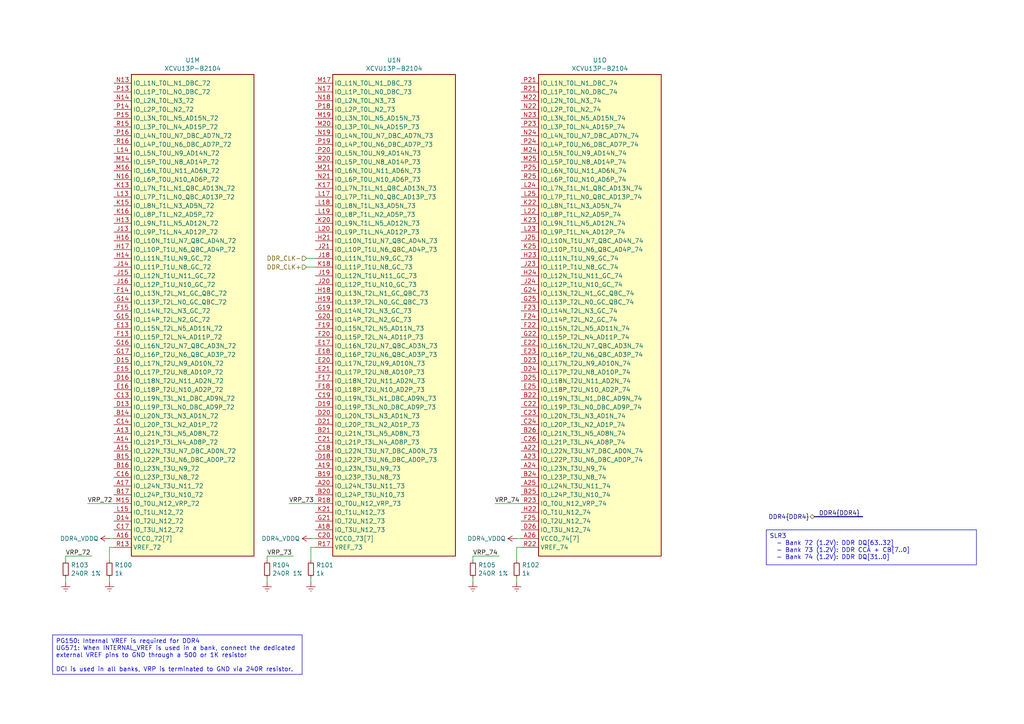
<source format=kicad_sch>
(kicad_sch (version 20231120) (generator "eeschema") (generator_version "8.0")
  (paper "A4")
  (lib_symbols
    (symbol "CHIPSAlliance_FPGA_Xilinx_Virtex_UltraScale_Plus:XCVU13P-B2104"
      (property "Reference" "U" (at -6.35 6.35 0))
      (property "Value" "XCVU13P-B2104" (at -6.35 3.81 0))
      (symbol "XCVU13P-B2104_1_1"
        (pin input line (at 0 -27.94 0) (length 5.08) (name "PUDC_B_0") (number "AA12"))
        (pin bidirectional line (at 0 -12.7 0) (length 5.08) (name "DONE_0") (number "AC12"))
        (pin output line (at 0 -38.1 0) (length 5.08) (name "TDO_0") (number "AC13"))
        (pin power_in line (at 0 -43.18 0) (length 5.08) (name "VCCO_0[2]") (number "AD13"))
        (pin input line (at 0 -25.4 0) (length 5.08) (name "PROGRAM_B_0") (number "AE12"))
        (pin input line (at 0 -33.02 0) (length 5.08) (name "TCK_0") (number "AE13"))
        (pin input line (at 0 -35.56 0) (length 5.08) (name "TDI_0") (number "AE15"))
        (pin passive line (at 0 -43.18 0) (length 5.08) hide (name "VCCO_0[2]") (number "AF13"))
        (pin bidirectional line (at 0 -30.48 0) (length 5.08) (name "RDWR_FCS_B_0") (number "AG12"))
        (pin bidirectional line (at 0 0 0) (length 5.08) (name "CCLK_0") (number "AG13"))
        (pin input line (at 0 -40.64 0) (length 5.08) (name "TMS_0") (number "AG15"))
        (pin bidirectional line (at 0 -10.16 0) (length 5.08) (name "D03_0") (number "AH12"))
        (pin bidirectional line (at 0 -5.08 0) (length 5.08) (name "D01_DIN_0") (number "AJ12"))
        (pin bidirectional line (at 0 -2.54 0) (length 5.08) (name "D00_MOSI_0") (number "AK12"))
        (pin bidirectional line (at 0 -7.62 0) (length 5.08) (name "D02_0") (number "AL12"))
        (pin input line (at 0 -22.86 0) (length 5.08) (name "M2_0") (number "R12"))
        (pin input line (at 0 -20.32 0) (length 5.08) (name "M1_0") (number "U12"))
        (pin input line (at 0 -17.78 0) (length 5.08) (name "M0_0") (number "V12"))
        (pin bidirectional line (at 0 -15.24 0) (length 5.08) (name "INIT_B_0") (number "Y12"))
      )
      (symbol "XCVU13P-B2104_2_1"
        (pin input line (at 0 -134.62 0) (length 5.08) (name "VREF_61") (number "AK30"))
        (pin bidirectional line (at 0 -119.38 0) (length 5.08) (name "IO_L24P_T3U_N10_61") (number "AL29"))
        (pin bidirectional line (at 0 -116.84 0) (length 5.08) (name "IO_L24N_T3U_N11_61") (number "AL30"))
        (pin bidirectional line (at 0 -109.22 0) (length 5.08) (name "IO_L22P_T3U_N6_DBC_AD0P_61") (number "AM29"))
        (pin bidirectional line (at 0 -106.68 0) (length 5.08) (name "IO_L22N_T3U_N7_DBC_AD0N_61") (number "AM30"))
        (pin bidirectional line (at 0 -114.3 0) (length 5.08) (name "IO_L23P_T3U_N8_61") (number "AM31"))
        (pin bidirectional line (at 0 -104.14 0) (length 5.08) (name "IO_L21P_T3L_N4_AD8P_61") (number "AN29"))
        (pin power_in line (at 0 -132.08 0) (length 5.08) (name "VCCO_61[6]") (number "AN30"))
        (pin bidirectional line (at 0 -111.76 0) (length 5.08) (name "IO_L23N_T3U_N9_61") (number "AN31"))
        (pin bidirectional line (at 0 -101.6 0) (length 5.08) (name "IO_L21N_T3L_N5_AD8N_61") (number "AP29"))
        (pin bidirectional line (at 0 -99.06 0) (length 5.08) (name "IO_L20P_T3L_N2_AD1P_61") (number "AP30"))
        (pin bidirectional line (at 0 -93.98 0) (length 5.08) (name "IO_L19P_T3L_N0_DBC_AD9P_61") (number "AP31"))
        (pin bidirectional line (at 0 -96.52 0) (length 5.08) (name "IO_L20N_T3L_N3_AD1N_61") (number "AR30"))
        (pin bidirectional line (at 0 -91.44 0) (length 5.08) (name "IO_L19N_T3L_N1_DBC_AD9N_61") (number "AR31"))
        (pin bidirectional line (at 0 -129.54 0) (length 5.08) (name "IO_T3U_N12_61") (number "AR32"))
        (pin bidirectional line (at 0 -88.9 0) (length 5.08) (name "IO_L18P_T2U_N10_AD2P_61") (number "AT29"))
        (pin bidirectional line (at 0 -86.36 0) (length 5.08) (name "IO_L18N_T2U_N11_AD2N_61") (number "AT30"))
        (pin passive line (at 0 -132.08 0) (length 5.08) hide (name "VCCO_61[6]") (number "AT31"))
        (pin bidirectional line (at 0 -127 0) (length 5.08) (name "IO_T2U_N12_61") (number "AT32"))
        (pin bidirectional line (at 0 -78.74 0) (length 5.08) (name "IO_L16P_T2U_N6_QBC_AD3P_61") (number "AU29"))
        (pin bidirectional line (at 0 -83.82 0) (length 5.08) (name "IO_L17P_T2U_N8_AD10P_61") (number "AU30"))
        (pin bidirectional line (at 0 -81.28 0) (length 5.08) (name "IO_L17N_T2U_N9_AD10N_61") (number "AU31"))
        (pin bidirectional line (at 0 -73.66 0) (length 5.08) (name "IO_L15P_T2L_N4_AD11P_61") (number "AU32"))
        (pin bidirectional line (at 0 -76.2 0) (length 5.08) (name "IO_L16N_T2U_N7_QBC_AD3N_61") (number "AV29"))
        (pin bidirectional line (at 0 -68.58 0) (length 5.08) (name "IO_L14P_T2L_N2_GC_61") (number "AV31"))
        (pin bidirectional line (at 0 -71.12 0) (length 5.08) (name "IO_L15N_T2L_N5_AD11N_61") (number "AV32"))
        (pin bidirectional line (at 0 -63.5 0) (length 5.08) (name "IO_L13P_T2L_N0_GC_QBC_61") (number "AW29"))
        (pin bidirectional line (at 0 -60.96 0) (length 5.08) (name "IO_L13N_T2L_N1_GC_QBC_61") (number "AW30"))
        (pin bidirectional line (at 0 -66.04 0) (length 5.08) (name "IO_L14N_T2L_N3_GC_61") (number "AW31"))
        (pin passive line (at 0 -132.08 0) (length 5.08) hide (name "VCCO_61[6]") (number "AW32"))
        (pin passive line (at 0 -132.08 0) (length 5.08) hide (name "VCCO_61[6]") (number "AY29"))
        (pin bidirectional line (at 0 -53.34 0) (length 5.08) (name "IO_L11P_T1U_N8_GC_61") (number "AY30"))
        (pin bidirectional line (at 0 -58.42 0) (length 5.08) (name "IO_L12P_T1U_N10_GC_61") (number "AY31"))
        (pin bidirectional line (at 0 -55.88 0) (length 5.08) (name "IO_L12N_T1U_N11_GC_61") (number "AY32"))
        (pin bidirectional line (at 0 -43.18 0) (length 5.08) (name "IO_L9P_T1L_N4_AD12P_61") (number "BA29"))
        (pin bidirectional line (at 0 -50.8 0) (length 5.08) (name "IO_L11N_T1U_N9_GC_61") (number "BA30"))
        (pin bidirectional line (at 0 -48.26 0) (length 5.08) (name "IO_L10P_T1U_N6_QBC_AD4P_61") (number "BA32"))
        (pin bidirectional line (at 0 -40.64 0) (length 5.08) (name "IO_L9N_T1L_N5_AD12N_61") (number "BB29"))
        (pin bidirectional line (at 0 -38.1 0) (length 5.08) (name "IO_L8P_T1L_N2_AD5P_61") (number "BB30"))
        (pin bidirectional line (at 0 -35.56 0) (length 5.08) (name "IO_L8N_T1L_N3_AD5N_61") (number "BB31"))
        (pin bidirectional line (at 0 -45.72 0) (length 5.08) (name "IO_L10N_T1U_N7_QBC_AD4N_61") (number "BB32"))
        (pin bidirectional line (at 0 -27.94 0) (length 5.08) (name "IO_L6P_T0U_N10_AD6P_61") (number "BC29"))
        (pin passive line (at 0 -132.08 0) (length 5.08) hide (name "VCCO_61[6]") (number "BC30"))
        (pin bidirectional line (at 0 -33.02 0) (length 5.08) (name "IO_L7P_T1L_N0_QBC_AD13P_61") (number "BC31"))
        (pin bidirectional line (at 0 -30.48 0) (length 5.08) (name "IO_L7N_T1L_N1_QBC_AD13N_61") (number "BC32"))
        (pin bidirectional line (at 0 -124.46 0) (length 5.08) (name "IO_T1U_N12_61") (number "BC33"))
        (pin bidirectional line (at 0 -25.4 0) (length 5.08) (name "IO_L6N_T0U_N11_AD6N_61") (number "BD29"))
        (pin bidirectional line (at 0 -17.78 0) (length 5.08) (name "IO_L4P_T0U_N6_DBC_AD7P_61") (number "BD30"))
        (pin bidirectional line (at 0 -15.24 0) (length 5.08) (name "IO_L4N_T0U_N7_DBC_AD7N_61") (number "BD31"))
        (pin bidirectional line (at 0 -22.86 0) (length 5.08) (name "IO_L5P_T0U_N8_AD14P_61") (number "BD33"))
        (pin bidirectional line (at 0 -12.7 0) (length 5.08) (name "IO_L3P_T0L_N4_AD15P_61") (number "BE30"))
        (pin bidirectional line (at 0 -7.62 0) (length 5.08) (name "IO_L2P_T0L_N2_61") (number "BE31"))
        (pin bidirectional line (at 0 -5.08 0) (length 5.08) (name "IO_L2N_T0L_N3_61") (number "BE32"))
        (pin bidirectional line (at 0 -20.32 0) (length 5.08) (name "IO_L5N_T0U_N9_AD14N_61") (number "BE33"))
        (pin bidirectional line (at 0 -10.16 0) (length 5.08) (name "IO_L3N_T0L_N5_AD15N_61") (number "BF30"))
        (pin passive line (at 0 -132.08 0) (length 5.08) hide (name "VCCO_61[6]") (number "BF31"))
        (pin bidirectional line (at 0 -2.54 0) (length 5.08) (name "IO_L1P_T0L_N0_DBC_61") (number "BF32"))
        (pin bidirectional line (at 0 0 0) (length 5.08) (name "IO_L1N_T0L_N1_DBC_61") (number "BF33"))
        (pin bidirectional line (at 0 -121.92 0) (length 5.08) (name "IO_T0U_N12_VRP_61") (number "BF34"))
      )
      (symbol "XCVU13P-B2104_3_1"
        (pin input line (at 0 -134.62 0) (length 5.08) (name "VREF_62") (number "AK33"))
        (pin bidirectional line (at 0 -114.3 0) (length 5.08) (name "IO_L23P_T3U_N8_62") (number "AL32"))
        (pin bidirectional line (at 0 -129.54 0) (length 5.08) (name "IO_T3U_N12_62") (number "AL33"))
        (pin bidirectional line (at 0 -119.38 0) (length 5.08) (name "IO_L24P_T3U_N10_62") (number "AL34"))
        (pin bidirectional line (at 0 -111.76 0) (length 5.08) (name "IO_L23N_T3U_N9_62") (number "AM32"))
        (pin power_in line (at 0 -132.08 0) (length 5.08) (name "VCCO_62[7]") (number "AM33"))
        (pin bidirectional line (at 0 -116.84 0) (length 5.08) (name "IO_L24N_T3U_N11_62") (number "AM34"))
        (pin bidirectional line (at 0 -109.22 0) (length 5.08) (name "IO_L22P_T3U_N6_DBC_AD0P_62") (number "AN32"))
        (pin bidirectional line (at 0 -106.68 0) (length 5.08) (name "IO_L22N_T3U_N7_DBC_AD0N_62") (number "AN33"))
        (pin bidirectional line (at 0 -104.14 0) (length 5.08) (name "IO_L21P_T3L_N4_AD8P_62") (number "AN34"))
        (pin bidirectional line (at 0 -99.06 0) (length 5.08) (name "IO_L20P_T3L_N2_AD1P_62") (number "AP33"))
        (pin bidirectional line (at 0 -101.6 0) (length 5.08) (name "IO_L21N_T3L_N5_AD8N_62") (number "AP34"))
        (pin bidirectional line (at 0 -96.52 0) (length 5.08) (name "IO_L20N_T3L_N3_AD1N_62") (number "AR33"))
        (pin passive line (at 0 -132.08 0) (length 5.08) hide (name "VCCO_62[7]") (number "AR34"))
        (pin bidirectional line (at 0 -93.98 0) (length 5.08) (name "IO_L19P_T3L_N0_DBC_AD9P_62") (number "AT33"))
        (pin bidirectional line (at 0 -91.44 0) (length 5.08) (name "IO_L19N_T3L_N1_DBC_AD9N_62") (number "AT34"))
        (pin bidirectional line (at 0 -127 0) (length 5.08) (name "IO_T2U_N12_62") (number "AU34"))
        (pin bidirectional line (at 0 -88.9 0) (length 5.08) (name "IO_L18P_T2U_N10_AD2P_62") (number "AV33"))
        (pin bidirectional line (at 0 -83.82 0) (length 5.08) (name "IO_L17P_T2U_N8_AD10P_62") (number "AV34"))
        (pin bidirectional line (at 0 -86.36 0) (length 5.08) (name "IO_L18N_T2U_N11_AD2N_62") (number "AW33"))
        (pin bidirectional line (at 0 -81.28 0) (length 5.08) (name "IO_L17N_T2U_N9_AD10N_62") (number "AW34"))
        (pin bidirectional line (at 0 -78.74 0) (length 5.08) (name "IO_L16P_T2U_N6_QBC_AD3P_62") (number "AW35"))
        (pin bidirectional line (at 0 -76.2 0) (length 5.08) (name "IO_L16N_T2U_N7_QBC_AD3N_62") (number "AW36"))
        (pin bidirectional line (at 0 -73.66 0) (length 5.08) (name "IO_L15P_T2L_N4_AD11P_62") (number "AY33"))
        (pin bidirectional line (at 0 -68.58 0) (length 5.08) (name "IO_L14P_T2L_N2_GC_62") (number "AY35"))
        (pin bidirectional line (at 0 -66.04 0) (length 5.08) (name "IO_L14N_T2L_N3_GC_62") (number "AY36"))
        (pin bidirectional line (at 0 -71.12 0) (length 5.08) (name "IO_L15N_T2L_N5_AD11N_62") (number "BA33"))
        (pin bidirectional line (at 0 -63.5 0) (length 5.08) (name "IO_L13P_T2L_N0_GC_QBC_62") (number "BA34"))
        (pin bidirectional line (at 0 -58.42 0) (length 5.08) (name "IO_L12P_T1U_N10_GC_62") (number "BA35"))
        (pin passive line (at 0 -132.08 0) (length 5.08) hide (name "VCCO_62[7]") (number "BA36"))
        (pin passive line (at 0 -132.08 0) (length 5.08) hide (name "VCCO_62[7]") (number "BB33"))
        (pin bidirectional line (at 0 -60.96 0) (length 5.08) (name "IO_L13N_T2L_N1_GC_QBC_62") (number "BB34"))
        (pin bidirectional line (at 0 -55.88 0) (length 5.08) (name "IO_L12N_T1U_N11_GC_62") (number "BB35"))
        (pin bidirectional line (at 0 -53.34 0) (length 5.08) (name "IO_L11P_T1U_N8_GC_62") (number "BB36"))
        (pin bidirectional line (at 0 -48.26 0) (length 5.08) (name "IO_L10P_T1U_N6_QBC_AD4P_62") (number "BB37"))
        (pin bidirectional line (at 0 -27.94 0) (length 5.08) (name "IO_L6P_T0U_N10_AD6P_62") (number "BB38"))
        (pin bidirectional line (at 0 -33.02 0) (length 5.08) (name "IO_L7P_T1L_N0_QBC_AD13P_62") (number "BC34"))
        (pin bidirectional line (at 0 -50.8 0) (length 5.08) (name "IO_L11N_T1U_N9_GC_62") (number "BC36"))
        (pin bidirectional line (at 0 -45.72 0) (length 5.08) (name "IO_L10N_T1U_N7_QBC_AD4N_62") (number "BC37"))
        (pin bidirectional line (at 0 -25.4 0) (length 5.08) (name "IO_L6N_T0U_N11_AD6N_62") (number "BC38"))
        (pin bidirectional line (at 0 -22.86 0) (length 5.08) (name "IO_L5P_T0U_N8_AD14P_62") (number "BC39"))
        (pin passive line (at 0 -132.08 0) (length 5.08) hide (name "VCCO_62[7]") (number "BC40"))
        (pin bidirectional line (at 0 -30.48 0) (length 5.08) (name "IO_L7N_T1L_N1_QBC_AD13N_62") (number "BD34"))
        (pin bidirectional line (at 0 -38.1 0) (length 5.08) (name "IO_L8P_T1L_N2_AD5P_62") (number "BD35"))
        (pin bidirectional line (at 0 -43.18 0) (length 5.08) (name "IO_L9P_T1L_N4_AD12P_62") (number "BD36"))
        (pin passive line (at 0 -132.08 0) (length 5.08) hide (name "VCCO_62[7]") (number "BD37"))
        (pin bidirectional line (at 0 -121.92 0) (length 5.08) (name "IO_T0U_N12_VRP_62") (number "BD38"))
        (pin bidirectional line (at 0 -20.32 0) (length 5.08) (name "IO_L5N_T0U_N9_AD14N_62") (number "BD39"))
        (pin bidirectional line (at 0 -17.78 0) (length 5.08) (name "IO_L4P_T0U_N6_DBC_AD7P_62") (number "BD40"))
        (pin passive line (at 0 -132.08 0) (length 5.08) hide (name "VCCO_62[7]") (number "BE34"))
        (pin bidirectional line (at 0 -35.56 0) (length 5.08) (name "IO_L8N_T1L_N3_AD5N_62") (number "BE35"))
        (pin bidirectional line (at 0 -40.64 0) (length 5.08) (name "IO_L9N_T1L_N5_AD12N_62") (number "BE36"))
        (pin bidirectional line (at 0 -12.7 0) (length 5.08) (name "IO_L3P_T0L_N4_AD15P_62") (number "BE37"))
        (pin bidirectional line (at 0 -7.62 0) (length 5.08) (name "IO_L2P_T0L_N2_62") (number "BE38"))
        (pin bidirectional line (at 0 -15.24 0) (length 5.08) (name "IO_L4N_T0U_N7_DBC_AD7N_62") (number "BE40"))
        (pin bidirectional line (at 0 -124.46 0) (length 5.08) (name "IO_T1U_N12_62") (number "BF35"))
        (pin bidirectional line (at 0 -10.16 0) (length 5.08) (name "IO_L3N_T0L_N5_AD15N_62") (number "BF37"))
        (pin bidirectional line (at 0 -5.08 0) (length 5.08) (name "IO_L2N_T0L_N3_62") (number "BF38"))
        (pin bidirectional line (at 0 -2.54 0) (length 5.08) (name "IO_L1P_T0L_N0_DBC_62") (number "BF39"))
        (pin bidirectional line (at 0 0 0) (length 5.08) (name "IO_L1N_T0L_N1_DBC_62") (number "BF40"))
      )
      (symbol "XCVU13P-B2104_4_1"
        (pin bidirectional line (at 0 -93.98 0) (length 5.08) (name "IO_L19P_T3L_N0_DBC_AD9P_63") (number "AA32"))
        (pin bidirectional line (at 0 -91.44 0) (length 5.08) (name "IO_L19N_T3L_N1_DBC_AD9N_63") (number "AA33"))
        (pin bidirectional line (at 0 -99.06 0) (length 5.08) (name "IO_L20P_T3L_N2_AD1P_63") (number "AA34"))
        (pin input line (at 0 -134.62 0) (length 5.08) (name "VREF_63") (number "AB31"))
        (pin bidirectional line (at 0 -129.54 0) (length 5.08) (name "IO_T3U_N12_63") (number "AB32"))
        (pin passive line (at 0 -132.08 0) (length 5.08) hide (name "VCCO_63[6]") (number "AB33"))
        (pin bidirectional line (at 0 -96.52 0) (length 5.08) (name "IO_L20N_T3L_N3_AD1N_63") (number "AB34"))
        (pin bidirectional line (at 0 -78.74 0) (length 5.08) (name "IO_L16P_T2U_N6_QBC_AD3P_63") (number "AC31"))
        (pin bidirectional line (at 0 -83.82 0) (length 5.08) (name "IO_L17P_T2U_N8_AD10P_63") (number "AC32"))
        (pin bidirectional line (at 0 -81.28 0) (length 5.08) (name "IO_L17N_T2U_N9_AD10N_63") (number "AC33"))
        (pin bidirectional line (at 0 -88.9 0) (length 5.08) (name "IO_L18P_T2U_N10_AD2P_63") (number "AC34"))
        (pin bidirectional line (at 0 -127 0) (length 5.08) (name "IO_T2U_N12_63") (number "AD30"))
        (pin bidirectional line (at 0 -76.2 0) (length 5.08) (name "IO_L16N_T2U_N7_QBC_AD3N_63") (number "AD31"))
        (pin bidirectional line (at 0 -68.58 0) (length 5.08) (name "IO_L14P_T2L_N2_GC_63") (number "AD33"))
        (pin bidirectional line (at 0 -86.36 0) (length 5.08) (name "IO_L18N_T2U_N11_AD2N_63") (number "AD34"))
        (pin bidirectional line (at 0 -73.66 0) (length 5.08) (name "IO_L15P_T2L_N4_AD11P_63") (number "AE30"))
        (pin bidirectional line (at 0 -63.5 0) (length 5.08) (name "IO_L13P_T2L_N0_GC_QBC_63") (number "AE31"))
        (pin bidirectional line (at 0 -60.96 0) (length 5.08) (name "IO_L13N_T2L_N1_GC_QBC_63") (number "AE32"))
        (pin bidirectional line (at 0 -66.04 0) (length 5.08) (name "IO_L14N_T2L_N3_GC_63") (number "AE33"))
        (pin passive line (at 0 -132.08 0) (length 5.08) hide (name "VCCO_63[6]") (number "AE34"))
        (pin bidirectional line (at 0 -71.12 0) (length 5.08) (name "IO_L15N_T2L_N5_AD11N_63") (number "AF30"))
        (pin passive line (at 0 -132.08 0) (length 5.08) hide (name "VCCO_63[6]") (number "AF31"))
        (pin bidirectional line (at 0 -58.42 0) (length 5.08) (name "IO_L12P_T1U_N10_GC_63") (number "AF32"))
        (pin bidirectional line (at 0 -55.88 0) (length 5.08) (name "IO_L12N_T1U_N11_GC_63") (number "AF33"))
        (pin bidirectional line (at 0 -43.18 0) (length 5.08) (name "IO_L9P_T1L_N4_AD12P_63") (number "AF34"))
        (pin bidirectional line (at 0 -22.86 0) (length 5.08) (name "IO_L5P_T0U_N8_AD14P_63") (number "AG29"))
        (pin bidirectional line (at 0 -20.32 0) (length 5.08) (name "IO_L5N_T0U_N9_AD14N_63") (number "AG30"))
        (pin bidirectional line (at 0 -53.34 0) (length 5.08) (name "IO_L11P_T1U_N8_GC_63") (number "AG31"))
        (pin bidirectional line (at 0 -50.8 0) (length 5.08) (name "IO_L11N_T1U_N9_GC_63") (number "AG32"))
        (pin bidirectional line (at 0 -40.64 0) (length 5.08) (name "IO_L9N_T1L_N5_AD12N_63") (number "AG34"))
        (pin bidirectional line (at 0 -17.78 0) (length 5.08) (name "IO_L4P_T0U_N6_DBC_AD7P_63") (number "AH28"))
        (pin bidirectional line (at 0 -15.24 0) (length 5.08) (name "IO_L4N_T0U_N7_DBC_AD7N_63") (number "AH29"))
        (pin bidirectional line (at 0 -48.26 0) (length 5.08) (name "IO_L10P_T1U_N6_QBC_AD4P_63") (number "AH31"))
        (pin bidirectional line (at 0 -45.72 0) (length 5.08) (name "IO_L10N_T1U_N7_QBC_AD4N_63") (number "AH32"))
        (pin bidirectional line (at 0 -38.1 0) (length 5.08) (name "IO_L8P_T1L_N2_AD5P_63") (number "AH33"))
        (pin bidirectional line (at 0 -33.02 0) (length 5.08) (name "IO_L7P_T1L_N0_QBC_AD13P_63") (number "AH34"))
        (pin bidirectional line (at 0 -2.54 0) (length 5.08) (name "IO_L1P_T0L_N0_DBC_63") (number "AJ27"))
        (pin bidirectional line (at 0 -7.62 0) (length 5.08) (name "IO_L2P_T0L_N2_63") (number "AJ28"))
        (pin bidirectional line (at 0 -12.7 0) (length 5.08) (name "IO_L3P_T0L_N4_AD15P_63") (number "AJ29"))
        (pin bidirectional line (at 0 -10.16 0) (length 5.08) (name "IO_L3N_T0L_N5_AD15N_63") (number "AJ30"))
        (pin bidirectional line (at 0 -27.94 0) (length 5.08) (name "IO_L6P_T0U_N10_AD6P_63") (number "AJ31"))
        (pin passive line (at 0 -132.08 0) (length 5.08) hide (name "VCCO_63[6]") (number "AJ32"))
        (pin bidirectional line (at 0 -35.56 0) (length 5.08) (name "IO_L8N_T1L_N3_AD5N_63") (number "AJ33"))
        (pin bidirectional line (at 0 -30.48 0) (length 5.08) (name "IO_L7N_T1L_N1_QBC_AD13N_63") (number "AJ34"))
        (pin bidirectional line (at 0 -121.92 0) (length 5.08) (name "IO_T0U_N12_VRP_63") (number "AK26"))
        (pin bidirectional line (at 0 0 0) (length 5.08) (name "IO_L1N_T0L_N1_DBC_63") (number "AK27"))
        (pin bidirectional line (at 0 -5.08 0) (length 5.08) (name "IO_L2N_T0L_N3_63") (number "AK28"))
        (pin passive line (at 0 -132.08 0) (length 5.08) hide (name "VCCO_63[6]") (number "AK29"))
        (pin bidirectional line (at 0 -25.4 0) (length 5.08) (name "IO_L6N_T0U_N11_AD6N_63") (number "AK31"))
        (pin bidirectional line (at 0 -124.46 0) (length 5.08) (name "IO_T1U_N12_63") (number "AK32"))
        (pin bidirectional line (at 0 -104.14 0) (length 5.08) (name "IO_L21P_T3L_N4_AD8P_63") (number "W30"))
        (pin bidirectional line (at 0 -109.22 0) (length 5.08) (name "IO_L22P_T3U_N6_DBC_AD0P_63") (number "W31"))
        (pin power_in line (at 0 -132.08 0) (length 5.08) (name "VCCO_63[6]") (number "W32"))
        (pin bidirectional line (at 0 -119.38 0) (length 5.08) (name "IO_L24P_T3U_N10_63") (number "W33"))
        (pin bidirectional line (at 0 -116.84 0) (length 5.08) (name "IO_L24N_T3U_N11_63") (number "W34"))
        (pin bidirectional line (at 0 -101.6 0) (length 5.08) (name "IO_L21N_T3L_N5_AD8N_63") (number "Y30"))
        (pin bidirectional line (at 0 -106.68 0) (length 5.08) (name "IO_L22N_T3U_N7_DBC_AD0N_63") (number "Y31"))
        (pin bidirectional line (at 0 -114.3 0) (length 5.08) (name "IO_L23P_T3U_N8_63") (number "Y32"))
        (pin bidirectional line (at 0 -111.76 0) (length 5.08) (name "IO_L23N_T3U_N9_63") (number "Y33"))
      )
      (symbol "XCVU13P-B2104_5_1"
        (pin bidirectional line (at 0 -119.38 0) (length 5.08) (name "IO_L24P_T3U_N10_64") (number "AL21"))
        (pin bidirectional line (at 0 -114.3 0) (length 5.08) (name "IO_L23P_T3U_N8_64") (number "AL22"))
        (pin input line (at 0 -134.62 0) (length 5.08) (name "VREF_64") (number "AL23"))
        (pin bidirectional line (at 0 -109.22 0) (length 5.08) (name "IO_L22P_T3U_N6_DBC_AD0P_64") (number "AL24"))
        (pin bidirectional line (at 0 -116.84 0) (length 5.08) (name "IO_L24N_T3U_N11_64") (number "AM21"))
        (pin bidirectional line (at 0 -111.76 0) (length 5.08) (name "IO_L23N_T3U_N9_64") (number "AM22"))
        (pin power_in line (at 0 -132.08 0) (length 5.08) (name "VCCO_64[8]") (number "AM23"))
        (pin bidirectional line (at 0 -106.68 0) (length 5.08) (name "IO_L22N_T3U_N7_DBC_AD0N_64") (number "AM24"))
        (pin bidirectional line (at 0 -91.44 0) (length 5.08) (name "IO_L19N_T3L_N1_DBC_AD9N_64") (number "AN21"))
        (pin bidirectional line (at 0 -93.98 0) (length 5.08) (name "IO_L19P_T3L_N0_DBC_AD9P_64") (number "AN22"))
        (pin bidirectional line (at 0 -99.06 0) (length 5.08) (name "IO_L20P_T3L_N2_AD1P_64") (number "AN23"))
        (pin bidirectional line (at 0 -104.14 0) (length 5.08) (name "IO_L21P_T3L_N4_AD8P_64") (number "AN24"))
        (pin bidirectional line (at 0 -129.54 0) (length 5.08) (name "IO_T3U_N12_64") (number "AP21"))
        (pin bidirectional line (at 0 -96.52 0) (length 5.08) (name "IO_L20N_T3L_N3_AD1N_64") (number "AP23"))
        (pin bidirectional line (at 0 -101.6 0) (length 5.08) (name "IO_L21N_T3L_N5_AD8N_64") (number "AP24"))
        (pin bidirectional line (at 0 -127 0) (length 5.08) (name "IO_T2U_N12_64") (number "AR21"))
        (pin bidirectional line (at 0 -78.74 0) (length 5.08) (name "IO_L16P_T2U_N6_QBC_AD3P_64") (number "AR22"))
        (pin bidirectional line (at 0 -83.82 0) (length 5.08) (name "IO_L17P_T2U_N8_AD10P_64") (number "AR23"))
        (pin passive line (at 0 -132.08 0) (length 5.08) hide (name "VCCO_64[8]") (number "AR24"))
        (pin passive line (at 0 -132.08 0) (length 5.08) hide (name "VCCO_64[8]") (number "AT21"))
        (pin bidirectional line (at 0 -76.2 0) (length 5.08) (name "IO_L16N_T2U_N7_QBC_AD3N_64") (number "AT22"))
        (pin bidirectional line (at 0 -81.28 0) (length 5.08) (name "IO_L17N_T2U_N9_AD10N_64") (number "AT23"))
        (pin bidirectional line (at 0 -88.9 0) (length 5.08) (name "IO_L18P_T2U_N10_AD2P_64") (number "AT24"))
        (pin bidirectional line (at 0 -73.66 0) (length 5.08) (name "IO_L15P_T2L_N4_AD11P_64") (number "AU22"))
        (pin bidirectional line (at 0 -86.36 0) (length 5.08) (name "IO_L18N_T2U_N11_AD2N_64") (number "AU24"))
        (pin bidirectional line (at 0 -71.12 0) (length 5.08) (name "IO_L15N_T2L_N5_AD11N_64") (number "AV22"))
        (pin bidirectional line (at 0 -63.5 0) (length 5.08) (name "IO_L13P_T2L_N0_GC_QBC_64") (number "AV23"))
        (pin bidirectional line (at 0 -68.58 0) (length 5.08) (name "IO_L14P_T2L_N2_GC_64") (number "AV24"))
        (pin passive line (at 0 -132.08 0) (length 5.08) hide (name "VCCO_64[8]") (number "AW22"))
        (pin bidirectional line (at 0 -60.96 0) (length 5.08) (name "IO_L13N_T2L_N1_GC_QBC_64") (number "AW23"))
        (pin bidirectional line (at 0 -66.04 0) (length 5.08) (name "IO_L14N_T2L_N3_GC_64") (number "AW24"))
        (pin bidirectional line (at 0 -53.34 0) (length 5.08) (name "IO_L11P_T1U_N8_GC_64") (number "AY22"))
        (pin bidirectional line (at 0 -58.42 0) (length 5.08) (name "IO_L12P_T1U_N10_GC_64") (number "AY23"))
        (pin bidirectional line (at 0 -33.02 0) (length 5.08) (name "IO_L7P_T1L_N0_QBC_AD13P_64") (number "BA20"))
        (pin bidirectional line (at 0 -50.8 0) (length 5.08) (name "IO_L11N_T1U_N9_GC_64") (number "BA22"))
        (pin bidirectional line (at 0 -55.88 0) (length 5.08) (name "IO_L12N_T1U_N11_GC_64") (number "BA23"))
        (pin bidirectional line (at 0 -48.26 0) (length 5.08) (name "IO_L10P_T1U_N6_QBC_AD4P_64") (number "BA24"))
        (pin bidirectional line (at 0 -30.48 0) (length 5.08) (name "IO_L7N_T1L_N1_QBC_AD13N_64") (number "BB20"))
        (pin bidirectional line (at 0 -38.1 0) (length 5.08) (name "IO_L8P_T1L_N2_AD5P_64") (number "BB21"))
        (pin bidirectional line (at 0 -43.18 0) (length 5.08) (name "IO_L9P_T1L_N4_AD12P_64") (number "BB22"))
        (pin passive line (at 0 -132.08 0) (length 5.08) hide (name "VCCO_64[8]") (number "BB23"))
        (pin bidirectional line (at 0 -45.72 0) (length 5.08) (name "IO_L10N_T1U_N7_QBC_AD4N_64") (number "BB24"))
        (pin passive line (at 0 -132.08 0) (length 5.08) hide (name "VCCO_64[8]") (number "BC20"))
        (pin bidirectional line (at 0 -35.56 0) (length 5.08) (name "IO_L8N_T1L_N3_AD5N_64") (number "BC21"))
        (pin bidirectional line (at 0 -40.64 0) (length 5.08) (name "IO_L9N_T1L_N5_AD12N_64") (number "BC22"))
        (pin bidirectional line (at 0 -124.46 0) (length 5.08) (name "IO_T1U_N12_64") (number "BC23"))
        (pin bidirectional line (at 0 -12.7 0) (length 5.08) (name "IO_L3P_T0L_N4_AD15P_64") (number "BC24"))
        (pin bidirectional line (at 0 -27.94 0) (length 5.08) (name "IO_L6P_T0U_N10_AD6P_64") (number "BD20"))
        (pin bidirectional line (at 0 -22.86 0) (length 5.08) (name "IO_L5P_T0U_N8_AD14P_64") (number "BD21"))
        (pin bidirectional line (at 0 -7.62 0) (length 5.08) (name "IO_L2P_T0L_N2_64") (number "BD23"))
        (pin bidirectional line (at 0 -10.16 0) (length 5.08) (name "IO_L3N_T0L_N5_AD15N_64") (number "BD24"))
        (pin bidirectional line (at 0 -25.4 0) (length 5.08) (name "IO_L6N_T0U_N11_AD6N_64") (number "BE20"))
        (pin bidirectional line (at 0 -20.32 0) (length 5.08) (name "IO_L5N_T0U_N9_AD14N_64") (number "BE21"))
        (pin bidirectional line (at 0 -17.78 0) (length 5.08) (name "IO_L4P_T0U_N6_DBC_AD7P_64") (number "BE22"))
        (pin bidirectional line (at 0 -5.08 0) (length 5.08) (name "IO_L2N_T0L_N3_64") (number "BE23"))
        (pin passive line (at 0 -132.08 0) (length 5.08) hide (name "VCCO_64[8]") (number "BE24"))
        (pin bidirectional line (at 0 -121.92 0) (length 5.08) (name "IO_T0U_N12_VRP_64") (number "BF20"))
        (pin passive line (at 0 -132.08 0) (length 5.08) hide (name "VCCO_64[8]") (number "BF21"))
        (pin bidirectional line (at 0 -15.24 0) (length 5.08) (name "IO_L4N_T0U_N7_DBC_AD7N_64") (number "BF22"))
        (pin bidirectional line (at 0 0 0) (length 5.08) (name "IO_L1N_T0L_N1_DBC_64") (number "BF23"))
        (pin bidirectional line (at 0 -2.54 0) (length 5.08) (name "IO_L1P_T0L_N0_DBC_64") (number "BF24"))
      )
      (symbol "XCVU13P-B2104_6_1"
        (pin input line (at 0 -134.62 0) (length 5.08) (name "VREF_65") (number "AK25"))
        (pin bidirectional line (at 0 -104.14 0) (length 5.08) (name "IO_L21P_T3L_N4_AD8P_D06_65") (number "AL25"))
        (pin power_in line (at 0 -132.08 0) (length 5.08) (name "VCCO_65[6]") (number "AL26"))
        (pin bidirectional line (at 0 -119.38 0) (length 5.08) (name "IO_L24P_T3U_N10_EMCCLK_65") (number "AL27"))
        (pin bidirectional line (at 0 -116.84 0) (length 5.08) (name "IO_L24N_T3U_N11_DOUT_CSO_B_65") (number "AL28"))
        (pin bidirectional line (at 0 -101.6 0) (length 5.08) (name "IO_L21N_T3L_N5_AD8N_D07_65") (number "AM25"))
        (pin bidirectional line (at 0 -109.22 0) (length 5.08) (name "IO_L22P_T3U_N6_DBC_AD0P_D04_65") (number "AM26"))
        (pin bidirectional line (at 0 -114.3 0) (length 5.08) (name "IO_L23P_T3U_N8_I2C_SCLK_65") (number "AM27"))
        (pin bidirectional line (at 0 -106.68 0) (length 5.08) (name "IO_L22N_T3U_N7_DBC_AD0N_D05_65") (number "AN26"))
        (pin bidirectional line (at 0 -111.76 0) (length 5.08) (name "IO_L23N_T3U_N9_PERSTN1_I2C_SDA_65") (number "AN27"))
        (pin bidirectional line (at 0 -99.06 0) (length 5.08) (name "IO_L20P_T3L_N2_AD1P_D08_65") (number "AN28"))
        (pin bidirectional line (at 0 -93.98 0) (length 5.08) (name "IO_L19P_T3L_N0_DBC_AD9P_D10_65") (number "AP25"))
        (pin bidirectional line (at 0 -91.44 0) (length 5.08) (name "IO_L19N_T3L_N1_DBC_AD9N_D11_65") (number "AP26"))
        (pin passive line (at 0 -132.08 0) (length 5.08) hide (name "VCCO_65[6]") (number "AP27"))
        (pin bidirectional line (at 0 -96.52 0) (length 5.08) (name "IO_L20N_T3L_N3_AD1N_D09_65") (number "AP28"))
        (pin bidirectional line (at 0 -78.74 0) (length 5.08) (name "IO_L16P_T2U_N6_QBC_AD3P_A00_D16_65") (number "AR25"))
        (pin bidirectional line (at 0 -129.54 0) (length 5.08) (name "IO_T3U_N12_PERSTN0_65") (number "AR26"))
        (pin bidirectional line (at 0 -83.82 0) (length 5.08) (name "IO_L17P_T2U_N8_AD10P_D14_65") (number "AR27"))
        (pin bidirectional line (at 0 -88.9 0) (length 5.08) (name "IO_L18P_T2U_N10_AD2P_D12_65") (number "AR28"))
        (pin bidirectional line (at 0 -76.2 0) (length 5.08) (name "IO_L16N_T2U_N7_QBC_AD3N_A01_D17_65") (number "AT25"))
        (pin bidirectional line (at 0 -81.28 0) (length 5.08) (name "IO_L17N_T2U_N9_AD10N_D15_65") (number "AT27"))
        (pin bidirectional line (at 0 -86.36 0) (length 5.08) (name "IO_L18N_T2U_N11_AD2N_D13_65") (number "AT28"))
        (pin bidirectional line (at 0 -127 0) (length 5.08) (name "IO_T2U_N12_CSI_ADV_B_65") (number "AU25"))
        (pin bidirectional line (at 0 -73.66 0) (length 5.08) (name "IO_L15P_T2L_N4_AD11P_A02_D18_65") (number "AU26"))
        (pin bidirectional line (at 0 -71.12 0) (length 5.08) (name "IO_L15N_T2L_N5_AD11N_A03_D19_65") (number "AU27"))
        (pin passive line (at 0 -132.08 0) (length 5.08) hide (name "VCCO_65[6]") (number "AU28"))
        (pin passive line (at 0 -132.08 0) (length 5.08) hide (name "VCCO_65[6]") (number "AV25"))
        (pin bidirectional line (at 0 -63.5 0) (length 5.08) (name "IO_L13P_T2L_N0_GC_QBC_A06_D22_65") (number "AV26"))
        (pin bidirectional line (at 0 -68.58 0) (length 5.08) (name "IO_L14P_T2L_N2_GC_A04_D20_65") (number "AV27"))
        (pin bidirectional line (at 0 -66.04 0) (length 5.08) (name "IO_L14N_T2L_N3_GC_A05_D21_65") (number "AV28"))
        (pin bidirectional line (at 0 -48.26 0) (length 5.08) (name "IO_L10P_T1U_N6_QBC_AD4P_A12_D28_65") (number "AW25"))
        (pin bidirectional line (at 0 -60.96 0) (length 5.08) (name "IO_L13N_T2L_N1_GC_QBC_A07_D23_65") (number "AW26"))
        (pin bidirectional line (at 0 -58.42 0) (length 5.08) (name "IO_L12P_T1U_N10_GC_A08_D24_65") (number "AW28"))
        (pin bidirectional line (at 0 -45.72 0) (length 5.08) (name "IO_L10N_T1U_N7_QBC_AD4N_A13_D29_65") (number "AY25"))
        (pin bidirectional line (at 0 -53.34 0) (length 5.08) (name "IO_L11P_T1U_N8_GC_A10_D26_65") (number "AY26"))
        (pin bidirectional line (at 0 -50.8 0) (length 5.08) (name "IO_L11N_T1U_N9_GC_A11_D27_65") (number "AY27"))
        (pin bidirectional line (at 0 -55.88 0) (length 5.08) (name "IO_L12N_T1U_N11_GC_A09_D25_65") (number "AY28"))
        (pin bidirectional line (at 0 -33.02 0) (length 5.08) (name "IO_L7P_T1L_N0_QBC_AD13P_A18_65") (number "BA25"))
        (pin passive line (at 0 -132.08 0) (length 5.08) hide (name "VCCO_65[6]") (number "BA26"))
        (pin bidirectional line (at 0 -43.18 0) (length 5.08) (name "IO_L9P_T1L_N4_AD12P_A14_D30_65") (number "BA27"))
        (pin bidirectional line (at 0 -40.64 0) (length 5.08) (name "IO_L9N_T1L_N5_AD12N_A15_D31_65") (number "BA28"))
        (pin bidirectional line (at 0 -30.48 0) (length 5.08) (name "IO_L7N_T1L_N1_QBC_AD13N_A19_65") (number "BB25"))
        (pin bidirectional line (at 0 -38.1 0) (length 5.08) (name "IO_L8P_T1L_N2_AD5P_A16_65") (number "BB26"))
        (pin bidirectional line (at 0 -35.56 0) (length 5.08) (name "IO_L8N_T1L_N3_AD5N_A17_65") (number "BB27"))
        (pin bidirectional line (at 0 -27.94 0) (length 5.08) (name "IO_L6P_T0U_N10_AD6P_A20_65") (number "BC26"))
        (pin bidirectional line (at 0 -25.4 0) (length 5.08) (name "IO_L6N_T0U_N11_AD6N_A21_65") (number "BC27"))
        (pin bidirectional line (at 0 -124.46 0) (length 5.08) (name "IO_T1U_N12_SMBALERT_65") (number "BC28"))
        (pin bidirectional line (at 0 -121.92 0) (length 5.08) (name "IO_T0U_N12_VRP_A28_65") (number "BD25"))
        (pin bidirectional line (at 0 -17.78 0) (length 5.08) (name "IO_L4P_T0U_N6_DBC_AD7P_A24_65") (number "BD26"))
        (pin passive line (at 0 -132.08 0) (length 5.08) hide (name "VCCO_65[6]") (number "BD27"))
        (pin bidirectional line (at 0 -12.7 0) (length 5.08) (name "IO_L3P_T0L_N4_AD15P_A26_65") (number "BD28"))
        (pin bidirectional line (at 0 -22.86 0) (length 5.08) (name "IO_L5P_T0U_N8_AD14P_A22_65") (number "BE25"))
        (pin bidirectional line (at 0 -15.24 0) (length 5.08) (name "IO_L4N_T0U_N7_DBC_AD7N_A25_65") (number "BE26"))
        (pin bidirectional line (at 0 -7.62 0) (length 5.08) (name "IO_L2P_T0L_N2_FOE_B_65") (number "BE27"))
        (pin bidirectional line (at 0 -10.16 0) (length 5.08) (name "IO_L3N_T0L_N5_AD15N_A27_65") (number "BE28"))
        (pin bidirectional line (at 0 -20.32 0) (length 5.08) (name "IO_L5N_T0U_N9_AD14N_A23_65") (number "BF25"))
        (pin bidirectional line (at 0 -5.08 0) (length 5.08) (name "IO_L2N_T0L_N3_FWE_FCS2_B_65") (number "BF27"))
        (pin bidirectional line (at 0 -2.54 0) (length 5.08) (name "IO_L1P_T0L_N0_DBC_RS0_65") (number "BF28"))
        (pin bidirectional line (at 0 0 0) (length 5.08) (name "IO_L1N_T0L_N1_DBC_RS1_65") (number "BF29"))
      )
      (symbol "XCVU13P-B2104_7_1"
        (pin power_in line (at 0 -132.08 0) (length 5.08) (name "VCCO_66[6]") (number "AL16"))
        (pin bidirectional line (at 0 -109.22 0) (length 5.08) (name "IO_L22P_T3U_N6_DBC_AD0P_66") (number "AL17"))
        (pin input line (at 0 -134.62 0) (length 5.08) (name "VREF_66") (number "AL18"))
        (pin bidirectional line (at 0 -114.3 0) (length 5.08) (name "IO_L23P_T3U_N8_66") (number "AL19"))
        (pin bidirectional line (at 0 -119.38 0) (length 5.08) (name "IO_L24P_T3U_N10_66") (number "AL20"))
        (pin bidirectional line (at 0 -104.14 0) (length 5.08) (name "IO_L21P_T3L_N4_AD8P_66") (number "AM16"))
        (pin bidirectional line (at 0 -106.68 0) (length 5.08) (name "IO_L22N_T3U_N7_DBC_AD0N_66") (number "AM17"))
        (pin bidirectional line (at 0 -111.76 0) (length 5.08) (name "IO_L23N_T3U_N9_66") (number "AM19"))
        (pin bidirectional line (at 0 -116.84 0) (length 5.08) (name "IO_L24N_T3U_N11_66") (number "AM20"))
        (pin bidirectional line (at 0 -101.6 0) (length 5.08) (name "IO_L21N_T3L_N5_AD8N_66") (number "AN16"))
        (pin bidirectional line (at 0 -91.44 0) (length 5.08) (name "IO_L19N_T3L_N1_DBC_AD9N_66") (number "AN17"))
        (pin bidirectional line (at 0 -93.98 0) (length 5.08) (name "IO_L19P_T3L_N0_DBC_AD9P_66") (number "AN18"))
        (pin bidirectional line (at 0 -99.06 0) (length 5.08) (name "IO_L20P_T3L_N2_AD1P_66") (number "AN19"))
        (pin passive line (at 0 -132.08 0) (length 5.08) hide (name "VCCO_66[6]") (number "AN20"))
        (pin bidirectional line (at 0 -129.54 0) (length 5.08) (name "IO_T3U_N12_66") (number "AP16"))
        (pin passive line (at 0 -132.08 0) (length 5.08) hide (name "VCCO_66[6]") (number "AP17"))
        (pin bidirectional line (at 0 -83.82 0) (length 5.08) (name "IO_L17P_T2U_N8_AD10P_66") (number "AP18"))
        (pin bidirectional line (at 0 -96.52 0) (length 5.08) (name "IO_L20N_T3L_N3_AD1N_66") (number "AP19"))
        (pin bidirectional line (at 0 -88.9 0) (length 5.08) (name "IO_L18P_T2U_N10_AD2P_66") (number "AP20"))
        (pin bidirectional line (at 0 -78.74 0) (length 5.08) (name "IO_L16P_T2U_N6_QBC_AD3P_66") (number "AR17"))
        (pin bidirectional line (at 0 -81.28 0) (length 5.08) (name "IO_L17N_T2U_N9_AD10N_66") (number "AR18"))
        (pin bidirectional line (at 0 -86.36 0) (length 5.08) (name "IO_L18N_T2U_N11_AD2N_66") (number "AR20"))
        (pin bidirectional line (at 0 -76.2 0) (length 5.08) (name "IO_L16N_T2U_N7_QBC_AD3N_66") (number "AT17"))
        (pin bidirectional line (at 0 -73.66 0) (length 5.08) (name "IO_L15P_T2L_N4_AD11P_66") (number "AT18"))
        (pin bidirectional line (at 0 -63.5 0) (length 5.08) (name "IO_L13P_T2L_N0_GC_QBC_66") (number "AT19"))
        (pin bidirectional line (at 0 -68.58 0) (length 5.08) (name "IO_L14P_T2L_N2_GC_66") (number "AT20"))
        (pin bidirectional line (at 0 -71.12 0) (length 5.08) (name "IO_L15N_T2L_N5_AD11N_66") (number "AU17"))
        (pin passive line (at 0 -132.08 0) (length 5.08) hide (name "VCCO_66[6]") (number "AU18"))
        (pin bidirectional line (at 0 -60.96 0) (length 5.08) (name "IO_L13N_T2L_N1_GC_QBC_66") (number "AU19"))
        (pin bidirectional line (at 0 -66.04 0) (length 5.08) (name "IO_L14N_T2L_N3_GC_66") (number "AU20"))
        (pin bidirectional line (at 0 -127 0) (length 5.08) (name "IO_T2U_N12_66") (number "AU21"))
        (pin bidirectional line (at 0 -124.46 0) (length 5.08) (name "IO_T1U_N12_66") (number "AV17"))
        (pin bidirectional line (at 0 -53.34 0) (length 5.08) (name "IO_L11P_T1U_N8_GC_66") (number "AV18"))
        (pin bidirectional line (at 0 -58.42 0) (length 5.08) (name "IO_L12P_T1U_N10_GC_66") (number "AV19"))
        (pin bidirectional line (at 0 -48.26 0) (length 5.08) (name "IO_L10P_T1U_N6_QBC_AD4P_66") (number "AV21"))
        (pin bidirectional line (at 0 -50.8 0) (length 5.08) (name "IO_L11N_T1U_N9_GC_66") (number "AW18"))
        (pin bidirectional line (at 0 -55.88 0) (length 5.08) (name "IO_L12N_T1U_N11_GC_66") (number "AW19"))
        (pin bidirectional line (at 0 -43.18 0) (length 5.08) (name "IO_L9P_T1L_N4_AD12P_66") (number "AW20"))
        (pin bidirectional line (at 0 -45.72 0) (length 5.08) (name "IO_L10N_T1U_N7_QBC_AD4N_66") (number "AW21"))
        (pin bidirectional line (at 0 -33.02 0) (length 5.08) (name "IO_L7P_T1L_N0_QBC_AD13P_66") (number "AY17"))
        (pin bidirectional line (at 0 -38.1 0) (length 5.08) (name "IO_L8P_T1L_N2_AD5P_66") (number "AY18"))
        (pin passive line (at 0 -132.08 0) (length 5.08) hide (name "VCCO_66[6]") (number "AY19"))
        (pin bidirectional line (at 0 -40.64 0) (length 5.08) (name "IO_L9N_T1L_N5_AD12N_66") (number "AY20"))
        (pin bidirectional line (at 0 -30.48 0) (length 5.08) (name "IO_L7N_T1L_N1_QBC_AD13N_66") (number "BA17"))
        (pin bidirectional line (at 0 -35.56 0) (length 5.08) (name "IO_L8N_T1L_N3_AD5N_66") (number "BA18"))
        (pin bidirectional line (at 0 -121.92 0) (length 5.08) (name "IO_T0U_N12_VRP_66") (number "BA19"))
        (pin bidirectional line (at 0 -22.86 0) (length 5.08) (name "IO_L5P_T0U_N8_AD14P_66") (number "BB17"))
        (pin bidirectional line (at 0 -27.94 0) (length 5.08) (name "IO_L6P_T0U_N10_AD6P_66") (number "BB19"))
        (pin bidirectional line (at 0 -20.32 0) (length 5.08) (name "IO_L5N_T0U_N9_AD14N_66") (number "BC17"))
        (pin bidirectional line (at 0 -25.4 0) (length 5.08) (name "IO_L6N_T0U_N11_AD6N_66") (number "BC18"))
        (pin bidirectional line (at 0 -17.78 0) (length 5.08) (name "IO_L4P_T0U_N6_DBC_AD7P_66") (number "BC19"))
        (pin passive line (at 0 -132.08 0) (length 5.08) hide (name "VCCO_66[6]") (number "BD17"))
        (pin bidirectional line (at 0 -12.7 0) (length 5.08) (name "IO_L3P_T0L_N4_AD15P_66") (number "BD18"))
        (pin bidirectional line (at 0 -15.24 0) (length 5.08) (name "IO_L4N_T0U_N7_DBC_AD7N_66") (number "BD19"))
        (pin bidirectional line (at 0 -2.54 0) (length 5.08) (name "IO_L1P_T0L_N0_DBC_66") (number "BE17"))
        (pin bidirectional line (at 0 -10.16 0) (length 5.08) (name "IO_L3N_T0L_N5_AD15N_66") (number "BE18"))
        (pin bidirectional line (at 0 0 0) (length 5.08) (name "IO_L1N_T0L_N1_DBC_66") (number "BF17"))
        (pin bidirectional line (at 0 -5.08 0) (length 5.08) (name "IO_L2N_T0L_N3_66") (number "BF18"))
        (pin bidirectional line (at 0 -7.62 0) (length 5.08) (name "IO_L2P_T0L_N2_66") (number "BF19"))
      )
      (symbol "XCVU13P-B2104_8_1"
        (pin input line (at 0 -134.62 0) (length 5.08) (name "VREF_67") (number "AL13"))
        (pin bidirectional line (at 0 -119.38 0) (length 5.08) (name "IO_L24P_T3U_N10_67") (number "AL14"))
        (pin bidirectional line (at 0 -114.3 0) (length 5.08) (name "IO_L23P_T3U_N8_67") (number "AL15"))
        (pin power_in line (at 0 -132.08 0) (length 5.08) (name "VCCO_67[6]") (number "AM13"))
        (pin bidirectional line (at 0 -116.84 0) (length 5.08) (name "IO_L24N_T3U_N11_67") (number "AM14"))
        (pin bidirectional line (at 0 -111.76 0) (length 5.08) (name "IO_L23N_T3U_N9_67") (number "AM15"))
        (pin bidirectional line (at 0 -101.6 0) (length 5.08) (name "IO_L21N_T3L_N5_AD8N_67") (number "AN13"))
        (pin bidirectional line (at 0 -104.14 0) (length 5.08) (name "IO_L21P_T3L_N4_AD8P_67") (number "AN14"))
        (pin bidirectional line (at 0 -109.22 0) (length 5.08) (name "IO_L22P_T3U_N6_DBC_AD0P_67") (number "AP13"))
        (pin bidirectional line (at 0 -96.52 0) (length 5.08) (name "IO_L20N_T3L_N3_AD1N_67") (number "AP14"))
        (pin bidirectional line (at 0 -99.06 0) (length 5.08) (name "IO_L20P_T3L_N2_AD1P_67") (number "AP15"))
        (pin bidirectional line (at 0 -106.68 0) (length 5.08) (name "IO_L22N_T3U_N7_DBC_AD0N_67") (number "AR13"))
        (pin passive line (at 0 -132.08 0) (length 5.08) hide (name "VCCO_67[6]") (number "AR14"))
        (pin bidirectional line (at 0 -91.44 0) (length 5.08) (name "IO_L19N_T3L_N1_DBC_AD9N_67") (number "AR15"))
        (pin bidirectional line (at 0 -93.98 0) (length 5.08) (name "IO_L19P_T3L_N0_DBC_AD9P_67") (number "AR16"))
        (pin bidirectional line (at 0 -129.54 0) (length 5.08) (name "IO_T3U_N12_67") (number "AT13"))
        (pin bidirectional line (at 0 -127 0) (length 5.08) (name "IO_T2U_N12_67") (number "AT14"))
        (pin bidirectional line (at 0 -83.82 0) (length 5.08) (name "IO_L17P_T2U_N8_AD10P_67") (number "AT15"))
        (pin bidirectional line (at 0 -73.66 0) (length 5.08) (name "IO_L15P_T2L_N4_AD11P_67") (number "AU13"))
        (pin bidirectional line (at 0 -78.74 0) (length 5.08) (name "IO_L16P_T2U_N6_QBC_AD3P_67") (number "AU14"))
        (pin bidirectional line (at 0 -81.28 0) (length 5.08) (name "IO_L17N_T2U_N9_AD10N_67") (number "AU15"))
        (pin bidirectional line (at 0 -88.9 0) (length 5.08) (name "IO_L18P_T2U_N10_AD2P_67") (number "AU16"))
        (pin bidirectional line (at 0 -71.12 0) (length 5.08) (name "IO_L15N_T2L_N5_AD11N_67") (number "AV13"))
        (pin bidirectional line (at 0 -76.2 0) (length 5.08) (name "IO_L16N_T2U_N7_QBC_AD3N_67") (number "AV14"))
        (pin passive line (at 0 -132.08 0) (length 5.08) hide (name "VCCO_67[6]") (number "AV15"))
        (pin bidirectional line (at 0 -86.36 0) (length 5.08) (name "IO_L18N_T2U_N11_AD2N_67") (number "AV16"))
        (pin bidirectional line (at 0 -60.96 0) (length 5.08) (name "IO_L13N_T2L_N1_GC_QBC_67") (number "AW13"))
        (pin bidirectional line (at 0 -63.5 0) (length 5.08) (name "IO_L13P_T2L_N0_GC_QBC_67") (number "AW14"))
        (pin bidirectional line (at 0 -66.04 0) (length 5.08) (name "IO_L14N_T2L_N3_GC_67") (number "AW15"))
        (pin bidirectional line (at 0 -68.58 0) (length 5.08) (name "IO_L14P_T2L_N2_GC_67") (number "AW16"))
        (pin bidirectional line (at 0 -35.56 0) (length 5.08) (name "IO_L8N_T1L_N3_AD5N_67") (number "AY11"))
        (pin bidirectional line (at 0 -38.1 0) (length 5.08) (name "IO_L8P_T1L_N2_AD5P_67") (number "AY12"))
        (pin bidirectional line (at 0 -58.42 0) (length 5.08) (name "IO_L12P_T1U_N10_GC_67") (number "AY13"))
        (pin bidirectional line (at 0 -40.64 0) (length 5.08) (name "IO_L9N_T1L_N5_AD12N_67") (number "AY15"))
        (pin bidirectional line (at 0 -43.18 0) (length 5.08) (name "IO_L9P_T1L_N4_AD12P_67") (number "AY16"))
        (pin bidirectional line (at 0 -33.02 0) (length 5.08) (name "IO_L7P_T1L_N0_QBC_AD13P_67") (number "BA12"))
        (pin bidirectional line (at 0 -55.88 0) (length 5.08) (name "IO_L12N_T1U_N11_GC_67") (number "BA13"))
        (pin bidirectional line (at 0 -50.8 0) (length 5.08) (name "IO_L11N_T1U_N9_GC_67") (number "BA14"))
        (pin bidirectional line (at 0 -53.34 0) (length 5.08) (name "IO_L11P_T1U_N8_GC_67") (number "BA15"))
        (pin passive line (at 0 -132.08 0) (length 5.08) hide (name "VCCO_67[6]") (number "BA16"))
        (pin bidirectional line (at 0 -30.48 0) (length 5.08) (name "IO_L7N_T1L_N1_QBC_AD13N_67") (number "BB12"))
        (pin passive line (at 0 -132.08 0) (length 5.08) hide (name "VCCO_67[6]") (number "BB13"))
        (pin bidirectional line (at 0 -45.72 0) (length 5.08) (name "IO_L10N_T1U_N7_QBC_AD4N_67") (number "BB14"))
        (pin bidirectional line (at 0 -48.26 0) (length 5.08) (name "IO_L10P_T1U_N6_QBC_AD4P_67") (number "BB15"))
        (pin bidirectional line (at 0 -124.46 0) (length 5.08) (name "IO_T1U_N12_67") (number "BB16"))
        (pin bidirectional line (at 0 -25.4 0) (length 5.08) (name "IO_L6N_T0U_N11_AD6N_67") (number "BC13"))
        (pin bidirectional line (at 0 -27.94 0) (length 5.08) (name "IO_L6P_T0U_N10_AD6P_67") (number "BC14"))
        (pin bidirectional line (at 0 -121.92 0) (length 5.08) (name "IO_T0U_N12_VRP_67") (number "BC16"))
        (pin bidirectional line (at 0 -17.78 0) (length 5.08) (name "IO_L4P_T0U_N6_DBC_AD7P_67") (number "BD13"))
        (pin bidirectional line (at 0 -20.32 0) (length 5.08) (name "IO_L5N_T0U_N9_AD14N_67") (number "BD14"))
        (pin bidirectional line (at 0 -22.86 0) (length 5.08) (name "IO_L5P_T0U_N8_AD14P_67") (number "BD15"))
        (pin bidirectional line (at 0 -12.7 0) (length 5.08) (name "IO_L3P_T0L_N4_AD15P_67") (number "BD16"))
        (pin bidirectional line (at 0 -15.24 0) (length 5.08) (name "IO_L4N_T0U_N7_DBC_AD7N_67") (number "BE13"))
        (pin passive line (at 0 -132.08 0) (length 5.08) hide (name "VCCO_67[6]") (number "BE14"))
        (pin bidirectional line (at 0 -7.62 0) (length 5.08) (name "IO_L2P_T0L_N2_67") (number "BE15"))
        (pin bidirectional line (at 0 -10.16 0) (length 5.08) (name "IO_L3N_T0L_N5_AD15N_67") (number "BE16"))
        (pin bidirectional line (at 0 0 0) (length 5.08) (name "IO_L1N_T0L_N1_DBC_67") (number "BF13"))
        (pin bidirectional line (at 0 -2.54 0) (length 5.08) (name "IO_L1P_T0L_N0_DBC_67") (number "BF14"))
        (pin bidirectional line (at 0 -5.08 0) (length 5.08) (name "IO_L2N_T0L_N3_67") (number "BF15"))
      )
      (symbol "XCVU13P-B2104_9_1"
        (pin input line (at 0 -68.58 0) (length 5.08) (name "VREF_68") (number "BA10"))
        (pin bidirectional line (at 0 -48.26 0) (length 5.08) (name "IO_L10P_T1U_N6_QBC_AD4P_68") (number "BA7"))
        (pin bidirectional line (at 0 -55.88 0) (length 5.08) (name "IO_L12N_T1U_N11_GC_68") (number "BA8"))
        (pin bidirectional line (at 0 -58.42 0) (length 5.08) (name "IO_L12P_T1U_N10_GC_68") (number "BA9"))
        (pin bidirectional line (at 0 -35.56 0) (length 5.08) (name "IO_L8N_T1L_N3_AD5N_68") (number "BB10"))
        (pin bidirectional line (at 0 -38.1 0) (length 5.08) (name "IO_L8P_T1L_N2_AD5P_68") (number "BB11"))
        (pin bidirectional line (at 0 -45.72 0) (length 5.08) (name "IO_L10N_T1U_N7_QBC_AD4N_68") (number "BB7"))
        (pin bidirectional line (at 0 -53.34 0) (length 5.08) (name "IO_L11P_T1U_N8_GC_68") (number "BB9"))
        (pin power_in line (at 0 -66.04 0) (length 5.08) (name "VCCO_68[3]") (number "BC10"))
        (pin bidirectional line (at 0 -30.48 0) (length 5.08) (name "IO_L7N_T1L_N1_QBC_AD13N_68") (number "BC11"))
        (pin bidirectional line (at 0 -33.02 0) (length 5.08) (name "IO_L7P_T1L_N0_QBC_AD13P_68") (number "BC12"))
        (pin bidirectional line (at 0 -40.64 0) (length 5.08) (name "IO_L9N_T1L_N5_AD12N_68") (number "BC7"))
        (pin bidirectional line (at 0 -43.18 0) (length 5.08) (name "IO_L9P_T1L_N4_AD12P_68") (number "BC8"))
        (pin bidirectional line (at 0 -50.8 0) (length 5.08) (name "IO_L11N_T1U_N9_GC_68") (number "BC9"))
        (pin bidirectional line (at 0 -60.96 0) (length 5.08) (name "IO_T0U_N12_VRP_68") (number "BD10"))
        (pin bidirectional line (at 0 -63.5 0) (length 5.08) (name "IO_T1U_N12_68") (number "BD11"))
        (pin passive line (at 0 -66.04 0) (length 5.08) hide (name "VCCO_68[3]") (number "BD7"))
        (pin bidirectional line (at 0 -25.4 0) (length 5.08) (name "IO_L6N_T0U_N11_AD6N_68") (number "BD8"))
        (pin bidirectional line (at 0 -27.94 0) (length 5.08) (name "IO_L6P_T0U_N10_AD6P_68") (number "BD9"))
        (pin bidirectional line (at 0 -15.24 0) (length 5.08) (name "IO_L4N_T0U_N7_DBC_AD7N_68") (number "BE10"))
        (pin bidirectional line (at 0 -17.78 0) (length 5.08) (name "IO_L4P_T0U_N6_DBC_AD7P_68") (number "BE11"))
        (pin bidirectional line (at 0 -22.86 0) (length 5.08) (name "IO_L5P_T0U_N8_AD14P_68") (number "BE12"))
        (pin bidirectional line (at 0 -2.54 0) (length 5.08) (name "IO_L1P_T0L_N0_DBC_68") (number "BE7"))
        (pin bidirectional line (at 0 -7.62 0) (length 5.08) (name "IO_L2P_T0L_N2_68") (number "BE8"))
        (pin bidirectional line (at 0 -12.7 0) (length 5.08) (name "IO_L3P_T0L_N4_AD15P_68") (number "BF10"))
        (pin passive line (at 0 -66.04 0) (length 5.08) hide (name "VCCO_68[3]") (number "BF11"))
        (pin bidirectional line (at 0 -20.32 0) (length 5.08) (name "IO_L5N_T0U_N9_AD14N_68") (number "BF12"))
        (pin bidirectional line (at 0 0 0) (length 5.08) (name "IO_L1N_T0L_N1_DBC_68") (number "BF7"))
        (pin bidirectional line (at 0 -5.08 0) (length 5.08) (name "IO_L2N_T0L_N3_68") (number "BF8"))
        (pin bidirectional line (at 0 -10.16 0) (length 5.08) (name "IO_L3N_T0L_N5_AD15N_68") (number "BF9"))
      )
      (symbol "XCVU13P-B2104_10_1"
        (pin bidirectional line (at 0 -129.54 0) (length 5.08) (name "IO_T3U_N12_69") (number "E31"))
        (pin bidirectional line (at 0 -111.76 0) (length 5.08) (name "IO_L23N_T3U_N9_69") (number "E32"))
        (pin bidirectional line (at 0 -116.84 0) (length 5.08) (name "IO_L24N_T3U_N11_69") (number "E33"))
        (pin bidirectional line (at 0 -91.44 0) (length 5.08) (name "IO_L19N_T3L_N1_DBC_AD9N_69") (number "F30"))
        (pin power_in line (at 0 -132.08 0) (length 5.08) (name "VCCO_69[6]") (number "F31"))
        (pin bidirectional line (at 0 -114.3 0) (length 5.08) (name "IO_L23P_T3U_N8_69") (number "F32"))
        (pin bidirectional line (at 0 -119.38 0) (length 5.08) (name "IO_L24P_T3U_N10_69") (number "F33"))
        (pin bidirectional line (at 0 -93.98 0) (length 5.08) (name "IO_L19P_T3L_N0_DBC_AD9P_69") (number "G30"))
        (pin bidirectional line (at 0 -96.52 0) (length 5.08) (name "IO_L20N_T3L_N3_AD1N_69") (number "G31"))
        (pin bidirectional line (at 0 -101.6 0) (length 5.08) (name "IO_L21N_T3L_N5_AD8N_69") (number "G32"))
        (pin bidirectional line (at 0 -99.06 0) (length 5.08) (name "IO_L20P_T3L_N2_AD1P_69") (number "H31"))
        (pin bidirectional line (at 0 -104.14 0) (length 5.08) (name "IO_L21P_T3L_N4_AD8P_69") (number "H32"))
        (pin bidirectional line (at 0 -106.68 0) (length 5.08) (name "IO_L22N_T3U_N7_DBC_AD0N_69") (number "H33"))
        (pin bidirectional line (at 0 -76.2 0) (length 5.08) (name "IO_L16N_T2U_N7_QBC_AD3N_69") (number "J30"))
        (pin bidirectional line (at 0 -81.28 0) (length 5.08) (name "IO_L17N_T2U_N9_AD10N_69") (number "J31"))
        (pin passive line (at 0 -132.08 0) (length 5.08) hide (name "VCCO_69[6]") (number "J32"))
        (pin bidirectional line (at 0 -109.22 0) (length 5.08) (name "IO_L22P_T3U_N6_DBC_AD0P_69") (number "J33"))
        (pin bidirectional line (at 0 -78.74 0) (length 5.08) (name "IO_L16P_T2U_N6_QBC_AD3P_69") (number "K30"))
        (pin bidirectional line (at 0 -83.82 0) (length 5.08) (name "IO_L17P_T2U_N8_AD10P_69") (number "K31"))
        (pin bidirectional line (at 0 -66.04 0) (length 5.08) (name "IO_L14N_T2L_N3_GC_69") (number "K32"))
        (pin bidirectional line (at 0 -86.36 0) (length 5.08) (name "IO_L18N_T2U_N11_AD2N_69") (number "K33"))
        (pin bidirectional line (at 0 -127 0) (length 5.08) (name "IO_T2U_N12_69") (number "K34"))
        (pin bidirectional line (at 0 -71.12 0) (length 5.08) (name "IO_L15N_T2L_N5_AD11N_69") (number "L30"))
        (pin bidirectional line (at 0 -68.58 0) (length 5.08) (name "IO_L14P_T2L_N2_GC_69") (number "L32"))
        (pin bidirectional line (at 0 -88.9 0) (length 5.08) (name "IO_L18P_T2U_N10_AD2P_69") (number "L33"))
        (pin bidirectional line (at 0 -45.72 0) (length 5.08) (name "IO_L10N_T1U_N7_QBC_AD4N_69") (number "L34"))
        (pin bidirectional line (at 0 -73.66 0) (length 5.08) (name "IO_L15P_T2L_N4_AD11P_69") (number "M30"))
        (pin bidirectional line (at 0 -63.5 0) (length 5.08) (name "IO_L13P_T2L_N0_GC_QBC_69") (number "M31"))
        (pin bidirectional line (at 0 -60.96 0) (length 5.08) (name "IO_L13N_T2L_N1_GC_QBC_69") (number "M32"))
        (pin passive line (at 0 -132.08 0) (length 5.08) hide (name "VCCO_69[6]") (number "M33"))
        (pin bidirectional line (at 0 -48.26 0) (length 5.08) (name "IO_L10P_T1U_N6_QBC_AD4P_69") (number "M34"))
        (pin passive line (at 0 -132.08 0) (length 5.08) hide (name "VCCO_69[6]") (number "N30"))
        (pin bidirectional line (at 0 -50.8 0) (length 5.08) (name "IO_L11N_T1U_N9_GC_69") (number "N31"))
        (pin bidirectional line (at 0 -58.42 0) (length 5.08) (name "IO_L12P_T1U_N10_GC_69") (number "N32"))
        (pin bidirectional line (at 0 -55.88 0) (length 5.08) (name "IO_L12N_T1U_N11_GC_69") (number "N33"))
        (pin bidirectional line (at 0 -40.64 0) (length 5.08) (name "IO_L9N_T1L_N5_AD12N_69") (number "N34"))
        (pin bidirectional line (at 0 -30.48 0) (length 5.08) (name "IO_L7N_T1L_N1_QBC_AD13N_69") (number "P30"))
        (pin bidirectional line (at 0 -53.34 0) (length 5.08) (name "IO_L11P_T1U_N8_GC_69") (number "P31"))
        (pin bidirectional line (at 0 -124.46 0) (length 5.08) (name "IO_T1U_N12_69") (number "P33"))
        (pin bidirectional line (at 0 -43.18 0) (length 5.08) (name "IO_L9P_T1L_N4_AD12P_69") (number "P34"))
        (pin bidirectional line (at 0 -33.02 0) (length 5.08) (name "IO_L7P_T1L_N0_QBC_AD13P_69") (number "R30"))
        (pin bidirectional line (at 0 -38.1 0) (length 5.08) (name "IO_L8P_T1L_N2_AD5P_69") (number "R31"))
        (pin bidirectional line (at 0 -35.56 0) (length 5.08) (name "IO_L8N_T1L_N3_AD5N_69") (number "R32"))
        (pin bidirectional line (at 0 -5.08 0) (length 5.08) (name "IO_L2N_T0L_N3_69") (number "R33"))
        (pin passive line (at 0 -132.08 0) (length 5.08) hide (name "VCCO_69[6]") (number "R34"))
        (pin bidirectional line (at 0 -25.4 0) (length 5.08) (name "IO_L6N_T0U_N11_AD6N_69") (number "T30"))
        (pin passive line (at 0 -132.08 0) (length 5.08) hide (name "VCCO_69[6]") (number "T31"))
        (pin bidirectional line (at 0 -10.16 0) (length 5.08) (name "IO_L3N_T0L_N5_AD15N_69") (number "T32"))
        (pin bidirectional line (at 0 -7.62 0) (length 5.08) (name "IO_L2P_T0L_N2_69") (number "T33"))
        (pin bidirectional line (at 0 0 0) (length 5.08) (name "IO_L1N_T0L_N1_DBC_69") (number "T34"))
        (pin input line (at 0 -134.62 0) (length 5.08) (name "VREF_69") (number "U29"))
        (pin bidirectional line (at 0 -27.94 0) (length 5.08) (name "IO_L6P_T0U_N10_AD6P_69") (number "U30"))
        (pin bidirectional line (at 0 -20.32 0) (length 5.08) (name "IO_L5N_T0U_N9_AD14N_69") (number "U31"))
        (pin bidirectional line (at 0 -12.7 0) (length 5.08) (name "IO_L3P_T0L_N4_AD15P_69") (number "U32"))
        (pin bidirectional line (at 0 -2.54 0) (length 5.08) (name "IO_L1P_T0L_N0_DBC_69") (number "U34"))
        (pin bidirectional line (at 0 -22.86 0) (length 5.08) (name "IO_L5P_T0U_N8_AD14P_69") (number "V31"))
        (pin bidirectional line (at 0 -17.78 0) (length 5.08) (name "IO_L4P_T0U_N6_DBC_AD7P_69") (number "V32"))
        (pin bidirectional line (at 0 -15.24 0) (length 5.08) (name "IO_L4N_T0U_N7_DBC_AD7N_69") (number "V33"))
        (pin bidirectional line (at 0 -121.92 0) (length 5.08) (name "IO_T0U_N12_VRP_69") (number "V34"))
      )
      (symbol "XCVU13P-B2104_11_1"
        (pin bidirectional line (at 0 -109.22 0) (length 5.08) (name "IO_L22P_T3U_N6_DBC_AD0P_70") (number "A32"))
        (pin bidirectional line (at 0 -106.68 0) (length 5.08) (name "IO_L22N_T3U_N7_DBC_AD0N_70") (number "A33"))
        (pin bidirectional line (at 0 -91.44 0) (length 5.08) (name "IO_L19N_T3L_N1_DBC_AD9N_70") (number "A34"))
        (pin bidirectional line (at 0 -81.28 0) (length 5.08) (name "IO_L17N_T2U_N9_AD10N_70") (number "A35"))
        (pin power_in line (at 0 -132.08 0) (length 5.08) (name "VCCO_70[7]") (number "A36"))
        (pin bidirectional line (at 0 -73.66 0) (length 5.08) (name "IO_L15P_T2L_N4_AD11P_70") (number "A37"))
        (pin bidirectional line (at 0 -71.12 0) (length 5.08) (name "IO_L15N_T2L_N5_AD11N_70") (number "A38"))
        (pin bidirectional line (at 0 -45.72 0) (length 5.08) (name "IO_L10N_T1U_N7_QBC_AD4N_70") (number "A39"))
        (pin bidirectional line (at 0 -40.64 0) (length 5.08) (name "IO_L9N_T1L_N5_AD12N_70") (number "A40"))
        (pin bidirectional line (at 0 -129.54 0) (length 5.08) (name "IO_T3U_N12_70") (number "B31"))
        (pin bidirectional line (at 0 -111.76 0) (length 5.08) (name "IO_L23N_T3U_N9_70") (number "B32"))
        (pin passive line (at 0 -132.08 0) (length 5.08) hide (name "VCCO_70[7]") (number "B33"))
        (pin bidirectional line (at 0 -93.98 0) (length 5.08) (name "IO_L19P_T3L_N0_DBC_AD9P_70") (number "B34"))
        (pin bidirectional line (at 0 -83.82 0) (length 5.08) (name "IO_L17P_T2U_N8_AD10P_70") (number "B35"))
        (pin bidirectional line (at 0 -78.74 0) (length 5.08) (name "IO_L16P_T2U_N6_QBC_AD3P_70") (number "B36"))
        (pin bidirectional line (at 0 -76.2 0) (length 5.08) (name "IO_L16N_T2U_N7_QBC_AD3N_70") (number "B37"))
        (pin bidirectional line (at 0 -48.26 0) (length 5.08) (name "IO_L10P_T1U_N6_QBC_AD4P_70") (number "B39"))
        (pin bidirectional line (at 0 -43.18 0) (length 5.08) (name "IO_L9P_T1L_N4_AD12P_70") (number "B40"))
        (pin bidirectional line (at 0 -116.84 0) (length 5.08) (name "IO_L24N_T3U_N11_70") (number "C31"))
        (pin bidirectional line (at 0 -114.3 0) (length 5.08) (name "IO_L23P_T3U_N8_70") (number "C32"))
        (pin bidirectional line (at 0 -101.6 0) (length 5.08) (name "IO_L21N_T3L_N5_AD8N_70") (number "C33"))
        (pin bidirectional line (at 0 -96.52 0) (length 5.08) (name "IO_L20N_T3L_N3_AD1N_70") (number "C34"))
        (pin bidirectional line (at 0 -63.5 0) (length 5.08) (name "IO_L13P_T2L_N0_GC_QBC_70") (number "C36"))
        (pin bidirectional line (at 0 -60.96 0) (length 5.08) (name "IO_L13N_T2L_N1_GC_QBC_70") (number "C37"))
        (pin bidirectional line (at 0 -58.42 0) (length 5.08) (name "IO_L12P_T1U_N10_GC_70") (number "C38"))
        (pin bidirectional line (at 0 -55.88 0) (length 5.08) (name "IO_L12N_T1U_N11_GC_70") (number "C39"))
        (pin passive line (at 0 -132.08 0) (length 5.08) hide (name "VCCO_70[7]") (number "C40"))
        (pin bidirectional line (at 0 -119.38 0) (length 5.08) (name "IO_L24P_T3U_N10_70") (number "D31"))
        (pin bidirectional line (at 0 -104.14 0) (length 5.08) (name "IO_L21P_T3L_N4_AD8P_70") (number "D33"))
        (pin bidirectional line (at 0 -99.06 0) (length 5.08) (name "IO_L20P_T3L_N2_AD1P_70") (number "D34"))
        (pin bidirectional line (at 0 -86.36 0) (length 5.08) (name "IO_L18N_T2U_N11_AD2N_70") (number "D35"))
        (pin bidirectional line (at 0 -66.04 0) (length 5.08) (name "IO_L14N_T2L_N3_GC_70") (number "D36"))
        (pin passive line (at 0 -132.08 0) (length 5.08) hide (name "VCCO_70[7]") (number "D37"))
        (pin bidirectional line (at 0 -50.8 0) (length 5.08) (name "IO_L11N_T1U_N9_GC_70") (number "D38"))
        (pin bidirectional line (at 0 -35.56 0) (length 5.08) (name "IO_L8N_T1L_N3_AD5N_70") (number "D39"))
        (pin bidirectional line (at 0 -30.48 0) (length 5.08) (name "IO_L7N_T1L_N1_QBC_AD13N_70") (number "D40"))
        (pin passive line (at 0 -132.08 0) (length 5.08) hide (name "VCCO_70[7]") (number "E34"))
        (pin bidirectional line (at 0 -88.9 0) (length 5.08) (name "IO_L18P_T2U_N10_AD2P_70") (number "E35"))
        (pin bidirectional line (at 0 -68.58 0) (length 5.08) (name "IO_L14P_T2L_N2_GC_70") (number "E36"))
        (pin bidirectional line (at 0 -127 0) (length 5.08) (name "IO_T2U_N12_70") (number "E37"))
        (pin bidirectional line (at 0 -53.34 0) (length 5.08) (name "IO_L11P_T1U_N8_GC_70") (number "E38"))
        (pin bidirectional line (at 0 -38.1 0) (length 5.08) (name "IO_L8P_T1L_N2_AD5P_70") (number "E39"))
        (pin bidirectional line (at 0 -33.02 0) (length 5.08) (name "IO_L7P_T1L_N0_QBC_AD13P_70") (number "E40"))
        (pin bidirectional line (at 0 -27.94 0) (length 5.08) (name "IO_L6P_T0U_N10_AD6P_70") (number "F34"))
        (pin bidirectional line (at 0 -25.4 0) (length 5.08) (name "IO_L6N_T0U_N11_AD6N_70") (number "F35"))
        (pin bidirectional line (at 0 -5.08 0) (length 5.08) (name "IO_L2N_T0L_N3_70") (number "F37"))
        (pin bidirectional line (at 0 -124.46 0) (length 5.08) (name "IO_T1U_N12_70") (number "F38"))
        (pin bidirectional line (at 0 -20.32 0) (length 5.08) (name "IO_L5N_T0U_N9_AD14N_70") (number "G34"))
        (pin bidirectional line (at 0 -121.92 0) (length 5.08) (name "IO_T0U_N12_VRP_70") (number "G35"))
        (pin bidirectional line (at 0 -15.24 0) (length 5.08) (name "IO_L4N_T0U_N7_DBC_AD7N_70") (number "G36"))
        (pin bidirectional line (at 0 -7.62 0) (length 5.08) (name "IO_L2P_T0L_N2_70") (number "G37"))
        (pin passive line (at 0 -132.08 0) (length 5.08) hide (name "VCCO_70[7]") (number "G38"))
        (pin bidirectional line (at 0 -22.86 0) (length 5.08) (name "IO_L5P_T0U_N8_AD14P_70") (number "H34"))
        (pin passive line (at 0 -132.08 0) (length 5.08) hide (name "VCCO_70[7]") (number "H35"))
        (pin bidirectional line (at 0 -17.78 0) (length 5.08) (name "IO_L4P_T0U_N6_DBC_AD7P_70") (number "H36"))
        (pin bidirectional line (at 0 -2.54 0) (length 5.08) (name "IO_L1P_T0L_N0_DBC_70") (number "H37"))
        (pin bidirectional line (at 0 0 0) (length 5.08) (name "IO_L1N_T0L_N1_DBC_70") (number "H38"))
        (pin input line (at 0 -134.62 0) (length 5.08) (name "VREF_70") (number "J34"))
        (pin bidirectional line (at 0 -12.7 0) (length 5.08) (name "IO_L3P_T0L_N4_AD15P_70") (number "J35"))
        (pin bidirectional line (at 0 -10.16 0) (length 5.08) (name "IO_L3N_T0L_N5_AD15N_70") (number "J36"))
      )
      (symbol "XCVU13P-B2104_12_1"
        (pin bidirectional line (at 0 -109.22 0) (length 5.08) (name "IO_L22P_T3U_N6_DBC_AD0P_71") (number "A27"))
        (pin bidirectional line (at 0 -106.68 0) (length 5.08) (name "IO_L22N_T3U_N7_DBC_AD0N_71") (number "A28"))
        (pin bidirectional line (at 0 -111.76 0) (length 5.08) (name "IO_L23N_T3U_N9_71") (number "A29"))
        (pin bidirectional line (at 0 -116.84 0) (length 5.08) (name "IO_L24N_T3U_N11_71") (number "A30"))
        (pin bidirectional line (at 0 -91.44 0) (length 5.08) (name "IO_L19N_T3L_N1_DBC_AD9N_71") (number "B27"))
        (pin bidirectional line (at 0 -114.3 0) (length 5.08) (name "IO_L23P_T3U_N8_71") (number "B29"))
        (pin bidirectional line (at 0 -119.38 0) (length 5.08) (name "IO_L24P_T3U_N10_71") (number "B30"))
        (pin bidirectional line (at 0 -93.98 0) (length 5.08) (name "IO_L19P_T3L_N0_DBC_AD9P_71") (number "C27"))
        (pin bidirectional line (at 0 -129.54 0) (length 5.08) (name "IO_T3U_N12_71") (number "C28"))
        (pin bidirectional line (at 0 -96.52 0) (length 5.08) (name "IO_L20N_T3L_N3_AD1N_71") (number "C29"))
        (pin power_in line (at 0 -132.08 0) (length 5.08) (name "VCCO_71[6]") (number "C30"))
        (pin passive line (at 0 -132.08 0) (length 5.08) hide (name "VCCO_71[6]") (number "D27"))
        (pin bidirectional line (at 0 -86.36 0) (length 5.08) (name "IO_L18N_T2U_N11_AD2N_71") (number "D28"))
        (pin bidirectional line (at 0 -99.06 0) (length 5.08) (name "IO_L20P_T3L_N2_AD1P_71") (number "D29"))
        (pin bidirectional line (at 0 -101.6 0) (length 5.08) (name "IO_L21N_T3L_N5_AD8N_71") (number "D30"))
        (pin bidirectional line (at 0 -127 0) (length 5.08) (name "IO_T2U_N12_71") (number "E26"))
        (pin bidirectional line (at 0 -81.28 0) (length 5.08) (name "IO_L17N_T2U_N9_AD10N_71") (number "E27"))
        (pin bidirectional line (at 0 -88.9 0) (length 5.08) (name "IO_L18P_T2U_N10_AD2P_71") (number "E28"))
        (pin bidirectional line (at 0 -104.14 0) (length 5.08) (name "IO_L21P_T3L_N4_AD8P_71") (number "E30"))
        (pin bidirectional line (at 0 -83.82 0) (length 5.08) (name "IO_L17P_T2U_N8_AD10P_71") (number "F27"))
        (pin bidirectional line (at 0 -78.74 0) (length 5.08) (name "IO_L16P_T2U_N6_QBC_AD3P_71") (number "F28"))
        (pin bidirectional line (at 0 -76.2 0) (length 5.08) (name "IO_L16N_T2U_N7_QBC_AD3N_71") (number "F29"))
        (pin bidirectional line (at 0 -68.58 0) (length 5.08) (name "IO_L14P_T2L_N2_GC_71") (number "G26"))
        (pin bidirectional line (at 0 -66.04 0) (length 5.08) (name "IO_L14N_T2L_N3_GC_71") (number "G27"))
        (pin passive line (at 0 -132.08 0) (length 5.08) hide (name "VCCO_71[6]") (number "G28"))
        (pin bidirectional line (at 0 -71.12 0) (length 5.08) (name "IO_L15N_T2L_N5_AD11N_71") (number "G29"))
        (pin bidirectional line (at 0 -60.96 0) (length 5.08) (name "IO_L13N_T2L_N1_GC_QBC_71") (number "H26"))
        (pin bidirectional line (at 0 -53.34 0) (length 5.08) (name "IO_L11P_T1U_N8_GC_71") (number "H27"))
        (pin bidirectional line (at 0 -50.8 0) (length 5.08) (name "IO_L11N_T1U_N9_GC_71") (number "H28"))
        (pin bidirectional line (at 0 -73.66 0) (length 5.08) (name "IO_L15P_T2L_N4_AD11P_71") (number "H29"))
        (pin bidirectional line (at 0 -63.5 0) (length 5.08) (name "IO_L13P_T2L_N0_GC_QBC_71") (number "J26"))
        (pin bidirectional line (at 0 -58.42 0) (length 5.08) (name "IO_L12P_T1U_N10_GC_71") (number "J28"))
        (pin bidirectional line (at 0 -55.88 0) (length 5.08) (name "IO_L12N_T1U_N11_GC_71") (number "J29"))
        (pin bidirectional line (at 0 -48.26 0) (length 5.08) (name "IO_L10P_T1U_N6_QBC_AD4P_71") (number "K26"))
        (pin bidirectional line (at 0 -45.72 0) (length 5.08) (name "IO_L10N_T1U_N7_QBC_AD4N_71") (number "K27"))
        (pin bidirectional line (at 0 -35.56 0) (length 5.08) (name "IO_L8N_T1L_N3_AD5N_71") (number "K28"))
        (pin passive line (at 0 -132.08 0) (length 5.08) hide (name "VCCO_71[6]") (number "K29"))
        (pin passive line (at 0 -132.08 0) (length 5.08) hide (name "VCCO_71[6]") (number "L26"))
        (pin bidirectional line (at 0 -40.64 0) (length 5.08) (name "IO_L9N_T1L_N5_AD12N_71") (number "L27"))
        (pin bidirectional line (at 0 -38.1 0) (length 5.08) (name "IO_L8P_T1L_N2_AD5P_71") (number "L28"))
        (pin bidirectional line (at 0 -30.48 0) (length 5.08) (name "IO_L7N_T1L_N1_QBC_AD13N_71") (number "L29"))
        (pin bidirectional line (at 0 -124.46 0) (length 5.08) (name "IO_T1U_N12_71") (number "M26"))
        (pin bidirectional line (at 0 -43.18 0) (length 5.08) (name "IO_L9P_T1L_N4_AD12P_71") (number "M27"))
        (pin bidirectional line (at 0 -33.02 0) (length 5.08) (name "IO_L7P_T1L_N0_QBC_AD13P_71") (number "M29"))
        (pin bidirectional line (at 0 -25.4 0) (length 5.08) (name "IO_L6N_T0U_N11_AD6N_71") (number "N26"))
        (pin bidirectional line (at 0 -121.92 0) (length 5.08) (name "IO_T0U_N12_VRP_71") (number "N27"))
        (pin bidirectional line (at 0 -20.32 0) (length 5.08) (name "IO_L5N_T0U_N9_AD14N_71") (number "N28"))
        (pin bidirectional line (at 0 -15.24 0) (length 5.08) (name "IO_L4N_T0U_N7_DBC_AD7N_71") (number "N29"))
        (pin bidirectional line (at 0 -27.94 0) (length 5.08) (name "IO_L6P_T0U_N10_AD6P_71") (number "P26"))
        (pin passive line (at 0 -132.08 0) (length 5.08) hide (name "VCCO_71[6]") (number "P27"))
        (pin bidirectional line (at 0 -22.86 0) (length 5.08) (name "IO_L5P_T0U_N8_AD14P_71") (number "P28"))
        (pin bidirectional line (at 0 -17.78 0) (length 5.08) (name "IO_L4P_T0U_N6_DBC_AD7P_71") (number "P29"))
        (pin bidirectional line (at 0 -10.16 0) (length 5.08) (name "IO_L3N_T0L_N5_AD15N_71") (number "R26"))
        (pin bidirectional line (at 0 -5.08 0) (length 5.08) (name "IO_L2N_T0L_N3_71") (number "R27"))
        (pin bidirectional line (at 0 0 0) (length 5.08) (name "IO_L1N_T0L_N1_DBC_71") (number "R28"))
        (pin bidirectional line (at 0 -12.7 0) (length 5.08) (name "IO_L3P_T0L_N4_AD15P_71") (number "T26"))
        (pin bidirectional line (at 0 -7.62 0) (length 5.08) (name "IO_L2P_T0L_N2_71") (number "T27"))
        (pin bidirectional line (at 0 -2.54 0) (length 5.08) (name "IO_L1P_T0L_N0_DBC_71") (number "T28"))
        (pin input line (at 0 -134.62 0) (length 5.08) (name "VREF_71") (number "T29"))
      )
      (symbol "XCVU13P-B2104_13_1"
        (pin bidirectional line (at 0 -101.6 0) (length 5.08) (name "IO_L21N_T3L_N5_AD8N_72") (number "A13"))
        (pin bidirectional line (at 0 -104.14 0) (length 5.08) (name "IO_L21P_T3L_N4_AD8P_72") (number "A14"))
        (pin bidirectional line (at 0 -106.68 0) (length 5.08) (name "IO_L22N_T3U_N7_DBC_AD0N_72") (number "A15"))
        (pin power_in line (at 0 -132.08 0) (length 5.08) (name "VCCO_72[7]") (number "A16"))
        (pin bidirectional line (at 0 -116.84 0) (length 5.08) (name "IO_L24N_T3U_N11_72") (number "A17"))
        (pin passive line (at 0 -132.08 0) (length 5.08) hide (name "VCCO_72[7]") (number "B13"))
        (pin bidirectional line (at 0 -96.52 0) (length 5.08) (name "IO_L20N_T3L_N3_AD1N_72") (number "B14"))
        (pin bidirectional line (at 0 -109.22 0) (length 5.08) (name "IO_L22P_T3U_N6_DBC_AD0P_72") (number "B15"))
        (pin bidirectional line (at 0 -111.76 0) (length 5.08) (name "IO_L23N_T3U_N9_72") (number "B16"))
        (pin bidirectional line (at 0 -119.38 0) (length 5.08) (name "IO_L24P_T3U_N10_72") (number "B17"))
        (pin bidirectional line (at 0 -91.44 0) (length 5.08) (name "IO_L19N_T3L_N1_DBC_AD9N_72") (number "C13"))
        (pin bidirectional line (at 0 -99.06 0) (length 5.08) (name "IO_L20P_T3L_N2_AD1P_72") (number "C14"))
        (pin bidirectional line (at 0 -114.3 0) (length 5.08) (name "IO_L23P_T3U_N8_72") (number "C16"))
        (pin bidirectional line (at 0 -129.54 0) (length 5.08) (name "IO_T3U_N12_72") (number "C17"))
        (pin bidirectional line (at 0 -93.98 0) (length 5.08) (name "IO_L19P_T3L_N0_DBC_AD9P_72") (number "D13"))
        (pin bidirectional line (at 0 -127 0) (length 5.08) (name "IO_T2U_N12_72") (number "D14"))
        (pin bidirectional line (at 0 -81.28 0) (length 5.08) (name "IO_L17N_T2U_N9_AD10N_72") (number "D15"))
        (pin bidirectional line (at 0 -86.36 0) (length 5.08) (name "IO_L18N_T2U_N11_AD2N_72") (number "D16"))
        (pin bidirectional line (at 0 -71.12 0) (length 5.08) (name "IO_L15N_T2L_N5_AD11N_72") (number "E13"))
        (pin passive line (at 0 -132.08 0) (length 5.08) hide (name "VCCO_72[7]") (number "E14"))
        (pin bidirectional line (at 0 -83.82 0) (length 5.08) (name "IO_L17P_T2U_N8_AD10P_72") (number "E15"))
        (pin bidirectional line (at 0 -88.9 0) (length 5.08) (name "IO_L18P_T2U_N10_AD2P_72") (number "E16"))
        (pin bidirectional line (at 0 -73.66 0) (length 5.08) (name "IO_L15P_T2L_N4_AD11P_72") (number "F13"))
        (pin bidirectional line (at 0 -60.96 0) (length 5.08) (name "IO_L13N_T2L_N1_GC_QBC_72") (number "F14"))
        (pin bidirectional line (at 0 -66.04 0) (length 5.08) (name "IO_L14N_T2L_N3_GC_72") (number "F15"))
        (pin bidirectional line (at 0 -63.5 0) (length 5.08) (name "IO_L13P_T2L_N0_GC_QBC_72") (number "G14"))
        (pin bidirectional line (at 0 -68.58 0) (length 5.08) (name "IO_L14P_T2L_N2_GC_72") (number "G15"))
        (pin bidirectional line (at 0 -76.2 0) (length 5.08) (name "IO_L16N_T2U_N7_QBC_AD3N_72") (number "G16"))
        (pin bidirectional line (at 0 -78.74 0) (length 5.08) (name "IO_L16P_T2U_N6_QBC_AD3P_72") (number "G17"))
        (pin bidirectional line (at 0 -40.64 0) (length 5.08) (name "IO_L9N_T1L_N5_AD12N_72") (number "H13"))
        (pin bidirectional line (at 0 -50.8 0) (length 5.08) (name "IO_L11N_T1U_N9_GC_72") (number "H14"))
        (pin passive line (at 0 -132.08 0) (length 5.08) hide (name "VCCO_72[7]") (number "H15"))
        (pin bidirectional line (at 0 -45.72 0) (length 5.08) (name "IO_L10N_T1U_N7_QBC_AD4N_72") (number "H16"))
        (pin bidirectional line (at 0 -48.26 0) (length 5.08) (name "IO_L10P_T1U_N6_QBC_AD4P_72") (number "H17"))
        (pin bidirectional line (at 0 -43.18 0) (length 5.08) (name "IO_L9P_T1L_N4_AD12P_72") (number "J13"))
        (pin bidirectional line (at 0 -53.34 0) (length 5.08) (name "IO_L11P_T1U_N8_GC_72") (number "J14"))
        (pin bidirectional line (at 0 -55.88 0) (length 5.08) (name "IO_L12N_T1U_N11_GC_72") (number "J15"))
        (pin bidirectional line (at 0 -58.42 0) (length 5.08) (name "IO_L12P_T1U_N10_GC_72") (number "J16"))
        (pin bidirectional line (at 0 -30.48 0) (length 5.08) (name "IO_L7N_T1L_N1_QBC_AD13N_72") (number "K13"))
        (pin bidirectional line (at 0 -35.56 0) (length 5.08) (name "IO_L8N_T1L_N3_AD5N_72") (number "K15"))
        (pin bidirectional line (at 0 -38.1 0) (length 5.08) (name "IO_L8P_T1L_N2_AD5P_72") (number "K16"))
        (pin bidirectional line (at 0 -33.02 0) (length 5.08) (name "IO_L7P_T1L_N0_QBC_AD13P_72") (number "L13"))
        (pin bidirectional line (at 0 -20.32 0) (length 5.08) (name "IO_L5N_T0U_N9_AD14N_72") (number "L14"))
        (pin bidirectional line (at 0 -124.46 0) (length 5.08) (name "IO_T1U_N12_72") (number "L15"))
        (pin passive line (at 0 -132.08 0) (length 5.08) hide (name "VCCO_72[7]") (number "L16"))
        (pin passive line (at 0 -132.08 0) (length 5.08) hide (name "VCCO_72[7]") (number "M13"))
        (pin bidirectional line (at 0 -22.86 0) (length 5.08) (name "IO_L5P_T0U_N8_AD14P_72") (number "M14"))
        (pin bidirectional line (at 0 -121.92 0) (length 5.08) (name "IO_T0U_N12_VRP_72") (number "M15"))
        (pin bidirectional line (at 0 -25.4 0) (length 5.08) (name "IO_L6N_T0U_N11_AD6N_72") (number "M16"))
        (pin bidirectional line (at 0 0 0) (length 5.08) (name "IO_L1N_T0L_N1_DBC_72") (number "N13"))
        (pin bidirectional line (at 0 -5.08 0) (length 5.08) (name "IO_L2N_T0L_N3_72") (number "N14"))
        (pin bidirectional line (at 0 -27.94 0) (length 5.08) (name "IO_L6P_T0U_N10_AD6P_72") (number "N16"))
        (pin bidirectional line (at 0 -2.54 0) (length 5.08) (name "IO_L1P_T0L_N0_DBC_72") (number "P13"))
        (pin bidirectional line (at 0 -7.62 0) (length 5.08) (name "IO_L2P_T0L_N2_72") (number "P14"))
        (pin bidirectional line (at 0 -10.16 0) (length 5.08) (name "IO_L3N_T0L_N5_AD15N_72") (number "P15"))
        (pin bidirectional line (at 0 -15.24 0) (length 5.08) (name "IO_L4N_T0U_N7_DBC_AD7N_72") (number "P16"))
        (pin input line (at 0 -134.62 0) (length 5.08) (name "VREF_72") (number "R13"))
        (pin passive line (at 0 -132.08 0) (length 5.08) hide (name "VCCO_72[7]") (number "R14"))
        (pin bidirectional line (at 0 -12.7 0) (length 5.08) (name "IO_L3P_T0L_N4_AD15P_72") (number "R15"))
        (pin bidirectional line (at 0 -17.78 0) (length 5.08) (name "IO_L4P_T0U_N6_DBC_AD7P_72") (number "R16"))
      )
      (symbol "XCVU13P-B2104_14_1"
        (pin bidirectional line (at 0 -129.54 0) (length 5.08) (name "IO_T3U_N12_73") (number "A18"))
        (pin bidirectional line (at 0 -111.76 0) (length 5.08) (name "IO_L23N_T3U_N9_73") (number "A19"))
        (pin bidirectional line (at 0 -116.84 0) (length 5.08) (name "IO_L24N_T3U_N11_73") (number "A20"))
        (pin bidirectional line (at 0 -114.3 0) (length 5.08) (name "IO_L23P_T3U_N8_73") (number "B19"))
        (pin bidirectional line (at 0 -119.38 0) (length 5.08) (name "IO_L24P_T3U_N10_73") (number "B20"))
        (pin bidirectional line (at 0 -101.6 0) (length 5.08) (name "IO_L21N_T3L_N5_AD8N_73") (number "B21"))
        (pin bidirectional line (at 0 -106.68 0) (length 5.08) (name "IO_L22N_T3U_N7_DBC_AD0N_73") (number "C18"))
        (pin bidirectional line (at 0 -91.44 0) (length 5.08) (name "IO_L19N_T3L_N1_DBC_AD9N_73") (number "C19"))
        (pin power_in line (at 0 -132.08 0) (length 5.08) (name "VCCO_73[7]") (number "C20"))
        (pin bidirectional line (at 0 -104.14 0) (length 5.08) (name "IO_L21P_T3L_N4_AD8P_73") (number "C21"))
        (pin passive line (at 0 -132.08 0) (length 5.08) hide (name "VCCO_73[7]") (number "D17"))
        (pin bidirectional line (at 0 -109.22 0) (length 5.08) (name "IO_L22P_T3U_N6_DBC_AD0P_73") (number "D18"))
        (pin bidirectional line (at 0 -93.98 0) (length 5.08) (name "IO_L19P_T3L_N0_DBC_AD9P_73") (number "D19"))
        (pin bidirectional line (at 0 -96.52 0) (length 5.08) (name "IO_L20N_T3L_N3_AD1N_73") (number "D20"))
        (pin bidirectional line (at 0 -99.06 0) (length 5.08) (name "IO_L20P_T3L_N2_AD1P_73") (number "D21"))
        (pin bidirectional line (at 0 -76.2 0) (length 5.08) (name "IO_L16N_T2U_N7_QBC_AD3N_73") (number "E17"))
        (pin bidirectional line (at 0 -78.74 0) (length 5.08) (name "IO_L16P_T2U_N6_QBC_AD3P_73") (number "E18"))
        (pin bidirectional line (at 0 -81.28 0) (length 5.08) (name "IO_L17N_T2U_N9_AD10N_73") (number "E20"))
        (pin bidirectional line (at 0 -83.82 0) (length 5.08) (name "IO_L17P_T2U_N8_AD10P_73") (number "E21"))
        (pin bidirectional line (at 0 -86.36 0) (length 5.08) (name "IO_L18N_T2U_N11_AD2N_73") (number "F17"))
        (pin bidirectional line (at 0 -88.9 0) (length 5.08) (name "IO_L18P_T2U_N10_AD2P_73") (number "F18"))
        (pin bidirectional line (at 0 -71.12 0) (length 5.08) (name "IO_L15N_T2L_N5_AD11N_73") (number "F19"))
        (pin bidirectional line (at 0 -73.66 0) (length 5.08) (name "IO_L15P_T2L_N4_AD11P_73") (number "F20"))
        (pin passive line (at 0 -132.08 0) (length 5.08) hide (name "VCCO_73[7]") (number "F21"))
        (pin passive line (at 0 -132.08 0) (length 5.08) hide (name "VCCO_73[7]") (number "G18"))
        (pin bidirectional line (at 0 -66.04 0) (length 5.08) (name "IO_L14N_T2L_N3_GC_73") (number "G19"))
        (pin bidirectional line (at 0 -68.58 0) (length 5.08) (name "IO_L14P_T2L_N2_GC_73") (number "G20"))
        (pin bidirectional line (at 0 -127 0) (length 5.08) (name "IO_T2U_N12_73") (number "G21"))
        (pin bidirectional line (at 0 -60.96 0) (length 5.08) (name "IO_L13N_T2L_N1_GC_QBC_73") (number "H18"))
        (pin bidirectional line (at 0 -63.5 0) (length 5.08) (name "IO_L13P_T2L_N0_GC_QBC_73") (number "H19"))
        (pin bidirectional line (at 0 -45.72 0) (length 5.08) (name "IO_L10N_T1U_N7_QBC_AD4N_73") (number "H21"))
        (pin bidirectional line (at 0 -50.8 0) (length 5.08) (name "IO_L11N_T1U_N9_GC_73") (number "J18"))
        (pin bidirectional line (at 0 -55.88 0) (length 5.08) (name "IO_L12N_T1U_N11_GC_73") (number "J19"))
        (pin bidirectional line (at 0 -58.42 0) (length 5.08) (name "IO_L12P_T1U_N10_GC_73") (number "J20"))
        (pin bidirectional line (at 0 -48.26 0) (length 5.08) (name "IO_L10P_T1U_N6_QBC_AD4P_73") (number "J21"))
        (pin bidirectional line (at 0 -30.48 0) (length 5.08) (name "IO_L7N_T1L_N1_QBC_AD13N_73") (number "K17"))
        (pin bidirectional line (at 0 -53.34 0) (length 5.08) (name "IO_L11P_T1U_N8_GC_73") (number "K18"))
        (pin passive line (at 0 -132.08 0) (length 5.08) hide (name "VCCO_73[7]") (number "K19"))
        (pin bidirectional line (at 0 -40.64 0) (length 5.08) (name "IO_L9N_T1L_N5_AD12N_73") (number "K20"))
        (pin bidirectional line (at 0 -124.46 0) (length 5.08) (name "IO_T1U_N12_73") (number "K21"))
        (pin bidirectional line (at 0 -33.02 0) (length 5.08) (name "IO_L7P_T1L_N0_QBC_AD13P_73") (number "L17"))
        (pin bidirectional line (at 0 -35.56 0) (length 5.08) (name "IO_L8N_T1L_N3_AD5N_73") (number "L18"))
        (pin bidirectional line (at 0 -38.1 0) (length 5.08) (name "IO_L8P_T1L_N2_AD5P_73") (number "L19"))
        (pin bidirectional line (at 0 -43.18 0) (length 5.08) (name "IO_L9P_T1L_N4_AD12P_73") (number "L20"))
        (pin bidirectional line (at 0 0 0) (length 5.08) (name "IO_L1N_T0L_N1_DBC_73") (number "M17"))
        (pin bidirectional line (at 0 -10.16 0) (length 5.08) (name "IO_L3N_T0L_N5_AD15N_73") (number "M19"))
        (pin bidirectional line (at 0 -12.7 0) (length 5.08) (name "IO_L3P_T0L_N4_AD15P_73") (number "M20"))
        (pin bidirectional line (at 0 -25.4 0) (length 5.08) (name "IO_L6N_T0U_N11_AD6N_73") (number "M21"))
        (pin bidirectional line (at 0 -2.54 0) (length 5.08) (name "IO_L1P_T0L_N0_DBC_73") (number "N17"))
        (pin bidirectional line (at 0 -5.08 0) (length 5.08) (name "IO_L2N_T0L_N3_73") (number "N18"))
        (pin bidirectional line (at 0 -15.24 0) (length 5.08) (name "IO_L4N_T0U_N7_DBC_AD7N_73") (number "N19"))
        (pin passive line (at 0 -132.08 0) (length 5.08) hide (name "VCCO_73[7]") (number "N20"))
        (pin bidirectional line (at 0 -27.94 0) (length 5.08) (name "IO_L6P_T0U_N10_AD6P_73") (number "N21"))
        (pin passive line (at 0 -132.08 0) (length 5.08) hide (name "VCCO_73[7]") (number "P17"))
        (pin bidirectional line (at 0 -7.62 0) (length 5.08) (name "IO_L2P_T0L_N2_73") (number "P18"))
        (pin bidirectional line (at 0 -17.78 0) (length 5.08) (name "IO_L4P_T0U_N6_DBC_AD7P_73") (number "P19"))
        (pin bidirectional line (at 0 -20.32 0) (length 5.08) (name "IO_L5N_T0U_N9_AD14N_73") (number "P20"))
        (pin input line (at 0 -134.62 0) (length 5.08) (name "VREF_73") (number "R17"))
        (pin bidirectional line (at 0 -121.92 0) (length 5.08) (name "IO_T0U_N12_VRP_73") (number "R18"))
        (pin bidirectional line (at 0 -22.86 0) (length 5.08) (name "IO_L5P_T0U_N8_AD14P_73") (number "R20"))
      )
      (symbol "XCVU13P-B2104_15_1"
        (pin bidirectional line (at 0 -106.68 0) (length 5.08) (name "IO_L22N_T3U_N7_DBC_AD0N_74") (number "A22"))
        (pin bidirectional line (at 0 -109.22 0) (length 5.08) (name "IO_L22P_T3U_N6_DBC_AD0P_74") (number "A23"))
        (pin bidirectional line (at 0 -111.76 0) (length 5.08) (name "IO_L23N_T3U_N9_74") (number "A24"))
        (pin bidirectional line (at 0 -116.84 0) (length 5.08) (name "IO_L24N_T3U_N11_74") (number "A25"))
        (pin power_in line (at 0 -132.08 0) (length 5.08) (name "VCCO_74[7]") (number "A26"))
        (pin bidirectional line (at 0 -91.44 0) (length 5.08) (name "IO_L19N_T3L_N1_DBC_AD9N_74") (number "B22"))
        (pin passive line (at 0 -132.08 0) (length 5.08) hide (name "VCCO_74[7]") (number "B23"))
        (pin bidirectional line (at 0 -114.3 0) (length 5.08) (name "IO_L23P_T3U_N8_74") (number "B24"))
        (pin bidirectional line (at 0 -119.38 0) (length 5.08) (name "IO_L24P_T3U_N10_74") (number "B25"))
        (pin bidirectional line (at 0 -101.6 0) (length 5.08) (name "IO_L21N_T3L_N5_AD8N_74") (number "B26"))
        (pin bidirectional line (at 0 -93.98 0) (length 5.08) (name "IO_L19P_T3L_N0_DBC_AD9P_74") (number "C22"))
        (pin bidirectional line (at 0 -96.52 0) (length 5.08) (name "IO_L20N_T3L_N3_AD1N_74") (number "C23"))
        (pin bidirectional line (at 0 -99.06 0) (length 5.08) (name "IO_L20P_T3L_N2_AD1P_74") (number "C24"))
        (pin bidirectional line (at 0 -104.14 0) (length 5.08) (name "IO_L21P_T3L_N4_AD8P_74") (number "C26"))
        (pin bidirectional line (at 0 -81.28 0) (length 5.08) (name "IO_L17N_T2U_N9_AD10N_74") (number "D23"))
        (pin bidirectional line (at 0 -83.82 0) (length 5.08) (name "IO_L17P_T2U_N8_AD10P_74") (number "D24"))
        (pin bidirectional line (at 0 -86.36 0) (length 5.08) (name "IO_L18N_T2U_N11_AD2N_74") (number "D25"))
        (pin bidirectional line (at 0 -129.54 0) (length 5.08) (name "IO_T3U_N12_74") (number "D26"))
        (pin bidirectional line (at 0 -76.2 0) (length 5.08) (name "IO_L16N_T2U_N7_QBC_AD3N_74") (number "E22"))
        (pin bidirectional line (at 0 -78.74 0) (length 5.08) (name "IO_L16P_T2U_N6_QBC_AD3P_74") (number "E23"))
        (pin passive line (at 0 -132.08 0) (length 5.08) hide (name "VCCO_74[7]") (number "E24"))
        (pin bidirectional line (at 0 -88.9 0) (length 5.08) (name "IO_L18P_T2U_N10_AD2P_74") (number "E25"))
        (pin bidirectional line (at 0 -71.12 0) (length 5.08) (name "IO_L15N_T2L_N5_AD11N_74") (number "F22"))
        (pin bidirectional line (at 0 -66.04 0) (length 5.08) (name "IO_L14N_T2L_N3_GC_74") (number "F23"))
        (pin bidirectional line (at 0 -68.58 0) (length 5.08) (name "IO_L14P_T2L_N2_GC_74") (number "F24"))
        (pin bidirectional line (at 0 -127 0) (length 5.08) (name "IO_T2U_N12_74") (number "F25"))
        (pin bidirectional line (at 0 -73.66 0) (length 5.08) (name "IO_L15P_T2L_N4_AD11P_74") (number "G22"))
        (pin bidirectional line (at 0 -60.96 0) (length 5.08) (name "IO_L13N_T2L_N1_GC_QBC_74") (number "G24"))
        (pin bidirectional line (at 0 -63.5 0) (length 5.08) (name "IO_L13P_T2L_N0_GC_QBC_74") (number "G25"))
        (pin bidirectional line (at 0 -124.46 0) (length 5.08) (name "IO_T1U_N12_74") (number "H22"))
        (pin bidirectional line (at 0 -50.8 0) (length 5.08) (name "IO_L11N_T1U_N9_GC_74") (number "H23"))
        (pin bidirectional line (at 0 -55.88 0) (length 5.08) (name "IO_L12N_T1U_N11_GC_74") (number "H24"))
        (pin passive line (at 0 -132.08 0) (length 5.08) hide (name "VCCO_74[7]") (number "H25"))
        (pin passive line (at 0 -132.08 0) (length 5.08) hide (name "VCCO_74[7]") (number "J22"))
        (pin bidirectional line (at 0 -53.34 0) (length 5.08) (name "IO_L11P_T1U_N8_GC_74") (number "J23"))
        (pin bidirectional line (at 0 -58.42 0) (length 5.08) (name "IO_L12P_T1U_N10_GC_74") (number "J24"))
        (pin bidirectional line (at 0 -45.72 0) (length 5.08) (name "IO_L10N_T1U_N7_QBC_AD4N_74") (number "J25"))
        (pin bidirectional line (at 0 -35.56 0) (length 5.08) (name "IO_L8N_T1L_N3_AD5N_74") (number "K22"))
        (pin bidirectional line (at 0 -40.64 0) (length 5.08) (name "IO_L9N_T1L_N5_AD12N_74") (number "K23"))
        (pin bidirectional line (at 0 -48.26 0) (length 5.08) (name "IO_L10P_T1U_N6_QBC_AD4P_74") (number "K25"))
        (pin bidirectional line (at 0 -38.1 0) (length 5.08) (name "IO_L8P_T1L_N2_AD5P_74") (number "L22"))
        (pin bidirectional line (at 0 -43.18 0) (length 5.08) (name "IO_L9P_T1L_N4_AD12P_74") (number "L23"))
        (pin bidirectional line (at 0 -30.48 0) (length 5.08) (name "IO_L7N_T1L_N1_QBC_AD13N_74") (number "L24"))
        (pin bidirectional line (at 0 -33.02 0) (length 5.08) (name "IO_L7P_T1L_N0_QBC_AD13P_74") (number "L25"))
        (pin bidirectional line (at 0 -5.08 0) (length 5.08) (name "IO_L2N_T0L_N3_74") (number "M22"))
        (pin passive line (at 0 -132.08 0) (length 5.08) hide (name "VCCO_74[7]") (number "M23"))
        (pin bidirectional line (at 0 -20.32 0) (length 5.08) (name "IO_L5N_T0U_N9_AD14N_74") (number "M24"))
        (pin bidirectional line (at 0 -22.86 0) (length 5.08) (name "IO_L5P_T0U_N8_AD14P_74") (number "M25"))
        (pin bidirectional line (at 0 -7.62 0) (length 5.08) (name "IO_L2P_T0L_N2_74") (number "N22"))
        (pin bidirectional line (at 0 -10.16 0) (length 5.08) (name "IO_L3N_T0L_N5_AD15N_74") (number "N23"))
        (pin bidirectional line (at 0 -15.24 0) (length 5.08) (name "IO_L4N_T0U_N7_DBC_AD7N_74") (number "N24"))
        (pin bidirectional line (at 0 0 0) (length 5.08) (name "IO_L1N_T0L_N1_DBC_74") (number "P21"))
        (pin bidirectional line (at 0 -12.7 0) (length 5.08) (name "IO_L3P_T0L_N4_AD15P_74") (number "P23"))
        (pin bidirectional line (at 0 -17.78 0) (length 5.08) (name "IO_L4P_T0U_N6_DBC_AD7P_74") (number "P24"))
        (pin bidirectional line (at 0 -25.4 0) (length 5.08) (name "IO_L6N_T0U_N11_AD6N_74") (number "P25"))
        (pin bidirectional line (at 0 -2.54 0) (length 5.08) (name "IO_L1P_T0L_N0_DBC_74") (number "R21"))
        (pin input line (at 0 -134.62 0) (length 5.08) (name "VREF_74") (number "R22"))
        (pin bidirectional line (at 0 -121.92 0) (length 5.08) (name "IO_T0U_N12_VRP_74") (number "R23"))
        (pin passive line (at 0 -132.08 0) (length 5.08) hide (name "VCCO_74[7]") (number "R24"))
        (pin bidirectional line (at 0 -27.94 0) (length 5.08) (name "IO_L6P_T0U_N10_AD6P_74") (number "R25"))
      )
      (symbol "XCVU13P-B2104_16_1"
        (pin input line (at 0 -27.94 0) (length 5.08) (name "MGTYRXP3_124") (number "AV43"))
        (pin input line (at 0 -17.78 0) (length 5.08) (name "MGTYRXN3_124") (number "AV44"))
        (pin output line (at 0 -48.26 0) (length 5.08) (name "MGTYTXP3_124") (number "AW40"))
        (pin output line (at 0 -38.1 0) (length 5.08) (name "MGTYTXN3_124") (number "AW41"))
        (pin input line (at 0 -25.4 0) (length 5.08) (name "MGTYRXP2_124") (number "AW45"))
        (pin input line (at 0 -15.24 0) (length 5.08) (name "MGTYRXN2_124") (number "AW46"))
        (pin input line (at 0 -7.62 0) (length 5.08) (name "MGTREFCLK1P_124") (number "AY38"))
        (pin input line (at 0 -5.08 0) (length 5.08) (name "MGTREFCLK1N_124") (number "AY39"))
        (pin input line (at 0 -2.54 0) (length 5.08) (name "MGTREFCLK0P_124") (number "BA40"))
        (pin input line (at 0 0 0) (length 5.08) (name "MGTREFCLK0N_124") (number "BA41"))
        (pin input line (at 0 -22.86 0) (length 5.08) (name "MGTYRXP1_124") (number "BA45"))
        (pin input line (at 0 -12.7 0) (length 5.08) (name "MGTYRXN1_124") (number "BA46"))
        (pin output line (at 0 -45.72 0) (length 5.08) (name "MGTYTXP2_124") (number "BB42"))
        (pin output line (at 0 -35.56 0) (length 5.08) (name "MGTYTXN2_124") (number "BB43"))
        (pin input line (at 0 -20.32 0) (length 5.08) (name "MGTYRXP0_124") (number "BC45"))
        (pin input line (at 0 -10.16 0) (length 5.08) (name "MGTYRXN0_124") (number "BC46"))
        (pin output line (at 0 -43.18 0) (length 5.08) (name "MGTYTXP1_124") (number "BD42"))
        (pin output line (at 0 -33.02 0) (length 5.08) (name "MGTYTXN1_124") (number "BD43"))
        (pin output line (at 0 -40.64 0) (length 5.08) (name "MGTYTXP0_124") (number "BF42"))
        (pin output line (at 0 -30.48 0) (length 5.08) (name "MGTYTXN0_124") (number "BF43"))
      )
      (symbol "XCVU13P-B2104_17_1"
        (pin output line (at 0 -48.26 0) (length 5.08) (name "MGTYTXP3_125") (number "AP38"))
        (pin output line (at 0 -38.1 0) (length 5.08) (name "MGTYTXN3_125") (number "AP39"))
        (pin input line (at 0 -27.94 0) (length 5.08) (name "MGTYRXP3_125") (number "AP43"))
        (pin input line (at 0 -17.78 0) (length 5.08) (name "MGTYRXN3_125") (number "AP44"))
        (pin output line (at 0 -45.72 0) (length 5.08) (name "MGTYTXP2_125") (number "AR40"))
        (pin output line (at 0 -35.56 0) (length 5.08) (name "MGTYTXN2_125") (number "AR41"))
        (pin input line (at 0 -25.4 0) (length 5.08) (name "MGTYRXP2_125") (number "AR45"))
        (pin input line (at 0 -15.24 0) (length 5.08) (name "MGTYRXN2_125") (number "AR46"))
        (pin output line (at 0 -43.18 0) (length 5.08) (name "MGTYTXP1_125") (number "AT38"))
        (pin output line (at 0 -33.02 0) (length 5.08) (name "MGTYTXN1_125") (number "AT39"))
        (pin input line (at 0 -22.86 0) (length 5.08) (name "MGTYRXP1_125") (number "AT43"))
        (pin input line (at 0 -12.7 0) (length 5.08) (name "MGTYRXN1_125") (number "AT44"))
        (pin input line (at 0 -7.62 0) (length 5.08) (name "MGTREFCLK1P_125") (number "AU36"))
        (pin input line (at 0 -5.08 0) (length 5.08) (name "MGTREFCLK1N_125") (number "AU37"))
        (pin output line (at 0 -40.64 0) (length 5.08) (name "MGTYTXP0_125") (number "AU40"))
        (pin output line (at 0 -30.48 0) (length 5.08) (name "MGTYTXN0_125") (number "AU41"))
        (pin input line (at 0 -20.32 0) (length 5.08) (name "MGTYRXP0_125") (number "AU45"))
        (pin input line (at 0 -10.16 0) (length 5.08) (name "MGTYRXN0_125") (number "AU46"))
        (pin input line (at 0 -2.54 0) (length 5.08) (name "MGTREFCLK0P_125") (number "AV38"))
        (pin input line (at 0 0 0) (length 5.08) (name "MGTREFCLK0N_125") (number "AV39"))
      )
      (symbol "XCVU13P-B2104_18_1"
        (pin output line (at 0 -48.26 0) (length 5.08) (name "MGTYTXP3_126") (number "AK38"))
        (pin output line (at 0 -38.1 0) (length 5.08) (name "MGTYTXN3_126") (number "AK39"))
        (pin input line (at 0 -27.94 0) (length 5.08) (name "MGTYRXP3_126") (number "AK43"))
        (pin input line (at 0 -17.78 0) (length 5.08) (name "MGTYRXN3_126") (number "AK44"))
        (pin output line (at 0 -45.72 0) (length 5.08) (name "MGTYTXP2_126") (number "AL40"))
        (pin output line (at 0 -35.56 0) (length 5.08) (name "MGTYTXN2_126") (number "AL41"))
        (pin input line (at 0 -25.4 0) (length 5.08) (name "MGTYRXP2_126") (number "AL45"))
        (pin input line (at 0 -15.24 0) (length 5.08) (name "MGTYRXN2_126") (number "AL46"))
        (pin output line (at 0 -43.18 0) (length 5.08) (name "MGTYTXP1_126") (number "AM38"))
        (pin output line (at 0 -33.02 0) (length 5.08) (name "MGTYTXN1_126") (number "AM39"))
        (pin input line (at 0 -22.86 0) (length 5.08) (name "MGTYRXP1_126") (number "AM43"))
        (pin input line (at 0 -12.7 0) (length 5.08) (name "MGTYRXN1_126") (number "AM44"))
        (pin input line (at 0 -7.62 0) (length 5.08) (name "MGTREFCLK1P_126") (number "AN36"))
        (pin input line (at 0 -5.08 0) (length 5.08) (name "MGTREFCLK1N_126") (number "AN37"))
        (pin output line (at 0 -40.64 0) (length 5.08) (name "MGTYTXP0_126") (number "AN40"))
        (pin output line (at 0 -30.48 0) (length 5.08) (name "MGTYTXN0_126") (number "AN41"))
        (pin input line (at 0 -20.32 0) (length 5.08) (name "MGTYRXP0_126") (number "AN45"))
        (pin input line (at 0 -10.16 0) (length 5.08) (name "MGTYRXN0_126") (number "AN46"))
        (pin input line (at 0 -2.54 0) (length 5.08) (name "MGTREFCLK0P_126") (number "AR36"))
        (pin input line (at 0 0 0) (length 5.08) (name "MGTREFCLK0N_126") (number "AR37"))
      )
      (symbol "XCVU13P-B2104_19_1"
        (pin output line (at 0 -48.26 0) (length 5.08) (name "MGTYTXP3_127") (number "AF38"))
        (pin output line (at 0 -38.1 0) (length 5.08) (name "MGTYTXN3_127") (number "AF39"))
        (pin input line (at 0 -27.94 0) (length 5.08) (name "MGTYRXP3_127") (number "AF43"))
        (pin input line (at 0 -17.78 0) (length 5.08) (name "MGTYRXN3_127") (number "AF44"))
        (pin output line (at 0 -45.72 0) (length 5.08) (name "MGTYTXP2_127") (number "AG40"))
        (pin output line (at 0 -35.56 0) (length 5.08) (name "MGTYTXN2_127") (number "AG41"))
        (pin input line (at 0 -25.4 0) (length 5.08) (name "MGTYRXP2_127") (number "AG45"))
        (pin input line (at 0 -15.24 0) (length 5.08) (name "MGTYRXN2_127") (number "AG46"))
        (pin output line (at 0 -43.18 0) (length 5.08) (name "MGTYTXP1_127") (number "AH38"))
        (pin output line (at 0 -33.02 0) (length 5.08) (name "MGTYTXN1_127") (number "AH39"))
        (pin input line (at 0 -22.86 0) (length 5.08) (name "MGTYRXP1_127") (number "AH43"))
        (pin input line (at 0 -12.7 0) (length 5.08) (name "MGTYRXN1_127") (number "AH44"))
        (pin input line (at 0 -7.62 0) (length 5.08) (name "MGTREFCLK1P_127") (number "AJ36"))
        (pin input line (at 0 -5.08 0) (length 5.08) (name "MGTREFCLK1N_127") (number "AJ37"))
        (pin output line (at 0 -40.64 0) (length 5.08) (name "MGTYTXP0_127") (number "AJ40"))
        (pin output line (at 0 -30.48 0) (length 5.08) (name "MGTYTXN0_127") (number "AJ41"))
        (pin input line (at 0 -20.32 0) (length 5.08) (name "MGTYRXP0_127") (number "AJ45"))
        (pin input line (at 0 -10.16 0) (length 5.08) (name "MGTYRXN0_127") (number "AJ46"))
        (pin input line (at 0 -2.54 0) (length 5.08) (name "MGTREFCLK0P_127") (number "AL36"))
        (pin input line (at 0 0 0) (length 5.08) (name "MGTREFCLK0N_127") (number "AL37"))
      )
      (symbol "XCVU13P-B2104_20_1"
        (pin output line (at 0 -48.26 0) (length 5.08) (name "MGTYTXP3_128") (number "AB38"))
        (pin output line (at 0 -38.1 0) (length 5.08) (name "MGTYTXN3_128") (number "AB39"))
        (pin input line (at 0 -27.94 0) (length 5.08) (name "MGTYRXP3_128") (number "AB43"))
        (pin input line (at 0 -17.78 0) (length 5.08) (name "MGTYRXN3_128") (number "AB44"))
        (pin output line (at 0 -45.72 0) (length 5.08) (name "MGTYTXP2_128") (number "AC40"))
        (pin output line (at 0 -35.56 0) (length 5.08) (name "MGTYTXN2_128") (number "AC41"))
        (pin input line (at 0 -25.4 0) (length 5.08) (name "MGTYRXP2_128") (number "AC45"))
        (pin input line (at 0 -15.24 0) (length 5.08) (name "MGTYRXN2_128") (number "AC46"))
        (pin output line (at 0 -43.18 0) (length 5.08) (name "MGTYTXP1_128") (number "AD38"))
        (pin output line (at 0 -33.02 0) (length 5.08) (name "MGTYTXN1_128") (number "AD39"))
        (pin input line (at 0 -22.86 0) (length 5.08) (name "MGTYRXP1_128") (number "AD43"))
        (pin input line (at 0 -12.7 0) (length 5.08) (name "MGTYRXN1_128") (number "AD44"))
        (pin input line (at 0 -7.62 0) (length 5.08) (name "MGTREFCLK1P_128") (number "AE36"))
        (pin input line (at 0 -5.08 0) (length 5.08) (name "MGTREFCLK1N_128") (number "AE37"))
        (pin output line (at 0 -40.64 0) (length 5.08) (name "MGTYTXP0_128") (number "AE40"))
        (pin output line (at 0 -30.48 0) (length 5.08) (name "MGTYTXN0_128") (number "AE41"))
        (pin input line (at 0 -20.32 0) (length 5.08) (name "MGTYRXP0_128") (number "AE45"))
        (pin input line (at 0 -10.16 0) (length 5.08) (name "MGTYRXN0_128") (number "AE46"))
        (pin input line (at 0 -2.54 0) (length 5.08) (name "MGTREFCLK0P_128") (number "AG36"))
        (pin input line (at 0 0 0) (length 5.08) (name "MGTREFCLK0N_128") (number "AG37"))
      )
      (symbol "XCVU13P-B2104_21_1"
        (pin input line (at 0 -7.62 0) (length 5.08) (name "MGTREFCLK1P_129") (number "AA36"))
        (pin input line (at 0 -5.08 0) (length 5.08) (name "MGTREFCLK1N_129") (number "AA37"))
        (pin output line (at 0 -40.64 0) (length 5.08) (name "MGTYTXP0_129") (number "AA40"))
        (pin output line (at 0 -30.48 0) (length 5.08) (name "MGTYTXN0_129") (number "AA41"))
        (pin input line (at 0 -20.32 0) (length 5.08) (name "MGTYRXP0_129") (number "AA45"))
        (pin input line (at 0 -10.16 0) (length 5.08) (name "MGTYRXN0_129") (number "AA46"))
        (pin input line (at 0 -2.54 0) (length 5.08) (name "MGTREFCLK0P_129") (number "AC36"))
        (pin input line (at 0 0 0) (length 5.08) (name "MGTREFCLK0N_129") (number "AC37"))
        (pin output line (at 0 -48.26 0) (length 5.08) (name "MGTYTXP3_129") (number "V38"))
        (pin output line (at 0 -38.1 0) (length 5.08) (name "MGTYTXN3_129") (number "V39"))
        (pin input line (at 0 -27.94 0) (length 5.08) (name "MGTYRXP3_129") (number "V43"))
        (pin input line (at 0 -17.78 0) (length 5.08) (name "MGTYRXN3_129") (number "V44"))
        (pin output line (at 0 -45.72 0) (length 5.08) (name "MGTYTXP2_129") (number "W40"))
        (pin output line (at 0 -35.56 0) (length 5.08) (name "MGTYTXN2_129") (number "W41"))
        (pin input line (at 0 -25.4 0) (length 5.08) (name "MGTYRXP2_129") (number "W45"))
        (pin input line (at 0 -15.24 0) (length 5.08) (name "MGTYRXN2_129") (number "W46"))
        (pin output line (at 0 -43.18 0) (length 5.08) (name "MGTYTXP1_129") (number "Y38"))
        (pin output line (at 0 -33.02 0) (length 5.08) (name "MGTYTXN1_129") (number "Y39"))
        (pin input line (at 0 -22.86 0) (length 5.08) (name "MGTYRXP1_129") (number "Y43"))
        (pin input line (at 0 -12.7 0) (length 5.08) (name "MGTYRXN1_129") (number "Y44"))
      )
      (symbol "XCVU13P-B2104_22_1"
        (pin output line (at 0 -48.26 0) (length 5.08) (name "MGTYTXP3_130") (number "P38"))
        (pin output line (at 0 -38.1 0) (length 5.08) (name "MGTYTXN3_130") (number "P39"))
        (pin input line (at 0 -27.94 0) (length 5.08) (name "MGTYRXP3_130") (number "P43"))
        (pin input line (at 0 -17.78 0) (length 5.08) (name "MGTYRXN3_130") (number "P44"))
        (pin output line (at 0 -45.72 0) (length 5.08) (name "MGTYTXP2_130") (number "R40"))
        (pin output line (at 0 -35.56 0) (length 5.08) (name "MGTYTXN2_130") (number "R41"))
        (pin input line (at 0 -25.4 0) (length 5.08) (name "MGTYRXP2_130") (number "R45"))
        (pin input line (at 0 -15.24 0) (length 5.08) (name "MGTYRXN2_130") (number "R46"))
        (pin output line (at 0 -43.18 0) (length 5.08) (name "MGTYTXP1_130") (number "T38"))
        (pin output line (at 0 -33.02 0) (length 5.08) (name "MGTYTXN1_130") (number "T39"))
        (pin input line (at 0 -22.86 0) (length 5.08) (name "MGTYRXP1_130") (number "T43"))
        (pin input line (at 0 -12.7 0) (length 5.08) (name "MGTYRXN1_130") (number "T44"))
        (pin input line (at 0 -7.62 0) (length 5.08) (name "MGTREFCLK1P_130") (number "U36"))
        (pin input line (at 0 -5.08 0) (length 5.08) (name "MGTREFCLK1N_130") (number "U37"))
        (pin output line (at 0 -40.64 0) (length 5.08) (name "MGTYTXP0_130") (number "U40"))
        (pin output line (at 0 -30.48 0) (length 5.08) (name "MGTYTXN0_130") (number "U41"))
        (pin input line (at 0 -20.32 0) (length 5.08) (name "MGTYRXP0_130") (number "U45"))
        (pin input line (at 0 -10.16 0) (length 5.08) (name "MGTYRXN0_130") (number "U46"))
        (pin input line (at 0 -2.54 0) (length 5.08) (name "MGTREFCLK0P_130") (number "W36"))
        (pin input line (at 0 0 0) (length 5.08) (name "MGTREFCLK0N_130") (number "W37"))
      )
      (symbol "XCVU13P-B2104_23_1"
        (pin output line (at 0 -48.26 0) (length 5.08) (name "MGTYTXP3_131") (number "J40"))
        (pin output line (at 0 -38.1 0) (length 5.08) (name "MGTYTXN3_131") (number "J41"))
        (pin input line (at 0 -27.94 0) (length 5.08) (name "MGTYRXP3_131") (number "K43"))
        (pin input line (at 0 -17.78 0) (length 5.08) (name "MGTYRXN3_131") (number "K44"))
        (pin output line (at 0 -45.72 0) (length 5.08) (name "MGTYTXP2_131") (number "L40"))
        (pin output line (at 0 -35.56 0) (length 5.08) (name "MGTYTXN2_131") (number "L41"))
        (pin input line (at 0 -25.4 0) (length 5.08) (name "MGTYRXP2_131") (number "L45"))
        (pin input line (at 0 -15.24 0) (length 5.08) (name "MGTYRXN2_131") (number "L46"))
        (pin output line (at 0 -43.18 0) (length 5.08) (name "MGTYTXP1_131") (number "M38"))
        (pin output line (at 0 -33.02 0) (length 5.08) (name "MGTYTXN1_131") (number "M39"))
        (pin input line (at 0 -22.86 0) (length 5.08) (name "MGTYRXP1_131") (number "M43"))
        (pin input line (at 0 -12.7 0) (length 5.08) (name "MGTYRXN1_131") (number "M44"))
        (pin input line (at 0 -7.62 0) (length 5.08) (name "MGTREFCLK1P_131") (number "N36"))
        (pin input line (at 0 -5.08 0) (length 5.08) (name "MGTREFCLK1N_131") (number "N37"))
        (pin output line (at 0 -40.64 0) (length 5.08) (name "MGTYTXP0_131") (number "N40"))
        (pin output line (at 0 -30.48 0) (length 5.08) (name "MGTYTXN0_131") (number "N41"))
        (pin input line (at 0 -20.32 0) (length 5.08) (name "MGTYRXP0_131") (number "N45"))
        (pin input line (at 0 -10.16 0) (length 5.08) (name "MGTYRXN0_131") (number "N46"))
        (pin input line (at 0 -2.54 0) (length 5.08) (name "MGTREFCLK0P_131") (number "R36"))
        (pin input line (at 0 0 0) (length 5.08) (name "MGTREFCLK0N_131") (number "R37"))
      )
      (symbol "XCVU13P-B2104_24_1"
        (pin output line (at 0 -48.26 0) (length 5.08) (name "MGTYTXP3_133") (number "A42"))
        (pin output line (at 0 -38.1 0) (length 5.08) (name "MGTYTXN3_133") (number "A43"))
        (pin output line (at 0 -45.72 0) (length 5.08) (name "MGTYTXP2_133") (number "C42"))
        (pin output line (at 0 -35.56 0) (length 5.08) (name "MGTYTXN2_133") (number "C43"))
        (pin input line (at 0 -27.94 0) (length 5.08) (name "MGTYRXP3_133") (number "D45"))
        (pin input line (at 0 -17.78 0) (length 5.08) (name "MGTYRXN3_133") (number "D46"))
        (pin output line (at 0 -43.18 0) (length 5.08) (name "MGTYTXP1_133") (number "E42"))
        (pin output line (at 0 -33.02 0) (length 5.08) (name "MGTYTXN1_133") (number "E43"))
        (pin input line (at 0 -25.4 0) (length 5.08) (name "MGTYRXP2_133") (number "F45"))
        (pin input line (at 0 -15.24 0) (length 5.08) (name "MGTYRXN2_133") (number "F46"))
        (pin output line (at 0 -40.64 0) (length 5.08) (name "MGTYTXP0_133") (number "G40"))
        (pin output line (at 0 -30.48 0) (length 5.08) (name "MGTYTXN0_133") (number "G41"))
        (pin input line (at 0 -22.86 0) (length 5.08) (name "MGTYRXP1_133") (number "H43"))
        (pin input line (at 0 -12.7 0) (length 5.08) (name "MGTYRXN1_133") (number "H44"))
        (pin input line (at 0 -20.32 0) (length 5.08) (name "MGTYRXP0_133") (number "J45"))
        (pin input line (at 0 -10.16 0) (length 5.08) (name "MGTYRXN0_133") (number "J46"))
        (pin input line (at 0 -7.62 0) (length 5.08) (name "MGTREFCLK1P_133") (number "K38"))
        (pin input line (at 0 -5.08 0) (length 5.08) (name "MGTREFCLK1N_133") (number "K39"))
        (pin input line (at 0 -2.54 0) (length 5.08) (name "MGTREFCLK0P_133") (number "L36"))
        (pin input line (at 0 0 0) (length 5.08) (name "MGTREFCLK0N_133") (number "L37"))
      )
      (symbol "XCVU13P-B2104_25_1"
        (pin input line (at 0 -17.78 0) (length 5.08) (name "MGTYRXN3_224") (number "AV1"))
        (pin input line (at 0 -5.08 0) (length 5.08) (name "MGTREFCLK1N_224") (number "AV10"))
        (pin input line (at 0 -7.62 0) (length 5.08) (name "MGTREFCLK1P_224") (number "AV11"))
        (pin input line (at 0 -27.94 0) (length 5.08) (name "MGTYRXP3_224") (number "AV2"))
        (pin output line (at 0 -38.1 0) (length 5.08) (name "MGTYTXN3_224") (number "AV6"))
        (pin output line (at 0 -48.26 0) (length 5.08) (name "MGTYTXP3_224") (number "AV7"))
        (pin input line (at 0 -15.24 0) (length 5.08) (name "MGTYRXN2_224") (number "AW3"))
        (pin input line (at 0 -25.4 0) (length 5.08) (name "MGTYRXP2_224") (number "AW4"))
        (pin input line (at 0 0 0) (length 5.08) (name "MGTREFCLK0N_224") (number "AW8"))
        (pin input line (at 0 -2.54 0) (length 5.08) (name "MGTREFCLK0P_224") (number "AW9"))
        (pin input line (at 0 -12.7 0) (length 5.08) (name "MGTYRXN1_224") (number "BA1"))
        (pin input line (at 0 -22.86 0) (length 5.08) (name "MGTYRXP1_224") (number "BA2"))
        (pin output line (at 0 -35.56 0) (length 5.08) (name "MGTYTXN2_224") (number "BB4"))
        (pin output line (at 0 -45.72 0) (length 5.08) (name "MGTYTXP2_224") (number "BB5"))
        (pin input line (at 0 -10.16 0) (length 5.08) (name "MGTYRXN0_224") (number "BC1"))
        (pin input line (at 0 -20.32 0) (length 5.08) (name "MGTYRXP0_224") (number "BC2"))
        (pin output line (at 0 -33.02 0) (length 5.08) (name "MGTYTXN1_224") (number "BD4"))
        (pin output line (at 0 -43.18 0) (length 5.08) (name "MGTYTXP1_224") (number "BD5"))
        (pin output line (at 0 -30.48 0) (length 5.08) (name "MGTYTXN0_224") (number "BF4"))
        (pin output line (at 0 -40.64 0) (length 5.08) (name "MGTYTXP0_224") (number "BF5"))
      )
      (symbol "XCVU13P-B2104_26_1"
        (pin input line (at 0 -17.78 0) (length 5.08) (name "MGTYRXN3_225") (number "AP1"))
        (pin input line (at 0 -5.08 0) (length 5.08) (name "MGTREFCLK1N_225") (number "AP10"))
        (pin input line (at 0 -7.62 0) (length 5.08) (name "MGTREFCLK1P_225") (number "AP11"))
        (pin input line (at 0 -27.94 0) (length 5.08) (name "MGTYRXP3_225") (number "AP2"))
        (pin output line (at 0 -38.1 0) (length 5.08) (name "MGTYTXN3_225") (number "AP6"))
        (pin output line (at 0 -48.26 0) (length 5.08) (name "MGTYTXP3_225") (number "AP7"))
        (pin input line (at 0 -15.24 0) (length 5.08) (name "MGTYRXN2_225") (number "AR3"))
        (pin input line (at 0 -25.4 0) (length 5.08) (name "MGTYRXP2_225") (number "AR4"))
        (pin output line (at 0 -35.56 0) (length 5.08) (name "MGTYTXN2_225") (number "AR8"))
        (pin output line (at 0 -45.72 0) (length 5.08) (name "MGTYTXP2_225") (number "AR9"))
        (pin input line (at 0 -12.7 0) (length 5.08) (name "MGTYRXN1_225") (number "AT1"))
        (pin input line (at 0 0 0) (length 5.08) (name "MGTREFCLK0N_225") (number "AT10"))
        (pin input line (at 0 -2.54 0) (length 5.08) (name "MGTREFCLK0P_225") (number "AT11"))
        (pin input line (at 0 -22.86 0) (length 5.08) (name "MGTYRXP1_225") (number "AT2"))
        (pin output line (at 0 -33.02 0) (length 5.08) (name "MGTYTXN1_225") (number "AT6"))
        (pin output line (at 0 -43.18 0) (length 5.08) (name "MGTYTXP1_225") (number "AT7"))
        (pin input line (at 0 -10.16 0) (length 5.08) (name "MGTYRXN0_225") (number "AU3"))
        (pin input line (at 0 -20.32 0) (length 5.08) (name "MGTYRXP0_225") (number "AU4"))
        (pin output line (at 0 -30.48 0) (length 5.08) (name "MGTYTXN0_225") (number "AU8"))
        (pin output line (at 0 -40.64 0) (length 5.08) (name "MGTYTXP0_225") (number "AU9"))
      )
      (symbol "XCVU13P-B2104_27_1"
        (pin input line (at 0 -17.78 0) (length 5.08) (name "MGTYRXN3_226") (number "AK1"))
        (pin input line (at 0 -5.08 0) (length 5.08) (name "MGTREFCLK1N_226") (number "AK10"))
        (pin input line (at 0 -7.62 0) (length 5.08) (name "MGTREFCLK1P_226") (number "AK11"))
        (pin input line (at 0 -27.94 0) (length 5.08) (name "MGTYRXP3_226") (number "AK2"))
        (pin output line (at 0 -38.1 0) (length 5.08) (name "MGTYTXN3_226") (number "AK6"))
        (pin output line (at 0 -48.26 0) (length 5.08) (name "MGTYTXP3_226") (number "AK7"))
        (pin input line (at 0 -15.24 0) (length 5.08) (name "MGTYRXN2_226") (number "AL3"))
        (pin input line (at 0 -25.4 0) (length 5.08) (name "MGTYRXP2_226") (number "AL4"))
        (pin output line (at 0 -35.56 0) (length 5.08) (name "MGTYTXN2_226") (number "AL8"))
        (pin output line (at 0 -45.72 0) (length 5.08) (name "MGTYTXP2_226") (number "AL9"))
        (pin input line (at 0 -12.7 0) (length 5.08) (name "MGTYRXN1_226") (number "AM1"))
        (pin input line (at 0 0 0) (length 5.08) (name "MGTREFCLK0N_226") (number "AM10"))
        (pin input line (at 0 -2.54 0) (length 5.08) (name "MGTREFCLK0P_226") (number "AM11"))
        (pin input line (at 0 -22.86 0) (length 5.08) (name "MGTYRXP1_226") (number "AM2"))
        (pin output line (at 0 -33.02 0) (length 5.08) (name "MGTYTXN1_226") (number "AM6"))
        (pin output line (at 0 -43.18 0) (length 5.08) (name "MGTYTXP1_226") (number "AM7"))
        (pin input line (at 0 -10.16 0) (length 5.08) (name "MGTYRXN0_226") (number "AN3"))
        (pin input line (at 0 -20.32 0) (length 5.08) (name "MGTYRXP0_226") (number "AN4"))
        (pin output line (at 0 -30.48 0) (length 5.08) (name "MGTYTXN0_226") (number "AN8"))
        (pin output line (at 0 -40.64 0) (length 5.08) (name "MGTYTXP0_226") (number "AN9"))
      )
      (symbol "XCVU13P-B2104_28_1"
        (pin input line (at 0 -17.78 0) (length 5.08) (name "MGTYRXN3_227") (number "AF1"))
        (pin input line (at 0 -5.08 0) (length 5.08) (name "MGTREFCLK1N_227") (number "AF10"))
        (pin input line (at 0 -7.62 0) (length 5.08) (name "MGTREFCLK1P_227") (number "AF11"))
        (pin input line (at 0 -27.94 0) (length 5.08) (name "MGTYRXP3_227") (number "AF2"))
        (pin output line (at 0 -38.1 0) (length 5.08) (name "MGTYTXN3_227") (number "AF6"))
        (pin output line (at 0 -48.26 0) (length 5.08) (name "MGTYTXP3_227") (number "AF7"))
        (pin input line (at 0 -15.24 0) (length 5.08) (name "MGTYRXN2_227") (number "AG3"))
        (pin input line (at 0 -25.4 0) (length 5.08) (name "MGTYRXP2_227") (number "AG4"))
        (pin output line (at 0 -35.56 0) (length 5.08) (name "MGTYTXN2_227") (number "AG8"))
        (pin output line (at 0 -45.72 0) (length 5.08) (name "MGTYTXP2_227") (number "AG9"))
        (pin input line (at 0 -12.7 0) (length 5.08) (name "MGTYRXN1_227") (number "AH1"))
        (pin input line (at 0 0 0) (length 5.08) (name "MGTREFCLK0N_227") (number "AH10"))
        (pin input line (at 0 -2.54 0) (length 5.08) (name "MGTREFCLK0P_227") (number "AH11"))
        (pin input line (at 0 -22.86 0) (length 5.08) (name "MGTYRXP1_227") (number "AH2"))
        (pin output line (at 0 -33.02 0) (length 5.08) (name "MGTYTXN1_227") (number "AH6"))
        (pin output line (at 0 -43.18 0) (length 5.08) (name "MGTYTXP1_227") (number "AH7"))
        (pin input line (at 0 -10.16 0) (length 5.08) (name "MGTYRXN0_227") (number "AJ3"))
        (pin input line (at 0 -20.32 0) (length 5.08) (name "MGTYRXP0_227") (number "AJ4"))
        (pin output line (at 0 -30.48 0) (length 5.08) (name "MGTYTXN0_227") (number "AJ8"))
        (pin output line (at 0 -40.64 0) (length 5.08) (name "MGTYTXP0_227") (number "AJ9"))
      )
      (symbol "XCVU13P-B2104_29_1"
        (pin input line (at 0 -17.78 0) (length 5.08) (name "MGTYRXN3_228") (number "AB1"))
        (pin input line (at 0 -5.08 0) (length 5.08) (name "MGTREFCLK1N_228") (number "AB10"))
        (pin input line (at 0 -7.62 0) (length 5.08) (name "MGTREFCLK1P_228") (number "AB11"))
        (pin input line (at 0 -27.94 0) (length 5.08) (name "MGTYRXP3_228") (number "AB2"))
        (pin output line (at 0 -38.1 0) (length 5.08) (name "MGTYTXN3_228") (number "AB6"))
        (pin output line (at 0 -48.26 0) (length 5.08) (name "MGTYTXP3_228") (number "AB7"))
        (pin input line (at 0 -15.24 0) (length 5.08) (name "MGTYRXN2_228") (number "AC3"))
        (pin input line (at 0 -25.4 0) (length 5.08) (name "MGTYRXP2_228") (number "AC4"))
        (pin output line (at 0 -35.56 0) (length 5.08) (name "MGTYTXN2_228") (number "AC8"))
        (pin output line (at 0 -45.72 0) (length 5.08) (name "MGTYTXP2_228") (number "AC9"))
        (pin input line (at 0 -12.7 0) (length 5.08) (name "MGTYRXN1_228") (number "AD1"))
        (pin input line (at 0 0 0) (length 5.08) (name "MGTREFCLK0N_228") (number "AD10"))
        (pin input line (at 0 -2.54 0) (length 5.08) (name "MGTREFCLK0P_228") (number "AD11"))
        (pin input line (at 0 -22.86 0) (length 5.08) (name "MGTYRXP1_228") (number "AD2"))
        (pin output line (at 0 -33.02 0) (length 5.08) (name "MGTYTXN1_228") (number "AD6"))
        (pin output line (at 0 -43.18 0) (length 5.08) (name "MGTYTXP1_228") (number "AD7"))
        (pin input line (at 0 -10.16 0) (length 5.08) (name "MGTYRXN0_228") (number "AE3"))
        (pin input line (at 0 -20.32 0) (length 5.08) (name "MGTYRXP0_228") (number "AE4"))
        (pin output line (at 0 -30.48 0) (length 5.08) (name "MGTYTXN0_228") (number "AE8"))
        (pin output line (at 0 -40.64 0) (length 5.08) (name "MGTYTXP0_228") (number "AE9"))
      )
      (symbol "XCVU13P-B2104_30_1"
        (pin input line (at 0 -10.16 0) (length 5.08) (name "MGTYRXN0_229") (number "AA3"))
        (pin input line (at 0 -20.32 0) (length 5.08) (name "MGTYRXP0_229") (number "AA4"))
        (pin output line (at 0 -30.48 0) (length 5.08) (name "MGTYTXN0_229") (number "AA8"))
        (pin output line (at 0 -40.64 0) (length 5.08) (name "MGTYTXP0_229") (number "AA9"))
        (pin input line (at 0 -17.78 0) (length 5.08) (name "MGTYRXN3_229") (number "V1"))
        (pin input line (at 0 -5.08 0) (length 5.08) (name "MGTREFCLK1N_229") (number "V10"))
        (pin input line (at 0 -7.62 0) (length 5.08) (name "MGTREFCLK1P_229") (number "V11"))
        (pin input line (at 0 -27.94 0) (length 5.08) (name "MGTYRXP3_229") (number "V2"))
        (pin output line (at 0 -38.1 0) (length 5.08) (name "MGTYTXN3_229") (number "V6"))
        (pin output line (at 0 -48.26 0) (length 5.08) (name "MGTYTXP3_229") (number "V7"))
        (pin input line (at 0 -15.24 0) (length 5.08) (name "MGTYRXN2_229") (number "W3"))
        (pin input line (at 0 -25.4 0) (length 5.08) (name "MGTYRXP2_229") (number "W4"))
        (pin output line (at 0 -35.56 0) (length 5.08) (name "MGTYTXN2_229") (number "W8"))
        (pin output line (at 0 -45.72 0) (length 5.08) (name "MGTYTXP2_229") (number "W9"))
        (pin input line (at 0 -12.7 0) (length 5.08) (name "MGTYRXN1_229") (number "Y1"))
        (pin input line (at 0 0 0) (length 5.08) (name "MGTREFCLK0N_229") (number "Y10"))
        (pin input line (at 0 -2.54 0) (length 5.08) (name "MGTREFCLK0P_229") (number "Y11"))
        (pin input line (at 0 -22.86 0) (length 5.08) (name "MGTYRXP1_229") (number "Y2"))
        (pin output line (at 0 -33.02 0) (length 5.08) (name "MGTYTXN1_229") (number "Y6"))
        (pin output line (at 0 -43.18 0) (length 5.08) (name "MGTYTXP1_229") (number "Y7"))
      )
      (symbol "XCVU13P-B2104_31_1"
        (pin input line (at 0 -17.78 0) (length 5.08) (name "MGTYRXN3_230") (number "P1"))
        (pin input line (at 0 -5.08 0) (length 5.08) (name "MGTREFCLK1N_230") (number "P10"))
        (pin input line (at 0 -7.62 0) (length 5.08) (name "MGTREFCLK1P_230") (number "P11"))
        (pin input line (at 0 -27.94 0) (length 5.08) (name "MGTYRXP3_230") (number "P2"))
        (pin output line (at 0 -38.1 0) (length 5.08) (name "MGTYTXN3_230") (number "P6"))
        (pin output line (at 0 -48.26 0) (length 5.08) (name "MGTYTXP3_230") (number "P7"))
        (pin input line (at 0 -15.24 0) (length 5.08) (name "MGTYRXN2_230") (number "R3"))
        (pin input line (at 0 -25.4 0) (length 5.08) (name "MGTYRXP2_230") (number "R4"))
        (pin output line (at 0 -35.56 0) (length 5.08) (name "MGTYTXN2_230") (number "R8"))
        (pin output line (at 0 -45.72 0) (length 5.08) (name "MGTYTXP2_230") (number "R9"))
        (pin input line (at 0 -12.7 0) (length 5.08) (name "MGTYRXN1_230") (number "T1"))
        (pin input line (at 0 0 0) (length 5.08) (name "MGTREFCLK0N_230") (number "T10"))
        (pin input line (at 0 -2.54 0) (length 5.08) (name "MGTREFCLK0P_230") (number "T11"))
        (pin input line (at 0 -22.86 0) (length 5.08) (name "MGTYRXP1_230") (number "T2"))
        (pin output line (at 0 -33.02 0) (length 5.08) (name "MGTYTXN1_230") (number "T6"))
        (pin output line (at 0 -43.18 0) (length 5.08) (name "MGTYTXP1_230") (number "T7"))
        (pin input line (at 0 -10.16 0) (length 5.08) (name "MGTYRXN0_230") (number "U3"))
        (pin input line (at 0 -20.32 0) (length 5.08) (name "MGTYRXP0_230") (number "U4"))
        (pin output line (at 0 -30.48 0) (length 5.08) (name "MGTYTXN0_230") (number "U8"))
        (pin output line (at 0 -40.64 0) (length 5.08) (name "MGTYTXP0_230") (number "U9"))
      )
      (symbol "XCVU13P-B2104_32_1"
        (pin input line (at 0 -17.78 0) (length 5.08) (name "MGTYRXN3_231") (number "K1"))
        (pin input line (at 0 -5.08 0) (length 5.08) (name "MGTREFCLK1N_231") (number "K10"))
        (pin input line (at 0 -7.62 0) (length 5.08) (name "MGTREFCLK1P_231") (number "K11"))
        (pin input line (at 0 -27.94 0) (length 5.08) (name "MGTYRXP3_231") (number "K2"))
        (pin output line (at 0 -38.1 0) (length 5.08) (name "MGTYTXN3_231") (number "K6"))
        (pin output line (at 0 -48.26 0) (length 5.08) (name "MGTYTXP3_231") (number "K7"))
        (pin input line (at 0 -15.24 0) (length 5.08) (name "MGTYRXN2_231") (number "L3"))
        (pin input line (at 0 -25.4 0) (length 5.08) (name "MGTYRXP2_231") (number "L4"))
        (pin output line (at 0 -35.56 0) (length 5.08) (name "MGTYTXN2_231") (number "L8"))
        (pin output line (at 0 -45.72 0) (length 5.08) (name "MGTYTXP2_231") (number "L9"))
        (pin input line (at 0 -12.7 0) (length 5.08) (name "MGTYRXN1_231") (number "M1"))
        (pin input line (at 0 0 0) (length 5.08) (name "MGTREFCLK0N_231") (number "M10"))
        (pin input line (at 0 -2.54 0) (length 5.08) (name "MGTREFCLK0P_231") (number "M11"))
        (pin input line (at 0 -22.86 0) (length 5.08) (name "MGTYRXP1_231") (number "M2"))
        (pin output line (at 0 -33.02 0) (length 5.08) (name "MGTYTXN1_231") (number "M6"))
        (pin output line (at 0 -43.18 0) (length 5.08) (name "MGTYTXP1_231") (number "M7"))
        (pin input line (at 0 -10.16 0) (length 5.08) (name "MGTYRXN0_231") (number "N3"))
        (pin input line (at 0 -20.32 0) (length 5.08) (name "MGTYRXP0_231") (number "N4"))
        (pin output line (at 0 -30.48 0) (length 5.08) (name "MGTYTXN0_231") (number "N8"))
        (pin output line (at 0 -40.64 0) (length 5.08) (name "MGTYTXP0_231") (number "N9"))
      )
      (symbol "XCVU13P-B2104_33_1"
        (pin input line (at 0 -17.78 0) (length 5.08) (name "MGTYRXN3_232") (number "F1"))
        (pin input line (at 0 -5.08 0) (length 5.08) (name "MGTREFCLK1N_232") (number "F10"))
        (pin input line (at 0 -7.62 0) (length 5.08) (name "MGTREFCLK1P_232") (number "F11"))
        (pin input line (at 0 -27.94 0) (length 5.08) (name "MGTYRXP3_232") (number "F2"))
        (pin output line (at 0 -38.1 0) (length 5.08) (name "MGTYTXN3_232") (number "F6"))
        (pin output line (at 0 -48.26 0) (length 5.08) (name "MGTYTXP3_232") (number "F7"))
        (pin input line (at 0 -15.24 0) (length 5.08) (name "MGTYRXN2_232") (number "G3"))
        (pin input line (at 0 -25.4 0) (length 5.08) (name "MGTYRXP2_232") (number "G4"))
        (pin output line (at 0 -35.56 0) (length 5.08) (name "MGTYTXN2_232") (number "G8"))
        (pin output line (at 0 -45.72 0) (length 5.08) (name "MGTYTXP2_232") (number "G9"))
        (pin input line (at 0 -12.7 0) (length 5.08) (name "MGTYRXN1_232") (number "H1"))
        (pin input line (at 0 0 0) (length 5.08) (name "MGTREFCLK0N_232") (number "H10"))
        (pin input line (at 0 -2.54 0) (length 5.08) (name "MGTREFCLK0P_232") (number "H11"))
        (pin input line (at 0 -22.86 0) (length 5.08) (name "MGTYRXP1_232") (number "H2"))
        (pin output line (at 0 -33.02 0) (length 5.08) (name "MGTYTXN1_232") (number "H6"))
        (pin output line (at 0 -43.18 0) (length 5.08) (name "MGTYTXP1_232") (number "H7"))
        (pin input line (at 0 -10.16 0) (length 5.08) (name "MGTYRXN0_232") (number "J3"))
        (pin input line (at 0 -20.32 0) (length 5.08) (name "MGTYRXP0_232") (number "J4"))
        (pin output line (at 0 -30.48 0) (length 5.08) (name "MGTYTXN0_232") (number "J8"))
        (pin output line (at 0 -40.64 0) (length 5.08) (name "MGTYTXP0_232") (number "J9"))
      )
      (symbol "XCVU13P-B2104_34_1"
        (pin input line (at 0 -17.78 0) (length 5.08) (name "MGTYRXN3_233") (number "A4"))
        (pin input line (at 0 -27.94 0) (length 5.08) (name "MGTYRXP3_233") (number "A5"))
        (pin output line (at 0 -38.1 0) (length 5.08) (name "MGTYTXN3_233") (number "A8"))
        (pin output line (at 0 -48.26 0) (length 5.08) (name "MGTYTXP3_233") (number "A9"))
        (pin input line (at 0 -5.08 0) (length 5.08) (name "MGTREFCLK1N_233") (number "B10"))
        (pin input line (at 0 -7.62 0) (length 5.08) (name "MGTREFCLK1P_233") (number "B11"))
        (pin input line (at 0 -15.24 0) (length 5.08) (name "MGTYRXN2_233") (number "C3"))
        (pin input line (at 0 -25.4 0) (length 5.08) (name "MGTYRXP2_233") (number "C4"))
        (pin output line (at 0 -35.56 0) (length 5.08) (name "MGTYTXN2_233") (number "C8"))
        (pin output line (at 0 -45.72 0) (length 5.08) (name "MGTYTXP2_233") (number "C9"))
        (pin input line (at 0 -12.7 0) (length 5.08) (name "MGTYRXN1_233") (number "D1"))
        (pin input line (at 0 0 0) (length 5.08) (name "MGTREFCLK0N_233") (number "D10"))
        (pin input line (at 0 -2.54 0) (length 5.08) (name "MGTREFCLK0P_233") (number "D11"))
        (pin input line (at 0 -22.86 0) (length 5.08) (name "MGTYRXP1_233") (number "D2"))
        (pin output line (at 0 -33.02 0) (length 5.08) (name "MGTYTXN1_233") (number "D6"))
        (pin output line (at 0 -43.18 0) (length 5.08) (name "MGTYTXP1_233") (number "D7"))
        (pin input line (at 0 -10.16 0) (length 5.08) (name "MGTYRXN0_233") (number "E3"))
        (pin input line (at 0 -20.32 0) (length 5.08) (name "MGTYRXP0_233") (number "E4"))
        (pin output line (at 0 -30.48 0) (length 5.08) (name "MGTYTXN0_233") (number "E8"))
        (pin output line (at 0 -40.64 0) (length 5.08) (name "MGTYTXP0_233") (number "E9"))
      )
      (symbol "XCVU13P-B2104_35_1"
        (pin passive line (at 0 -45.72 0) (length 5.08) hide (name "GND[650]") (number "A10"))
        (pin passive line (at 0 -45.72 0) (length 5.08) hide (name "GND[650]") (number "A12"))
        (pin passive line (at 0 -45.72 0) (length 5.08) hide (name "GND[650]") (number "A21"))
        (pin power_in line (at 0 -45.72 0) (length 5.08) (name "GND[650]") (number "A3"))
        (pin passive line (at 0 -45.72 0) (length 5.08) hide (name "GND[650]") (number "A31"))
        (pin passive line (at 0 -45.72 0) (length 5.08) hide (name "GND[650]") (number "A41"))
        (pin passive line (at 0 -45.72 0) (length 5.08) hide (name "GND[650]") (number "A44"))
        (pin passive line (at 0 -45.72 0) (length 5.08) hide (name "GND[650]") (number "A6"))
        (pin passive line (at 0 -45.72 0) (length 5.08) hide (name "GND[650]") (number "AA1"))
        (pin passive line (at 0 -45.72 0) (length 5.08) hide (name "GND[650]") (number "AA10"))
        (pin passive line (at 0 -45.72 0) (length 5.08) hide (name "GND[650]") (number "AA13"))
        (pin passive line (at 0 -12.7 0) (length 5.08) hide (name "VCCINT[78]") (number "AA14"))
        (pin passive line (at 0 -45.72 0) (length 5.08) hide (name "GND[650]") (number "AA15"))
        (pin passive line (at 0 -12.7 0) (length 5.08) hide (name "VCCINT[78]") (number "AA16"))
        (pin passive line (at 0 -45.72 0) (length 5.08) hide (name "GND[650]") (number "AA17"))
        (pin passive line (at 0 -12.7 0) (length 5.08) hide (name "VCCINT[78]") (number "AA18"))
        (pin passive line (at 0 -45.72 0) (length 5.08) hide (name "GND[650]") (number "AA19"))
        (pin passive line (at 0 -45.72 0) (length 5.08) hide (name "GND[650]") (number "AA2"))
        (pin passive line (at 0 -12.7 0) (length 5.08) hide (name "VCCINT[78]") (number "AA20"))
        (pin passive line (at 0 -45.72 0) (length 5.08) hide (name "GND[650]") (number "AA21"))
        (pin passive line (at 0 -12.7 0) (length 5.08) hide (name "VCCINT[78]") (number "AA22"))
        (pin passive line (at 0 -45.72 0) (length 5.08) hide (name "GND[650]") (number "AA23"))
        (pin passive line (at 0 -12.7 0) (length 5.08) hide (name "VCCINT[78]") (number "AA24"))
        (pin passive line (at 0 -45.72 0) (length 5.08) hide (name "GND[650]") (number "AA25"))
        (pin passive line (at 0 -7.62 0) (length 5.08) hide (name "VCCAUX_IO[17]") (number "AA26"))
        (pin passive line (at 0 -45.72 0) (length 5.08) hide (name "GND[650]") (number "AA27"))
        (pin passive line (at 0 -7.62 0) (length 5.08) hide (name "VCCAUX_IO[17]") (number "AA28"))
        (pin passive line (at 0 -45.72 0) (length 5.08) hide (name "GND[650]") (number "AA29"))
        (pin passive line (at 0 -5.08 0) (length 5.08) hide (name "VCCAUX[8]") (number "AA30"))
        (pin passive line (at 0 -45.72 0) (length 5.08) hide (name "GND[650]") (number "AA31"))
        (pin passive line (at 0 -45.72 0) (length 5.08) hide (name "GND[650]") (number "AA35"))
        (pin passive line (at 0 -45.72 0) (length 5.08) hide (name "GND[650]") (number "AA38"))
        (pin passive line (at 0 -45.72 0) (length 5.08) hide (name "GND[650]") (number "AA42"))
        (pin passive line (at 0 -45.72 0) (length 5.08) hide (name "GND[650]") (number "AA43"))
        (pin passive line (at 0 -45.72 0) (length 5.08) hide (name "GND[650]") (number "AA44"))
        (pin passive line (at 0 -45.72 0) (length 5.08) hide (name "GND[650]") (number "AA5"))
        (pin passive line (at 0 -45.72 0) (length 5.08) hide (name "GND[650]") (number "AA6"))
        (pin passive line (at 0 -45.72 0) (length 5.08) hide (name "GND[650]") (number "AA7"))
        (pin passive line (at 0 -45.72 0) (length 5.08) hide (name "GND[650]") (number "AB12"))
        (pin passive line (at 0 -10.16 0) (length 5.08) hide (name "VCCBRAM[5]") (number "AB13"))
        (pin passive line (at 0 -45.72 0) (length 5.08) hide (name "GND[650]") (number "AB14"))
        (pin passive line (at 0 -12.7 0) (length 5.08) hide (name "VCCINT[78]") (number "AB15"))
        (pin passive line (at 0 -45.72 0) (length 5.08) hide (name "GND[650]") (number "AB16"))
        (pin passive line (at 0 -12.7 0) (length 5.08) hide (name "VCCINT[78]") (number "AB17"))
        (pin passive line (at 0 -45.72 0) (length 5.08) hide (name "GND[650]") (number "AB18"))
        (pin passive line (at 0 -12.7 0) (length 5.08) hide (name "VCCINT[78]") (number "AB19"))
        (pin passive line (at 0 -45.72 0) (length 5.08) hide (name "GND[650]") (number "AB20"))
        (pin passive line (at 0 -12.7 0) (length 5.08) hide (name "VCCINT[78]") (number "AB21"))
        (pin passive line (at 0 -45.72 0) (length 5.08) hide (name "GND[650]") (number "AB22"))
        (pin passive line (at 0 -12.7 0) (length 5.08) hide (name "VCCINT[78]") (number "AB23"))
        (pin passive line (at 0 -45.72 0) (length 5.08) hide (name "GND[650]") (number "AB24"))
        (pin passive line (at 0 -15.24 0) (length 5.08) hide (name "VCCINT_IO[9]") (number "AB25"))
        (pin passive line (at 0 -45.72 0) (length 5.08) hide (name "GND[650]") (number "AB26"))
        (pin passive line (at 0 -7.62 0) (length 5.08) hide (name "VCCAUX_IO[17]") (number "AB27"))
        (pin passive line (at 0 -45.72 0) (length 5.08) hide (name "GND[650]") (number "AB28"))
        (pin passive line (at 0 -5.08 0) (length 5.08) hide (name "VCCAUX[8]") (number "AB29"))
        (pin passive line (at 0 -45.72 0) (length 5.08) hide (name "GND[650]") (number "AB3"))
        (pin passive line (at 0 -45.72 0) (length 5.08) hide (name "GND[650]") (number "AB30"))
        (pin passive line (at 0 -45.72 0) (length 5.08) hide (name "GND[650]") (number "AB35"))
        (pin passive line (at 0 -45.72 0) (length 5.08) hide (name "GND[650]") (number "AB37"))
        (pin passive line (at 0 -45.72 0) (length 5.08) hide (name "GND[650]") (number "AB4"))
        (pin passive line (at 0 -45.72 0) (length 5.08) hide (name "GND[650]") (number "AB40"))
        (pin passive line (at 0 -45.72 0) (length 5.08) hide (name "GND[650]") (number "AB42"))
        (pin passive line (at 0 -45.72 0) (length 5.08) hide (name "GND[650]") (number "AB45"))
        (pin passive line (at 0 -45.72 0) (length 5.08) hide (name "GND[650]") (number "AB46"))
        (pin passive line (at 0 -45.72 0) (length 5.08) hide (name "GND[650]") (number "AB5"))
        (pin passive line (at 0 -45.72 0) (length 5.08) hide (name "GND[650]") (number "AB8"))
        (pin passive line (at 0 -45.72 0) (length 5.08) hide (name "GND[650]") (number "AC1"))
        (pin passive line (at 0 -45.72 0) (length 5.08) hide (name "GND[650]") (number "AC10"))
        (pin passive line (at 0 -10.16 0) (length 5.08) hide (name "VCCBRAM[5]") (number "AC14"))
        (pin passive line (at 0 -45.72 0) (length 5.08) hide (name "GND[650]") (number "AC15"))
        (pin passive line (at 0 -12.7 0) (length 5.08) hide (name "VCCINT[78]") (number "AC16"))
        (pin passive line (at 0 -45.72 0) (length 5.08) hide (name "GND[650]") (number "AC17"))
        (pin passive line (at 0 -12.7 0) (length 5.08) hide (name "VCCINT[78]") (number "AC18"))
        (pin passive line (at 0 -45.72 0) (length 5.08) hide (name "GND[650]") (number "AC19"))
        (pin passive line (at 0 -45.72 0) (length 5.08) hide (name "GND[650]") (number "AC2"))
        (pin passive line (at 0 -12.7 0) (length 5.08) hide (name "VCCINT[78]") (number "AC20"))
        (pin passive line (at 0 -45.72 0) (length 5.08) hide (name "GND[650]") (number "AC21"))
        (pin passive line (at 0 -12.7 0) (length 5.08) hide (name "VCCINT[78]") (number "AC22"))
        (pin passive line (at 0 -45.72 0) (length 5.08) hide (name "GND[650]") (number "AC23"))
        (pin passive line (at 0 -15.24 0) (length 5.08) hide (name "VCCINT_IO[9]") (number "AC24"))
        (pin passive line (at 0 -45.72 0) (length 5.08) hide (name "GND[650]") (number "AC25"))
        (pin passive line (at 0 -7.62 0) (length 5.08) hide (name "VCCAUX_IO[17]") (number "AC26"))
        (pin passive line (at 0 -45.72 0) (length 5.08) hide (name "GND[650]") (number "AC27"))
        (pin passive line (at 0 -7.62 0) (length 5.08) hide (name "VCCAUX_IO[17]") (number "AC28"))
        (pin passive line (at 0 -45.72 0) (length 5.08) hide (name "GND[650]") (number "AC29"))
        (pin passive line (at 0 -5.08 0) (length 5.08) hide (name "VCCAUX[8]") (number "AC30"))
        (pin passive line (at 0 -45.72 0) (length 5.08) hide (name "GND[650]") (number "AC35"))
        (pin passive line (at 0 -45.72 0) (length 5.08) hide (name "GND[650]") (number "AC39"))
        (pin passive line (at 0 -45.72 0) (length 5.08) hide (name "GND[650]") (number "AC42"))
        (pin passive line (at 0 -45.72 0) (length 5.08) hide (name "GND[650]") (number "AC43"))
        (pin passive line (at 0 -45.72 0) (length 5.08) hide (name "GND[650]") (number "AC44"))
        (pin passive line (at 0 -45.72 0) (length 5.08) hide (name "GND[650]") (number "AC5"))
        (pin passive line (at 0 -45.72 0) (length 5.08) hide (name "GND[650]") (number "AC7"))
        (pin input line (at 0 -22.86 0) (length 5.08) (name "POR_OVERRIDE") (number "AD12"))
        (pin passive line (at 0 -45.72 0) (length 5.08) hide (name "GND[650]") (number "AD14"))
        (pin passive line (at 0 -12.7 0) (length 5.08) hide (name "VCCINT[78]") (number "AD15"))
        (pin passive line (at 0 -45.72 0) (length 5.08) hide (name "GND[650]") (number "AD16"))
        (pin passive line (at 0 -12.7 0) (length 5.08) hide (name "VCCINT[78]") (number "AD17"))
        (pin passive line (at 0 -45.72 0) (length 5.08) hide (name "GND[650]") (number "AD18"))
        (pin passive line (at 0 -12.7 0) (length 5.08) hide (name "VCCINT[78]") (number "AD19"))
        (pin passive line (at 0 -45.72 0) (length 5.08) hide (name "GND[650]") (number "AD20"))
        (pin passive line (at 0 -12.7 0) (length 5.08) hide (name "VCCINT[78]") (number "AD21"))
        (pin passive line (at 0 -45.72 0) (length 5.08) hide (name "GND[650]") (number "AD22"))
        (pin passive line (at 0 -12.7 0) (length 5.08) hide (name "VCCINT[78]") (number "AD23"))
        (pin passive line (at 0 -45.72 0) (length 5.08) hide (name "GND[650]") (number "AD24"))
        (pin passive line (at 0 -15.24 0) (length 5.08) hide (name "VCCINT_IO[9]") (number "AD25"))
        (pin passive line (at 0 -45.72 0) (length 5.08) hide (name "GND[650]") (number "AD26"))
        (pin passive line (at 0 -7.62 0) (length 5.08) hide (name "VCCAUX_IO[17]") (number "AD27"))
        (pin passive line (at 0 -45.72 0) (length 5.08) hide (name "GND[650]") (number "AD28"))
        (pin passive line (at 0 -5.08 0) (length 5.08) hide (name "VCCAUX[8]") (number "AD29"))
        (pin passive line (at 0 -45.72 0) (length 5.08) hide (name "GND[650]") (number "AD3"))
        (pin passive line (at 0 -45.72 0) (length 5.08) hide (name "GND[650]") (number "AD32"))
        (pin passive line (at 0 -45.72 0) (length 5.08) hide (name "GND[650]") (number "AD35"))
        (pin passive line (at 0 -45.72 0) (length 5.08) hide (name "GND[650]") (number "AD37"))
        (pin passive line (at 0 -45.72 0) (length 5.08) hide (name "GND[650]") (number "AD4"))
        (pin passive line (at 0 -45.72 0) (length 5.08) hide (name "GND[650]") (number "AD41"))
        (pin passive line (at 0 -45.72 0) (length 5.08) hide (name "GND[650]") (number "AD42"))
        (pin passive line (at 0 -45.72 0) (length 5.08) hide (name "GND[650]") (number "AD45"))
        (pin passive line (at 0 -45.72 0) (length 5.08) hide (name "GND[650]") (number "AD46"))
        (pin passive line (at 0 -45.72 0) (length 5.08) hide (name "GND[650]") (number "AD5"))
        (pin passive line (at 0 -45.72 0) (length 5.08) hide (name "GND[650]") (number "AD9"))
        (pin passive line (at 0 -45.72 0) (length 5.08) hide (name "GND[650]") (number "AE1"))
        (pin passive line (at 0 -45.72 0) (length 5.08) hide (name "GND[650]") (number "AE10"))
        (pin passive line (at 0 -10.16 0) (length 5.08) hide (name "VCCBRAM[5]") (number "AE14"))
        (pin passive line (at 0 -12.7 0) (length 5.08) hide (name "VCCINT[78]") (number "AE16"))
        (pin passive line (at 0 -45.72 0) (length 5.08) hide (name "GND[650]") (number "AE17"))
        (pin passive line (at 0 -12.7 0) (length 5.08) hide (name "VCCINT[78]") (number "AE18"))
        (pin passive line (at 0 -45.72 0) (length 5.08) hide (name "GND[650]") (number "AE19"))
        (pin passive line (at 0 -45.72 0) (length 5.08) hide (name "GND[650]") (number "AE2"))
        (pin passive line (at 0 -12.7 0) (length 5.08) hide (name "VCCINT[78]") (number "AE20"))
        (pin passive line (at 0 -45.72 0) (length 5.08) hide (name "GND[650]") (number "AE21"))
        (pin passive line (at 0 -12.7 0) (length 5.08) hide (name "VCCINT[78]") (number "AE22"))
        (pin passive line (at 0 -45.72 0) (length 5.08) hide (name "GND[650]") (number "AE23"))
        (pin passive line (at 0 -12.7 0) (length 5.08) hide (name "VCCINT[78]") (number "AE24"))
        (pin passive line (at 0 -45.72 0) (length 5.08) hide (name "GND[650]") (number "AE25"))
        (pin passive line (at 0 -15.24 0) (length 5.08) hide (name "VCCINT_IO[9]") (number "AE26"))
        (pin passive line (at 0 -45.72 0) (length 5.08) hide (name "GND[650]") (number "AE27"))
        (pin passive line (at 0 -7.62 0) (length 5.08) hide (name "VCCAUX_IO[17]") (number "AE28"))
        (pin passive line (at 0 -45.72 0) (length 5.08) hide (name "GND[650]") (number "AE29"))
        (pin passive line (at 0 -45.72 0) (length 5.08) hide (name "GND[650]") (number "AE35"))
        (pin passive line (at 0 -45.72 0) (length 5.08) hide (name "GND[650]") (number "AE38"))
        (pin passive line (at 0 -45.72 0) (length 5.08) hide (name "GND[650]") (number "AE42"))
        (pin passive line (at 0 -45.72 0) (length 5.08) hide (name "GND[650]") (number "AE43"))
        (pin passive line (at 0 -45.72 0) (length 5.08) hide (name "GND[650]") (number "AE44"))
        (pin passive line (at 0 -45.72 0) (length 5.08) hide (name "GND[650]") (number "AE5"))
        (pin passive line (at 0 -45.72 0) (length 5.08) hide (name "GND[650]") (number "AE6"))
        (pin passive line (at 0 -45.72 0) (length 5.08) hide (name "GND[650]") (number "AF12"))
        (pin passive line (at 0 -45.72 0) (length 5.08) hide (name "GND[650]") (number "AF14"))
        (pin passive line (at 0 -12.7 0) (length 5.08) hide (name "VCCINT[78]") (number "AF15"))
        (pin passive line (at 0 -45.72 0) (length 5.08) hide (name "GND[650]") (number "AF16"))
        (pin passive line (at 0 -12.7 0) (length 5.08) hide (name "VCCINT[78]") (number "AF17"))
        (pin input line (at 0 -38.1 0) (length 5.08) (name "GNDADC") (number "AF18"))
        (pin power_in line (at 0 -2.54 0) (length 5.08) (name "VCCADC") (number "AF19"))
        (pin passive line (at 0 -45.72 0) (length 5.08) hide (name "GND[650]") (number "AF20"))
        (pin passive line (at 0 -12.7 0) (length 5.08) hide (name "VCCINT[78]") (number "AF21"))
        (pin passive line (at 0 -45.72 0) (length 5.08) hide (name "GND[650]") (number "AF22"))
        (pin passive line (at 0 -12.7 0) (length 5.08) hide (name "VCCINT[78]") (number "AF23"))
        (pin passive line (at 0 -45.72 0) (length 5.08) hide (name "GND[650]") (number "AF24"))
        (pin passive line (at 0 -15.24 0) (length 5.08) hide (name "VCCINT_IO[9]") (number "AF25"))
        (pin passive line (at 0 -45.72 0) (length 5.08) hide (name "GND[650]") (number "AF26"))
        (pin passive line (at 0 -7.62 0) (length 5.08) hide (name "VCCAUX_IO[17]") (number "AF27"))
        (pin passive line (at 0 -45.72 0) (length 5.08) hide (name "GND[650]") (number "AF28"))
        (pin passive line (at 0 -5.08 0) (length 5.08) hide (name "VCCAUX[8]") (number "AF29"))
        (pin passive line (at 0 -45.72 0) (length 5.08) hide (name "GND[650]") (number "AF3"))
        (pin passive line (at 0 -45.72 0) (length 5.08) hide (name "GND[650]") (number "AF35"))
        (pin passive line (at 0 -45.72 0) (length 5.08) hide (name "GND[650]") (number "AF36"))
        (pin passive line (at 0 -45.72 0) (length 5.08) hide (name "GND[650]") (number "AF4"))
        (pin passive line (at 0 -45.72 0) (length 5.08) hide (name "GND[650]") (number "AF40"))
        (pin passive line (at 0 -45.72 0) (length 5.08) hide (name "GND[650]") (number "AF42"))
        (pin passive line (at 0 -45.72 0) (length 5.08) hide (name "GND[650]") (number "AF45"))
        (pin passive line (at 0 -45.72 0) (length 5.08) hide (name "GND[650]") (number "AF46"))
        (pin passive line (at 0 -45.72 0) (length 5.08) hide (name "GND[650]") (number "AF5"))
        (pin passive line (at 0 -45.72 0) (length 5.08) hide (name "GND[650]") (number "AF8"))
        (pin passive line (at 0 -45.72 0) (length 5.08) hide (name "GND[650]") (number "AG1"))
        (pin passive line (at 0 -45.72 0) (length 5.08) hide (name "GND[650]") (number "AG11"))
        (pin passive line (at 0 -10.16 0) (length 5.08) hide (name "VCCBRAM[5]") (number "AG14"))
        (pin passive line (at 0 -12.7 0) (length 5.08) hide (name "VCCINT[78]") (number "AG16"))
        (pin passive line (at 0 -45.72 0) (length 5.08) hide (name "GND[650]") (number "AG17"))
        (pin input line (at 0 -30.48 0) (length 5.08) (name "VREFN") (number "AG18"))
        (pin input line (at 0 -27.94 0) (length 5.08) (name "VP") (number "AG19"))
        (pin passive line (at 0 -45.72 0) (length 5.08) hide (name "GND[650]") (number "AG2"))
        (pin passive line (at 0 -12.7 0) (length 5.08) hide (name "VCCINT[78]") (number "AG20"))
        (pin passive line (at 0 -45.72 0) (length 5.08) hide (name "GND[650]") (number "AG21"))
        (pin passive line (at 0 -12.7 0) (length 5.08) hide (name "VCCINT[78]") (number "AG22"))
        (pin passive line (at 0 -45.72 0) (length 5.08) hide (name "GND[650]") (number "AG23"))
        (pin passive line (at 0 -12.7 0) (length 5.08) hide (name "VCCINT[78]") (number "AG24"))
        (pin passive line (at 0 -45.72 0) (length 5.08) hide (name "GND[650]") (number "AG25"))
        (pin passive line (at 0 -7.62 0) (length 5.08) hide (name "VCCAUX_IO[17]") (number "AG26"))
        (pin passive line (at 0 -45.72 0) (length 5.08) hide (name "GND[650]") (number "AG27"))
        (pin passive line (at 0 -7.62 0) (length 5.08) hide (name "VCCAUX_IO[17]") (number "AG28"))
        (pin passive line (at 0 -45.72 0) (length 5.08) hide (name "GND[650]") (number "AG33"))
        (pin passive line (at 0 -45.72 0) (length 5.08) hide (name "GND[650]") (number "AG35"))
        (pin passive line (at 0 -45.72 0) (length 5.08) hide (name "GND[650]") (number "AG39"))
        (pin passive line (at 0 -45.72 0) (length 5.08) hide (name "GND[650]") (number "AG42"))
        (pin passive line (at 0 -45.72 0) (length 5.08) hide (name "GND[650]") (number "AG43"))
        (pin passive line (at 0 -45.72 0) (length 5.08) hide (name "GND[650]") (number "AG44"))
        (pin passive line (at 0 -45.72 0) (length 5.08) hide (name "GND[650]") (number "AG5"))
        (pin passive line (at 0 -45.72 0) (length 5.08) hide (name "GND[650]") (number "AG7"))
        (pin passive line (at 0 -12.7 0) (length 5.08) hide (name "VCCINT[78]") (number "AH13"))
        (pin passive line (at 0 -45.72 0) (length 5.08) hide (name "GND[650]") (number "AH14"))
        (pin passive line (at 0 -12.7 0) (length 5.08) hide (name "VCCINT[78]") (number "AH15"))
        (pin passive line (at 0 -45.72 0) (length 5.08) hide (name "GND[650]") (number "AH16"))
        (pin passive line (at 0 -12.7 0) (length 5.08) hide (name "VCCINT[78]") (number "AH17"))
        (pin input line (at 0 -25.4 0) (length 5.08) (name "VN") (number "AH18"))
        (pin input line (at 0 -33.02 0) (length 5.08) (name "VREFP") (number "AH19"))
        (pin passive line (at 0 -45.72 0) (length 5.08) hide (name "GND[650]") (number "AH20"))
        (pin passive line (at 0 -12.7 0) (length 5.08) hide (name "VCCINT[78]") (number "AH21"))
        (pin passive line (at 0 -45.72 0) (length 5.08) hide (name "GND[650]") (number "AH22"))
        (pin passive line (at 0 -12.7 0) (length 5.08) hide (name "VCCINT[78]") (number "AH23"))
        (pin passive line (at 0 -45.72 0) (length 5.08) hide (name "GND[650]") (number "AH24"))
        (pin passive line (at 0 -15.24 0) (length 5.08) hide (name "VCCINT_IO[9]") (number "AH25"))
        (pin passive line (at 0 -45.72 0) (length 5.08) hide (name "GND[650]") (number "AH26"))
        (pin passive line (at 0 -7.62 0) (length 5.08) hide (name "VCCAUX_IO[17]") (number "AH27"))
        (pin passive line (at 0 -45.72 0) (length 5.08) hide (name "GND[650]") (number "AH3"))
        (pin passive line (at 0 -45.72 0) (length 5.08) hide (name "GND[650]") (number "AH30"))
        (pin passive line (at 0 -45.72 0) (length 5.08) hide (name "GND[650]") (number "AH35"))
        (pin passive line (at 0 -45.72 0) (length 5.08) hide (name "GND[650]") (number "AH37"))
        (pin passive line (at 0 -45.72 0) (length 5.08) hide (name "GND[650]") (number "AH4"))
        (pin passive line (at 0 -45.72 0) (length 5.08) hide (name "GND[650]") (number "AH41"))
        (pin passive line (at 0 -45.72 0) (length 5.08) hide (name "GND[650]") (number "AH42"))
        (pin passive line (at 0 -45.72 0) (length 5.08) hide (name "GND[650]") (number "AH45"))
        (pin passive line (at 0 -45.72 0) (length 5.08) hide (name "GND[650]") (number "AH46"))
        (pin passive line (at 0 -45.72 0) (length 5.08) hide (name "GND[650]") (number "AH5"))
        (pin passive line (at 0 -45.72 0) (length 5.08) hide (name "GND[650]") (number "AH9"))
        (pin passive line (at 0 -45.72 0) (length 5.08) hide (name "GND[650]") (number "AJ1"))
        (pin passive line (at 0 -45.72 0) (length 5.08) hide (name "GND[650]") (number "AJ10"))
        (pin passive line (at 0 -45.72 0) (length 5.08) hide (name "GND[650]") (number "AJ13"))
        (pin passive line (at 0 -12.7 0) (length 5.08) hide (name "VCCINT[78]") (number "AJ14"))
        (pin passive line (at 0 -45.72 0) (length 5.08) hide (name "GND[650]") (number "AJ15"))
        (pin passive line (at 0 -12.7 0) (length 5.08) hide (name "VCCINT[78]") (number "AJ16"))
        (pin passive line (at 0 -45.72 0) (length 5.08) hide (name "GND[650]") (number "AJ17"))
        (pin passive line (at 0 -17.78 0) (length 5.08) (name "DXN") (number "AJ18"))
        (pin passive line (at 0 -20.32 0) (length 5.08) (name "DXP") (number "AJ19"))
        (pin passive line (at 0 -45.72 0) (length 5.08) hide (name "GND[650]") (number "AJ2"))
        (pin passive line (at 0 -12.7 0) (length 5.08) hide (name "VCCINT[78]") (number "AJ20"))
        (pin passive line (at 0 -45.72 0) (length 5.08) hide (name "GND[650]") (number "AJ21"))
        (pin passive line (at 0 -12.7 0) (length 5.08) hide (name "VCCINT[78]") (number "AJ22"))
        (pin passive line (at 0 -45.72 0) (length 5.08) hide (name "GND[650]") (number "AJ23"))
        (pin passive line (at 0 -12.7 0) (length 5.08) hide (name "VCCINT[78]") (number "AJ24"))
        (pin passive line (at 0 -45.72 0) (length 5.08) hide (name "GND[650]") (number "AJ25"))
        (pin passive line (at 0 -7.62 0) (length 5.08) hide (name "VCCAUX_IO[17]") (number "AJ26"))
        (pin passive line (at 0 -45.72 0) (length 5.08) hide (name "GND[650]") (number "AJ35"))
        (pin passive line (at 0 -45.72 0) (length 5.08) hide (name "GND[650]") (number "AJ38"))
        (pin passive line (at 0 -45.72 0) (length 5.08) hide (name "GND[650]") (number "AJ42"))
        (pin passive line (at 0 -45.72 0) (length 5.08) hide (name "GND[650]") (number "AJ43"))
        (pin passive line (at 0 -45.72 0) (length 5.08) hide (name "GND[650]") (number "AJ44"))
        (pin passive line (at 0 -45.72 0) (length 5.08) hide (name "GND[650]") (number "AJ5"))
        (pin passive line (at 0 -45.72 0) (length 5.08) hide (name "GND[650]") (number "AJ6"))
        (pin passive line (at 0 -12.7 0) (length 5.08) hide (name "VCCINT[78]") (number "AK13"))
        (pin passive line (at 0 -45.72 0) (length 5.08) hide (name "GND[650]") (number "AK14"))
        (pin passive line (at 0 -12.7 0) (length 5.08) hide (name "VCCINT[78]") (number "AK15"))
        (pin passive line (at 0 -45.72 0) (length 5.08) hide (name "GND[650]") (number "AK16"))
        (pin passive line (at 0 -12.7 0) (length 5.08) hide (name "VCCINT[78]") (number "AK17"))
        (pin passive line (at 0 -45.72 0) (length 5.08) hide (name "GND[650]") (number "AK18"))
        (pin passive line (at 0 -12.7 0) (length 5.08) hide (name "VCCINT[78]") (number "AK19"))
        (pin passive line (at 0 -45.72 0) (length 5.08) hide (name "GND[650]") (number "AK20"))
        (pin passive line (at 0 -12.7 0) (length 5.08) hide (name "VCCINT[78]") (number "AK21"))
        (pin passive line (at 0 -45.72 0) (length 5.08) hide (name "GND[650]") (number "AK22"))
        (pin passive line (at 0 -12.7 0) (length 5.08) hide (name "VCCINT[78]") (number "AK23"))
        (pin passive line (at 0 -45.72 0) (length 5.08) hide (name "GND[650]") (number "AK24"))
        (pin passive line (at 0 -45.72 0) (length 5.08) hide (name "GND[650]") (number "AK3"))
        (pin passive line (at 0 -45.72 0) (length 5.08) hide (name "GND[650]") (number "AK34"))
        (pin passive line (at 0 -45.72 0) (length 5.08) hide (name "GND[650]") (number "AK35"))
        (pin passive line (at 0 -45.72 0) (length 5.08) hide (name "GND[650]") (number "AK37"))
        (pin passive line (at 0 -45.72 0) (length 5.08) hide (name "GND[650]") (number "AK4"))
        (pin passive line (at 0 -45.72 0) (length 5.08) hide (name "GND[650]") (number "AK40"))
        (pin passive line (at 0 -45.72 0) (length 5.08) hide (name "GND[650]") (number "AK42"))
        (pin passive line (at 0 -45.72 0) (length 5.08) hide (name "GND[650]") (number "AK45"))
        (pin passive line (at 0 -45.72 0) (length 5.08) hide (name "GND[650]") (number "AK46"))
        (pin passive line (at 0 -45.72 0) (length 5.08) hide (name "GND[650]") (number "AK5"))
        (pin passive line (at 0 -45.72 0) (length 5.08) hide (name "GND[650]") (number "AK8"))
        (pin passive line (at 0 -45.72 0) (length 5.08) hide (name "GND[650]") (number "AL1"))
        (pin passive line (at 0 -45.72 0) (length 5.08) hide (name "GND[650]") (number "AL11"))
        (pin passive line (at 0 -45.72 0) (length 5.08) hide (name "GND[650]") (number "AL2"))
        (pin passive line (at 0 -45.72 0) (length 5.08) hide (name "GND[650]") (number "AL31"))
        (pin passive line (at 0 -45.72 0) (length 5.08) hide (name "GND[650]") (number "AL35"))
        (pin passive line (at 0 -45.72 0) (length 5.08) hide (name "GND[650]") (number "AL39"))
        (pin passive line (at 0 -45.72 0) (length 5.08) hide (name "GND[650]") (number "AL42"))
        (pin passive line (at 0 -45.72 0) (length 5.08) hide (name "GND[650]") (number "AL43"))
        (pin passive line (at 0 -45.72 0) (length 5.08) hide (name "GND[650]") (number "AL44"))
        (pin passive line (at 0 -45.72 0) (length 5.08) hide (name "GND[650]") (number "AL5"))
        (pin passive line (at 0 -45.72 0) (length 5.08) hide (name "GND[650]") (number "AL7"))
        (pin power_in line (at 0 0 0) (length 5.08) (name "VBATT") (number "AM12"))
        (pin passive line (at 0 -45.72 0) (length 5.08) hide (name "GND[650]") (number "AM18"))
        (pin passive line (at 0 -45.72 0) (length 5.08) hide (name "GND[650]") (number "AM28"))
        (pin passive line (at 0 -45.72 0) (length 5.08) hide (name "GND[650]") (number "AM3"))
        (pin passive line (at 0 -45.72 0) (length 5.08) hide (name "GND[650]") (number "AM35"))
        (pin passive line (at 0 -45.72 0) (length 5.08) hide (name "GND[650]") (number "AM37"))
        (pin passive line (at 0 -45.72 0) (length 5.08) hide (name "GND[650]") (number "AM4"))
        (pin passive line (at 0 -45.72 0) (length 5.08) hide (name "GND[650]") (number "AM41"))
        (pin passive line (at 0 -45.72 0) (length 5.08) hide (name "GND[650]") (number "AM42"))
        (pin passive line (at 0 -45.72 0) (length 5.08) hide (name "GND[650]") (number "AM45"))
        (pin passive line (at 0 -45.72 0) (length 5.08) hide (name "GND[650]") (number "AM46"))
        (pin passive line (at 0 -45.72 0) (length 5.08) hide (name "GND[650]") (number "AM5"))
        (pin passive line (at 0 -45.72 0) (length 5.08) hide (name "GND[650]") (number "AM9"))
        (pin passive line (at 0 -45.72 0) (length 5.08) hide (name "GND[650]") (number "AN1"))
        (pin passive line (at 0 -45.72 0) (length 5.08) hide (name "GND[650]") (number "AN10"))
        (pin passive line (at 0 -45.72 0) (length 5.08) hide (name "GND[650]") (number "AN12"))
        (pin passive line (at 0 -45.72 0) (length 5.08) hide (name "GND[650]") (number "AN15"))
        (pin passive line (at 0 -45.72 0) (length 5.08) hide (name "GND[650]") (number "AN2"))
        (pin passive line (at 0 -45.72 0) (length 5.08) hide (name "GND[650]") (number "AN25"))
        (pin passive line (at 0 -45.72 0) (length 5.08) hide (name "GND[650]") (number "AN35"))
        (pin passive line (at 0 -45.72 0) (length 5.08) hide (name "GND[650]") (number "AN38"))
        (pin passive line (at 0 -45.72 0) (length 5.08) hide (name "GND[650]") (number "AN42"))
        (pin passive line (at 0 -45.72 0) (length 5.08) hide (name "GND[650]") (number "AN43"))
        (pin passive line (at 0 -45.72 0) (length 5.08) hide (name "GND[650]") (number "AN44"))
        (pin passive line (at 0 -45.72 0) (length 5.08) hide (name "GND[650]") (number "AN5"))
        (pin passive line (at 0 -45.72 0) (length 5.08) hide (name "GND[650]") (number "AN6"))
        (pin passive line (at 0 -45.72 0) (length 5.08) hide (name "GND[650]") (number "AP12"))
        (pin passive line (at 0 -45.72 0) (length 5.08) hide (name "GND[650]") (number "AP22"))
        (pin passive line (at 0 -45.72 0) (length 5.08) hide (name "GND[650]") (number "AP3"))
        (pin passive line (at 0 -45.72 0) (length 5.08) hide (name "GND[650]") (number "AP32"))
        (pin passive line (at 0 -45.72 0) (length 5.08) hide (name "GND[650]") (number "AP35"))
        (pin passive line (at 0 -45.72 0) (length 5.08) hide (name "GND[650]") (number "AP36"))
        (pin passive line (at 0 -45.72 0) (length 5.08) hide (name "GND[650]") (number "AP4"))
        (pin passive line (at 0 -45.72 0) (length 5.08) hide (name "GND[650]") (number "AP40"))
        (pin passive line (at 0 -45.72 0) (length 5.08) hide (name "GND[650]") (number "AP42"))
        (pin passive line (at 0 -45.72 0) (length 5.08) hide (name "GND[650]") (number "AP45"))
        (pin passive line (at 0 -45.72 0) (length 5.08) hide (name "GND[650]") (number "AP46"))
        (pin passive line (at 0 -45.72 0) (length 5.08) hide (name "GND[650]") (number "AP5"))
        (pin passive line (at 0 -45.72 0) (length 5.08) hide (name "GND[650]") (number "AP8"))
        (pin passive line (at 0 -45.72 0) (length 5.08) hide (name "GND[650]") (number "AR1"))
        (pin passive line (at 0 -45.72 0) (length 5.08) hide (name "GND[650]") (number "AR11"))
        (pin passive line (at 0 -45.72 0) (length 5.08) hide (name "GND[650]") (number "AR12"))
        (pin passive line (at 0 -45.72 0) (length 5.08) hide (name "GND[650]") (number "AR19"))
        (pin passive line (at 0 -45.72 0) (length 5.08) hide (name "GND[650]") (number "AR2"))
        (pin passive line (at 0 -45.72 0) (length 5.08) hide (name "GND[650]") (number "AR29"))
        (pin passive line (at 0 -45.72 0) (length 5.08) hide (name "GND[650]") (number "AR35"))
        (pin passive line (at 0 -45.72 0) (length 5.08) hide (name "GND[650]") (number "AR39"))
        (pin passive line (at 0 -45.72 0) (length 5.08) hide (name "GND[650]") (number "AR42"))
        (pin passive line (at 0 -45.72 0) (length 5.08) hide (name "GND[650]") (number "AR43"))
        (pin passive line (at 0 -45.72 0) (length 5.08) hide (name "GND[650]") (number "AR44"))
        (pin passive line (at 0 -45.72 0) (length 5.08) hide (name "GND[650]") (number "AR5"))
        (pin passive line (at 0 -45.72 0) (length 5.08) hide (name "GND[650]") (number "AR7"))
        (pin passive line (at 0 -45.72 0) (length 5.08) hide (name "GND[650]") (number "AT12"))
        (pin passive line (at 0 -45.72 0) (length 5.08) hide (name "GND[650]") (number "AT16"))
        (pin passive line (at 0 -45.72 0) (length 5.08) hide (name "GND[650]") (number "AT26"))
        (pin passive line (at 0 -45.72 0) (length 5.08) hide (name "GND[650]") (number "AT3"))
        (pin passive line (at 0 -45.72 0) (length 5.08) hide (name "GND[650]") (number "AT35"))
        (pin passive line (at 0 -45.72 0) (length 5.08) hide (name "GND[650]") (number "AT37"))
        (pin passive line (at 0 -45.72 0) (length 5.08) hide (name "GND[650]") (number "AT4"))
        (pin passive line (at 0 -45.72 0) (length 5.08) hide (name "GND[650]") (number "AT41"))
        (pin passive line (at 0 -45.72 0) (length 5.08) hide (name "GND[650]") (number "AT42"))
        (pin passive line (at 0 -45.72 0) (length 5.08) hide (name "GND[650]") (number "AT45"))
        (pin passive line (at 0 -45.72 0) (length 5.08) hide (name "GND[650]") (number "AT46"))
        (pin passive line (at 0 -45.72 0) (length 5.08) hide (name "GND[650]") (number "AT5"))
        (pin passive line (at 0 -45.72 0) (length 5.08) hide (name "GND[650]") (number "AT9"))
        (pin passive line (at 0 -45.72 0) (length 5.08) hide (name "GND[650]") (number "AU1"))
        (pin passive line (at 0 -45.72 0) (length 5.08) hide (name "GND[650]") (number "AU10"))
        (pin passive line (at 0 -45.72 0) (length 5.08) hide (name "GND[650]") (number "AU12"))
        (pin passive line (at 0 -45.72 0) (length 5.08) hide (name "GND[650]") (number "AU2"))
        (pin passive line (at 0 -45.72 0) (length 5.08) hide (name "GND[650]") (number "AU23"))
        (pin passive line (at 0 -45.72 0) (length 5.08) hide (name "GND[650]") (number "AU33"))
        (pin passive line (at 0 -45.72 0) (length 5.08) hide (name "GND[650]") (number "AU35"))
        (pin passive line (at 0 -45.72 0) (length 5.08) hide (name "GND[650]") (number "AU38"))
        (pin passive line (at 0 -45.72 0) (length 5.08) hide (name "GND[650]") (number "AU42"))
        (pin passive line (at 0 -45.72 0) (length 5.08) hide (name "GND[650]") (number "AU43"))
        (pin passive line (at 0 -45.72 0) (length 5.08) hide (name "GND[650]") (number "AU44"))
        (pin passive line (at 0 -45.72 0) (length 5.08) hide (name "GND[650]") (number "AU5"))
        (pin passive line (at 0 -45.72 0) (length 5.08) hide (name "GND[650]") (number "AU6"))
        (pin passive line (at 0 -45.72 0) (length 5.08) hide (name "GND[650]") (number "AV12"))
        (pin passive line (at 0 -45.72 0) (length 5.08) hide (name "GND[650]") (number "AV20"))
        (pin passive line (at 0 -45.72 0) (length 5.08) hide (name "GND[650]") (number "AV3"))
        (pin passive line (at 0 -45.72 0) (length 5.08) hide (name "GND[650]") (number "AV30"))
        (pin passive line (at 0 -45.72 0) (length 5.08) hide (name "GND[650]") (number "AV35"))
        (pin passive line (at 0 -45.72 0) (length 5.08) hide (name "GND[650]") (number "AV36"))
        (pin passive line (at 0 -45.72 0) (length 5.08) hide (name "GND[650]") (number "AV37"))
        (pin passive line (at 0 -45.72 0) (length 5.08) hide (name "GND[650]") (number "AV4"))
        (pin passive line (at 0 -45.72 0) (length 5.08) hide (name "GND[650]") (number "AV40"))
        (pin passive line (at 0 -45.72 0) (length 5.08) hide (name "GND[650]") (number "AV42"))
        (pin passive line (at 0 -45.72 0) (length 5.08) hide (name "GND[650]") (number "AV45"))
        (pin passive line (at 0 -45.72 0) (length 5.08) hide (name "GND[650]") (number "AV46"))
        (pin passive line (at 0 -45.72 0) (length 5.08) hide (name "GND[650]") (number "AV5"))
        (pin passive line (at 0 -45.72 0) (length 5.08) hide (name "GND[650]") (number "AV8"))
        (pin passive line (at 0 -45.72 0) (length 5.08) hide (name "GND[650]") (number "AW1"))
        (pin passive line (at 0 -45.72 0) (length 5.08) hide (name "GND[650]") (number "AW10"))
        (pin passive line (at 0 -45.72 0) (length 5.08) hide (name "GND[650]") (number "AW11"))
        (pin passive line (at 0 -45.72 0) (length 5.08) hide (name "GND[650]") (number "AW12"))
        (pin passive line (at 0 -45.72 0) (length 5.08) hide (name "GND[650]") (number "AW17"))
        (pin passive line (at 0 -45.72 0) (length 5.08) hide (name "GND[650]") (number "AW2"))
        (pin passive line (at 0 -45.72 0) (length 5.08) hide (name "GND[650]") (number "AW27"))
        (pin passive line (at 0 -45.72 0) (length 5.08) hide (name "GND[650]") (number "AW37"))
        (pin passive line (at 0 -45.72 0) (length 5.08) hide (name "GND[650]") (number "AW39"))
        (pin passive line (at 0 -45.72 0) (length 5.08) hide (name "GND[650]") (number "AW42"))
        (pin passive line (at 0 -45.72 0) (length 5.08) hide (name "GND[650]") (number "AW43"))
        (pin passive line (at 0 -45.72 0) (length 5.08) hide (name "GND[650]") (number "AW44"))
        (pin passive line (at 0 -45.72 0) (length 5.08) hide (name "GND[650]") (number "AW5"))
        (pin passive line (at 0 -45.72 0) (length 5.08) hide (name "GND[650]") (number "AW6"))
        (pin passive line (at 0 -45.72 0) (length 5.08) hide (name "GND[650]") (number "AY1"))
        (pin passive line (at 0 -45.72 0) (length 5.08) hide (name "GND[650]") (number "AY10"))
        (pin passive line (at 0 -45.72 0) (length 5.08) hide (name "GND[650]") (number "AY14"))
        (pin passive line (at 0 -45.72 0) (length 5.08) hide (name "GND[650]") (number "AY2"))
        (pin no_connect line (at 0 -40.64 0) (length 5.08) (name "NC") (number "AY21"))
        (pin passive line (at 0 -45.72 0) (length 5.08) hide (name "GND[650]") (number "AY24"))
        (pin passive line (at 0 -45.72 0) (length 5.08) hide (name "GND[650]") (number "AY3"))
        (pin passive line (at 0 -45.72 0) (length 5.08) hide (name "GND[650]") (number "AY34"))
        (pin passive line (at 0 -45.72 0) (length 5.08) hide (name "GND[650]") (number "AY37"))
        (pin passive line (at 0 -45.72 0) (length 5.08) hide (name "GND[650]") (number "AY4"))
        (pin passive line (at 0 -45.72 0) (length 5.08) hide (name "GND[650]") (number "AY41"))
        (pin passive line (at 0 -45.72 0) (length 5.08) hide (name "GND[650]") (number "AY42"))
        (pin passive line (at 0 -45.72 0) (length 5.08) hide (name "GND[650]") (number "AY43"))
        (pin passive line (at 0 -45.72 0) (length 5.08) hide (name "GND[650]") (number "AY44"))
        (pin passive line (at 0 -45.72 0) (length 5.08) hide (name "GND[650]") (number "AY45"))
        (pin passive line (at 0 -45.72 0) (length 5.08) hide (name "GND[650]") (number "AY46"))
        (pin passive line (at 0 -45.72 0) (length 5.08) hide (name "GND[650]") (number "AY5"))
        (pin passive line (at 0 -45.72 0) (length 5.08) hide (name "GND[650]") (number "AY6"))
        (pin passive line (at 0 -45.72 0) (length 5.08) hide (name "GND[650]") (number "AY7"))
        (pin passive line (at 0 -45.72 0) (length 5.08) hide (name "GND[650]") (number "AY8"))
        (pin passive line (at 0 -45.72 0) (length 5.08) hide (name "GND[650]") (number "AY9"))
        (pin passive line (at 0 -45.72 0) (length 5.08) hide (name "GND[650]") (number "B12"))
        (pin passive line (at 0 -45.72 0) (length 5.08) hide (name "GND[650]") (number "B18"))
        (pin passive line (at 0 -45.72 0) (length 5.08) hide (name "GND[650]") (number "B2"))
        (pin passive line (at 0 -45.72 0) (length 5.08) hide (name "GND[650]") (number "B28"))
        (pin passive line (at 0 -45.72 0) (length 5.08) hide (name "GND[650]") (number "B38"))
        (pin passive line (at 0 -45.72 0) (length 5.08) hide (name "GND[650]") (number "B4"))
        (pin passive line (at 0 -45.72 0) (length 5.08) hide (name "GND[650]") (number "B41"))
        (pin passive line (at 0 -45.72 0) (length 5.08) hide (name "GND[650]") (number "B44"))
        (pin passive line (at 0 -45.72 0) (length 5.08) hide (name "GND[650]") (number "B45"))
        (pin passive line (at 0 -45.72 0) (length 5.08) hide (name "GND[650]") (number "B5"))
        (pin passive line (at 0 -45.72 0) (length 5.08) hide (name "GND[650]") (number "B6"))
        (pin passive line (at 0 -45.72 0) (length 5.08) hide (name "GND[650]") (number "B7"))
        (pin passive line (at 0 -45.72 0) (length 5.08) hide (name "GND[650]") (number "B8"))
        (pin passive line (at 0 -45.72 0) (length 5.08) hide (name "GND[650]") (number "BA11"))
        (pin passive line (at 0 -45.72 0) (length 5.08) hide (name "GND[650]") (number "BA21"))
        (pin passive line (at 0 -45.72 0) (length 5.08) hide (name "GND[650]") (number "BA3"))
        (pin passive line (at 0 -45.72 0) (length 5.08) hide (name "GND[650]") (number "BA31"))
        (pin passive line (at 0 -45.72 0) (length 5.08) hide (name "GND[650]") (number "BA37"))
        (pin passive line (at 0 -45.72 0) (length 5.08) hide (name "GND[650]") (number "BA38"))
        (pin passive line (at 0 -45.72 0) (length 5.08) hide (name "GND[650]") (number "BA39"))
        (pin passive line (at 0 -45.72 0) (length 5.08) hide (name "GND[650]") (number "BA44"))
        (pin passive line (at 0 -45.72 0) (length 5.08) hide (name "GND[650]") (number "BA6"))
        (pin passive line (at 0 -45.72 0) (length 5.08) hide (name "GND[650]") (number "BB1"))
        (pin passive line (at 0 -45.72 0) (length 5.08) hide (name "GND[650]") (number "BB18"))
        (pin passive line (at 0 -45.72 0) (length 5.08) hide (name "GND[650]") (number "BB2"))
        (pin passive line (at 0 -45.72 0) (length 5.08) hide (name "GND[650]") (number "BB28"))
        (pin passive line (at 0 -45.72 0) (length 5.08) hide (name "GND[650]") (number "BB3"))
        (pin passive line (at 0 -45.72 0) (length 5.08) hide (name "GND[650]") (number "BB39"))
        (pin passive line (at 0 -45.72 0) (length 5.08) hide (name "GND[650]") (number "BB40"))
        (pin passive line (at 0 -45.72 0) (length 5.08) hide (name "GND[650]") (number "BB41"))
        (pin passive line (at 0 -45.72 0) (length 5.08) hide (name "GND[650]") (number "BB44"))
        (pin passive line (at 0 -45.72 0) (length 5.08) hide (name "GND[650]") (number "BB45"))
        (pin passive line (at 0 -45.72 0) (length 5.08) hide (name "GND[650]") (number "BB46"))
        (pin passive line (at 0 -45.72 0) (length 5.08) hide (name "GND[650]") (number "BB6"))
        (pin passive line (at 0 -45.72 0) (length 5.08) hide (name "GND[650]") (number "BB8"))
        (pin passive line (at 0 -45.72 0) (length 5.08) hide (name "GND[650]") (number "BC15"))
        (pin passive line (at 0 -45.72 0) (length 5.08) hide (name "GND[650]") (number "BC25"))
        (pin passive line (at 0 -45.72 0) (length 5.08) hide (name "GND[650]") (number "BC3"))
        (pin passive line (at 0 -45.72 0) (length 5.08) hide (name "GND[650]") (number "BC35"))
        (pin passive line (at 0 -45.72 0) (length 5.08) hide (name "GND[650]") (number "BC4"))
        (pin passive line (at 0 -45.72 0) (length 5.08) hide (name "GND[650]") (number "BC41"))
        (pin passive line (at 0 -45.72 0) (length 5.08) hide (name "GND[650]") (number "BC42"))
        (pin passive line (at 0 -45.72 0) (length 5.08) hide (name "GND[650]") (number "BC44"))
        (pin passive line (at 0 -45.72 0) (length 5.08) hide (name "GND[650]") (number "BC6"))
        (pin passive line (at 0 -45.72 0) (length 5.08) hide (name "GND[650]") (number "BD1"))
        (pin passive line (at 0 -45.72 0) (length 5.08) hide (name "GND[650]") (number "BD12"))
        (pin passive line (at 0 -45.72 0) (length 5.08) hide (name "GND[650]") (number "BD22"))
        (pin passive line (at 0 -45.72 0) (length 5.08) hide (name "GND[650]") (number "BD3"))
        (pin passive line (at 0 -45.72 0) (length 5.08) hide (name "GND[650]") (number "BD32"))
        (pin passive line (at 0 -45.72 0) (length 5.08) hide (name "GND[650]") (number "BD41"))
        (pin passive line (at 0 -45.72 0) (length 5.08) hide (name "GND[650]") (number "BD44"))
        (pin passive line (at 0 -45.72 0) (length 5.08) hide (name "GND[650]") (number "BD46"))
        (pin passive line (at 0 -45.72 0) (length 5.08) hide (name "GND[650]") (number "BD6"))
        (pin passive line (at 0 -45.72 0) (length 5.08) hide (name "GND[650]") (number "BE19"))
        (pin passive line (at 0 -45.72 0) (length 5.08) hide (name "GND[650]") (number "BE2"))
        (pin passive line (at 0 -45.72 0) (length 5.08) hide (name "GND[650]") (number "BE29"))
        (pin passive line (at 0 -45.72 0) (length 5.08) hide (name "GND[650]") (number "BE3"))
        (pin passive line (at 0 -45.72 0) (length 5.08) hide (name "GND[650]") (number "BE39"))
        (pin passive line (at 0 -45.72 0) (length 5.08) hide (name "GND[650]") (number "BE41"))
        (pin passive line (at 0 -45.72 0) (length 5.08) hide (name "GND[650]") (number "BE45"))
        (pin passive line (at 0 -45.72 0) (length 5.08) hide (name "GND[650]") (number "BE5"))
        (pin passive line (at 0 -45.72 0) (length 5.08) hide (name "GND[650]") (number "BE6"))
        (pin passive line (at 0 -45.72 0) (length 5.08) hide (name "GND[650]") (number "BE9"))
        (pin passive line (at 0 -45.72 0) (length 5.08) hide (name "GND[650]") (number "BF16"))
        (pin passive line (at 0 -45.72 0) (length 5.08) hide (name "GND[650]") (number "BF26"))
        (pin passive line (at 0 -45.72 0) (length 5.08) hide (name "GND[650]") (number "BF3"))
        (pin passive line (at 0 -45.72 0) (length 5.08) hide (name "GND[650]") (number "BF36"))
        (pin passive line (at 0 -45.72 0) (length 5.08) hide (name "GND[650]") (number "BF41"))
        (pin passive line (at 0 -45.72 0) (length 5.08) hide (name "GND[650]") (number "BF44"))
        (pin passive line (at 0 -45.72 0) (length 5.08) hide (name "GND[650]") (number "BF6"))
        (pin passive line (at 0 -45.72 0) (length 5.08) hide (name "GND[650]") (number "C1"))
        (pin passive line (at 0 -45.72 0) (length 5.08) hide (name "GND[650]") (number "C11"))
        (pin passive line (at 0 -45.72 0) (length 5.08) hide (name "GND[650]") (number "C12"))
        (pin passive line (at 0 -45.72 0) (length 5.08) hide (name "GND[650]") (number "C15"))
        (pin passive line (at 0 -45.72 0) (length 5.08) hide (name "GND[650]") (number "C2"))
        (pin passive line (at 0 -45.72 0) (length 5.08) hide (name "GND[650]") (number "C25"))
        (pin passive line (at 0 -45.72 0) (length 5.08) hide (name "GND[650]") (number "C35"))
        (pin passive line (at 0 -45.72 0) (length 5.08) hide (name "GND[650]") (number "C41"))
        (pin passive line (at 0 -45.72 0) (length 5.08) hide (name "GND[650]") (number "C44"))
        (pin passive line (at 0 -45.72 0) (length 5.08) hide (name "GND[650]") (number "C46"))
        (pin passive line (at 0 -45.72 0) (length 5.08) hide (name "GND[650]") (number "C5"))
        (pin passive line (at 0 -45.72 0) (length 5.08) hide (name "GND[650]") (number "D12"))
        (pin passive line (at 0 -45.72 0) (length 5.08) hide (name "GND[650]") (number "D22"))
        (pin passive line (at 0 -45.72 0) (length 5.08) hide (name "GND[650]") (number "D3"))
        (pin passive line (at 0 -45.72 0) (length 5.08) hide (name "GND[650]") (number "D32"))
        (pin passive line (at 0 -45.72 0) (length 5.08) hide (name "GND[650]") (number "D4"))
        (pin passive line (at 0 -45.72 0) (length 5.08) hide (name "GND[650]") (number "D41"))
        (pin passive line (at 0 -45.72 0) (length 5.08) hide (name "GND[650]") (number "D42"))
        (pin passive line (at 0 -45.72 0) (length 5.08) hide (name "GND[650]") (number "D44"))
        (pin passive line (at 0 -45.72 0) (length 5.08) hide (name "GND[650]") (number "D5"))
        (pin passive line (at 0 -45.72 0) (length 5.08) hide (name "GND[650]") (number "D9"))
        (pin passive line (at 0 -45.72 0) (length 5.08) hide (name "GND[650]") (number "E1"))
        (pin passive line (at 0 -45.72 0) (length 5.08) hide (name "GND[650]") (number "E10"))
        (pin passive line (at 0 -45.72 0) (length 5.08) hide (name "GND[650]") (number "E12"))
        (pin passive line (at 0 -45.72 0) (length 5.08) hide (name "GND[650]") (number "E19"))
        (pin passive line (at 0 -45.72 0) (length 5.08) hide (name "GND[650]") (number "E2"))
        (pin passive line (at 0 -45.72 0) (length 5.08) hide (name "GND[650]") (number "E29"))
        (pin passive line (at 0 -45.72 0) (length 5.08) hide (name "GND[650]") (number "E41"))
        (pin passive line (at 0 -45.72 0) (length 5.08) hide (name "GND[650]") (number "E44"))
        (pin passive line (at 0 -45.72 0) (length 5.08) hide (name "GND[650]") (number "E45"))
        (pin passive line (at 0 -45.72 0) (length 5.08) hide (name "GND[650]") (number "E46"))
        (pin passive line (at 0 -45.72 0) (length 5.08) hide (name "GND[650]") (number "E5"))
        (pin passive line (at 0 -45.72 0) (length 5.08) hide (name "GND[650]") (number "E6"))
        (pin passive line (at 0 -45.72 0) (length 5.08) hide (name "GND[650]") (number "F12"))
        (pin passive line (at 0 -45.72 0) (length 5.08) hide (name "GND[650]") (number "F16"))
        (pin passive line (at 0 -45.72 0) (length 5.08) hide (name "GND[650]") (number "F26"))
        (pin passive line (at 0 -45.72 0) (length 5.08) hide (name "GND[650]") (number "F3"))
        (pin passive line (at 0 -45.72 0) (length 5.08) hide (name "GND[650]") (number "F36"))
        (pin passive line (at 0 -45.72 0) (length 5.08) hide (name "GND[650]") (number "F39"))
        (pin passive line (at 0 -45.72 0) (length 5.08) hide (name "GND[650]") (number "F4"))
        (pin passive line (at 0 -45.72 0) (length 5.08) hide (name "GND[650]") (number "F40"))
        (pin passive line (at 0 -45.72 0) (length 5.08) hide (name "GND[650]") (number "F41"))
        (pin passive line (at 0 -45.72 0) (length 5.08) hide (name "GND[650]") (number "F44"))
        (pin passive line (at 0 -45.72 0) (length 5.08) hide (name "GND[650]") (number "F5"))
        (pin passive line (at 0 -45.72 0) (length 5.08) hide (name "GND[650]") (number "F8"))
        (pin passive line (at 0 -45.72 0) (length 5.08) hide (name "GND[650]") (number "G1"))
        (pin passive line (at 0 -45.72 0) (length 5.08) hide (name "GND[650]") (number "G11"))
        (pin passive line (at 0 -45.72 0) (length 5.08) hide (name "GND[650]") (number "G12"))
        (pin passive line (at 0 -45.72 0) (length 5.08) hide (name "GND[650]") (number "G13"))
        (pin passive line (at 0 -45.72 0) (length 5.08) hide (name "GND[650]") (number "G2"))
        (pin passive line (at 0 -45.72 0) (length 5.08) hide (name "GND[650]") (number "G23"))
        (pin passive line (at 0 -45.72 0) (length 5.08) hide (name "GND[650]") (number "G33"))
        (pin passive line (at 0 -45.72 0) (length 5.08) hide (name "GND[650]") (number "G39"))
        (pin passive line (at 0 -45.72 0) (length 5.08) hide (name "GND[650]") (number "G42"))
        (pin passive line (at 0 -45.72 0) (length 5.08) hide (name "GND[650]") (number "G43"))
        (pin passive line (at 0 -45.72 0) (length 5.08) hide (name "GND[650]") (number "G44"))
        (pin passive line (at 0 -45.72 0) (length 5.08) hide (name "GND[650]") (number "G45"))
        (pin passive line (at 0 -45.72 0) (length 5.08) hide (name "GND[650]") (number "G46"))
        (pin passive line (at 0 -45.72 0) (length 5.08) hide (name "GND[650]") (number "G5"))
        (pin passive line (at 0 -45.72 0) (length 5.08) hide (name "GND[650]") (number "G7"))
        (pin passive line (at 0 -45.72 0) (length 5.08) hide (name "GND[650]") (number "H12"))
        (pin passive line (at 0 -45.72 0) (length 5.08) hide (name "GND[650]") (number "H20"))
        (pin passive line (at 0 -45.72 0) (length 5.08) hide (name "GND[650]") (number "H3"))
        (pin passive line (at 0 -45.72 0) (length 5.08) hide (name "GND[650]") (number "H30"))
        (pin passive line (at 0 -45.72 0) (length 5.08) hide (name "GND[650]") (number "H39"))
        (pin passive line (at 0 -45.72 0) (length 5.08) hide (name "GND[650]") (number "H4"))
        (pin passive line (at 0 -45.72 0) (length 5.08) hide (name "GND[650]") (number "H41"))
        (pin passive line (at 0 -45.72 0) (length 5.08) hide (name "GND[650]") (number "H42"))
        (pin passive line (at 0 -45.72 0) (length 5.08) hide (name "GND[650]") (number "H45"))
        (pin passive line (at 0 -45.72 0) (length 5.08) hide (name "GND[650]") (number "H46"))
        (pin passive line (at 0 -45.72 0) (length 5.08) hide (name "GND[650]") (number "H5"))
        (pin passive line (at 0 -45.72 0) (length 5.08) hide (name "GND[650]") (number "H9"))
        (pin passive line (at 0 -45.72 0) (length 5.08) hide (name "GND[650]") (number "J1"))
        (pin passive line (at 0 -45.72 0) (length 5.08) hide (name "GND[650]") (number "J10"))
        (pin passive line (at 0 -45.72 0) (length 5.08) hide (name "GND[650]") (number "J12"))
        (pin passive line (at 0 -45.72 0) (length 5.08) hide (name "GND[650]") (number "J17"))
        (pin passive line (at 0 -45.72 0) (length 5.08) hide (name "GND[650]") (number "J2"))
        (pin passive line (at 0 -45.72 0) (length 5.08) hide (name "GND[650]") (number "J27"))
        (pin passive line (at 0 -45.72 0) (length 5.08) hide (name "GND[650]") (number "J37"))
        (pin passive line (at 0 -45.72 0) (length 5.08) hide (name "GND[650]") (number "J38"))
        (pin passive line (at 0 -45.72 0) (length 5.08) hide (name "GND[650]") (number "J39"))
        (pin passive line (at 0 -45.72 0) (length 5.08) hide (name "GND[650]") (number "J42"))
        (pin passive line (at 0 -45.72 0) (length 5.08) hide (name "GND[650]") (number "J43"))
        (pin passive line (at 0 -45.72 0) (length 5.08) hide (name "GND[650]") (number "J44"))
        (pin passive line (at 0 -45.72 0) (length 5.08) hide (name "GND[650]") (number "J5"))
        (pin passive line (at 0 -45.72 0) (length 5.08) hide (name "GND[650]") (number "J6"))
        (pin passive line (at 0 -45.72 0) (length 5.08) hide (name "GND[650]") (number "K12"))
        (pin passive line (at 0 -45.72 0) (length 5.08) hide (name "GND[650]") (number "K14"))
        (pin passive line (at 0 -45.72 0) (length 5.08) hide (name "GND[650]") (number "K24"))
        (pin passive line (at 0 -45.72 0) (length 5.08) hide (name "GND[650]") (number "K3"))
        (pin passive line (at 0 -45.72 0) (length 5.08) hide (name "GND[650]") (number "K35"))
        (pin passive line (at 0 -45.72 0) (length 5.08) hide (name "GND[650]") (number "K36"))
        (pin passive line (at 0 -45.72 0) (length 5.08) hide (name "GND[650]") (number "K37"))
        (pin passive line (at 0 -45.72 0) (length 5.08) hide (name "GND[650]") (number "K4"))
        (pin passive line (at 0 -45.72 0) (length 5.08) hide (name "GND[650]") (number "K40"))
        (pin passive line (at 0 -45.72 0) (length 5.08) hide (name "GND[650]") (number "K42"))
        (pin passive line (at 0 -45.72 0) (length 5.08) hide (name "GND[650]") (number "K45"))
        (pin passive line (at 0 -45.72 0) (length 5.08) hide (name "GND[650]") (number "K46"))
        (pin passive line (at 0 -45.72 0) (length 5.08) hide (name "GND[650]") (number "K5"))
        (pin passive line (at 0 -45.72 0) (length 5.08) hide (name "GND[650]") (number "K8"))
        (pin passive line (at 0 -45.72 0) (length 5.08) hide (name "GND[650]") (number "L1"))
        (pin passive line (at 0 -45.72 0) (length 5.08) hide (name "GND[650]") (number "L11"))
        (pin passive line (at 0 -45.72 0) (length 5.08) hide (name "GND[650]") (number "L12"))
        (pin passive line (at 0 -45.72 0) (length 5.08) hide (name "GND[650]") (number "L2"))
        (pin passive line (at 0 -45.72 0) (length 5.08) hide (name "GND[650]") (number "L21"))
        (pin passive line (at 0 -45.72 0) (length 5.08) hide (name "GND[650]") (number "L31"))
        (pin passive line (at 0 -45.72 0) (length 5.08) hide (name "GND[650]") (number "L35"))
        (pin passive line (at 0 -45.72 0) (length 5.08) hide (name "GND[650]") (number "L39"))
        (pin passive line (at 0 -45.72 0) (length 5.08) hide (name "GND[650]") (number "L42"))
        (pin passive line (at 0 -45.72 0) (length 5.08) hide (name "GND[650]") (number "L43"))
        (pin passive line (at 0 -45.72 0) (length 5.08) hide (name "GND[650]") (number "L44"))
        (pin passive line (at 0 -45.72 0) (length 5.08) hide (name "GND[650]") (number "L5"))
        (pin passive line (at 0 -45.72 0) (length 5.08) hide (name "GND[650]") (number "L7"))
        (pin passive line (at 0 -45.72 0) (length 5.08) hide (name "GND[650]") (number "M12"))
        (pin passive line (at 0 -45.72 0) (length 5.08) hide (name "GND[650]") (number "M18"))
        (pin passive line (at 0 -45.72 0) (length 5.08) hide (name "GND[650]") (number "M28"))
        (pin passive line (at 0 -45.72 0) (length 5.08) hide (name "GND[650]") (number "M3"))
        (pin passive line (at 0 -45.72 0) (length 5.08) hide (name "GND[650]") (number "M35"))
        (pin passive line (at 0 -45.72 0) (length 5.08) hide (name "GND[650]") (number "M37"))
        (pin passive line (at 0 -45.72 0) (length 5.08) hide (name "GND[650]") (number "M4"))
        (pin passive line (at 0 -45.72 0) (length 5.08) hide (name "GND[650]") (number "M41"))
        (pin passive line (at 0 -45.72 0) (length 5.08) hide (name "GND[650]") (number "M42"))
        (pin passive line (at 0 -45.72 0) (length 5.08) hide (name "GND[650]") (number "M45"))
        (pin passive line (at 0 -45.72 0) (length 5.08) hide (name "GND[650]") (number "M46"))
        (pin passive line (at 0 -45.72 0) (length 5.08) hide (name "GND[650]") (number "M5"))
        (pin passive line (at 0 -45.72 0) (length 5.08) hide (name "GND[650]") (number "M9"))
        (pin passive line (at 0 -45.72 0) (length 5.08) hide (name "GND[650]") (number "N1"))
        (pin passive line (at 0 -45.72 0) (length 5.08) hide (name "GND[650]") (number "N10"))
        (pin passive line (at 0 -45.72 0) (length 5.08) hide (name "GND[650]") (number "N12"))
        (pin passive line (at 0 -45.72 0) (length 5.08) hide (name "GND[650]") (number "N15"))
        (pin passive line (at 0 -45.72 0) (length 5.08) hide (name "GND[650]") (number "N2"))
        (pin passive line (at 0 -45.72 0) (length 5.08) hide (name "GND[650]") (number "N25"))
        (pin passive line (at 0 -45.72 0) (length 5.08) hide (name "GND[650]") (number "N35"))
        (pin passive line (at 0 -45.72 0) (length 5.08) hide (name "GND[650]") (number "N38"))
        (pin passive line (at 0 -45.72 0) (length 5.08) hide (name "GND[650]") (number "N42"))
        (pin passive line (at 0 -45.72 0) (length 5.08) hide (name "GND[650]") (number "N43"))
        (pin passive line (at 0 -45.72 0) (length 5.08) hide (name "GND[650]") (number "N44"))
        (pin passive line (at 0 -45.72 0) (length 5.08) hide (name "GND[650]") (number "N5"))
        (pin passive line (at 0 -45.72 0) (length 5.08) hide (name "GND[650]") (number "N6"))
        (pin passive line (at 0 -45.72 0) (length 5.08) hide (name "GND[650]") (number "P12"))
        (pin passive line (at 0 -45.72 0) (length 5.08) hide (name "GND[650]") (number "P22"))
        (pin passive line (at 0 -45.72 0) (length 5.08) hide (name "GND[650]") (number "P3"))
        (pin passive line (at 0 -45.72 0) (length 5.08) hide (name "GND[650]") (number "P32"))
        (pin passive line (at 0 -45.72 0) (length 5.08) hide (name "GND[650]") (number "P35"))
        (pin passive line (at 0 -45.72 0) (length 5.08) hide (name "GND[650]") (number "P36"))
        (pin passive line (at 0 -45.72 0) (length 5.08) hide (name "GND[650]") (number "P4"))
        (pin passive line (at 0 -45.72 0) (length 5.08) hide (name "GND[650]") (number "P40"))
        (pin passive line (at 0 -45.72 0) (length 5.08) hide (name "GND[650]") (number "P42"))
        (pin passive line (at 0 -45.72 0) (length 5.08) hide (name "GND[650]") (number "P45"))
        (pin passive line (at 0 -45.72 0) (length 5.08) hide (name "GND[650]") (number "P46"))
        (pin passive line (at 0 -45.72 0) (length 5.08) hide (name "GND[650]") (number "P5"))
        (pin passive line (at 0 -45.72 0) (length 5.08) hide (name "GND[650]") (number "P8"))
        (pin passive line (at 0 -45.72 0) (length 5.08) hide (name "GND[650]") (number "R1"))
        (pin passive line (at 0 -45.72 0) (length 5.08) hide (name "GND[650]") (number "R10"))
        (pin passive line (at 0 -45.72 0) (length 5.08) hide (name "GND[650]") (number "R19"))
        (pin passive line (at 0 -45.72 0) (length 5.08) hide (name "GND[650]") (number "R2"))
        (pin passive line (at 0 -45.72 0) (length 5.08) hide (name "GND[650]") (number "R29"))
        (pin passive line (at 0 -45.72 0) (length 5.08) hide (name "GND[650]") (number "R35"))
        (pin passive line (at 0 -45.72 0) (length 5.08) hide (name "GND[650]") (number "R39"))
        (pin passive line (at 0 -45.72 0) (length 5.08) hide (name "GND[650]") (number "R42"))
        (pin passive line (at 0 -45.72 0) (length 5.08) hide (name "GND[650]") (number "R43"))
        (pin passive line (at 0 -45.72 0) (length 5.08) hide (name "GND[650]") (number "R44"))
        (pin passive line (at 0 -45.72 0) (length 5.08) hide (name "GND[650]") (number "R5"))
        (pin passive line (at 0 -45.72 0) (length 5.08) hide (name "GND[650]") (number "R7"))
        (pin passive line (at 0 -45.72 0) (length 5.08) hide (name "GND[650]") (number "T12"))
        (pin power_in line (at 0 -12.7 0) (length 5.08) (name "VCCINT[78]") (number "T13"))
        (pin passive line (at 0 -45.72 0) (length 5.08) hide (name "GND[650]") (number "T14"))
        (pin passive line (at 0 -12.7 0) (length 5.08) hide (name "VCCINT[78]") (number "T15"))
        (pin passive line (at 0 -45.72 0) (length 5.08) hide (name "GND[650]") (number "T16"))
        (pin passive line (at 0 -12.7 0) (length 5.08) hide (name "VCCINT[78]") (number "T17"))
        (pin passive line (at 0 -45.72 0) (length 5.08) hide (name "GND[650]") (number "T18"))
        (pin passive line (at 0 -12.7 0) (length 5.08) hide (name "VCCINT[78]") (number "T19"))
        (pin passive line (at 0 -45.72 0) (length 5.08) hide (name "GND[650]") (number "T20"))
        (pin passive line (at 0 -12.7 0) (length 5.08) hide (name "VCCINT[78]") (number "T21"))
        (pin passive line (at 0 -45.72 0) (length 5.08) hide (name "GND[650]") (number "T22"))
        (pin passive line (at 0 -12.7 0) (length 5.08) hide (name "VCCINT[78]") (number "T23"))
        (pin passive line (at 0 -45.72 0) (length 5.08) hide (name "GND[650]") (number "T24"))
        (pin power_in line (at 0 -15.24 0) (length 5.08) (name "VCCINT_IO[9]") (number "T25"))
        (pin passive line (at 0 -45.72 0) (length 5.08) hide (name "GND[650]") (number "T3"))
        (pin passive line (at 0 -45.72 0) (length 5.08) hide (name "GND[650]") (number "T35"))
        (pin passive line (at 0 -45.72 0) (length 5.08) hide (name "GND[650]") (number "T37"))
        (pin passive line (at 0 -45.72 0) (length 5.08) hide (name "GND[650]") (number "T4"))
        (pin passive line (at 0 -45.72 0) (length 5.08) hide (name "GND[650]") (number "T41"))
        (pin passive line (at 0 -45.72 0) (length 5.08) hide (name "GND[650]") (number "T42"))
        (pin passive line (at 0 -45.72 0) (length 5.08) hide (name "GND[650]") (number "T45"))
        (pin passive line (at 0 -45.72 0) (length 5.08) hide (name "GND[650]") (number "T46"))
        (pin passive line (at 0 -45.72 0) (length 5.08) hide (name "GND[650]") (number "T5"))
        (pin passive line (at 0 -45.72 0) (length 5.08) hide (name "GND[650]") (number "T9"))
        (pin passive line (at 0 -45.72 0) (length 5.08) hide (name "GND[650]") (number "U1"))
        (pin passive line (at 0 -45.72 0) (length 5.08) hide (name "GND[650]") (number "U10"))
        (pin passive line (at 0 -45.72 0) (length 5.08) hide (name "GND[650]") (number "U13"))
        (pin passive line (at 0 -12.7 0) (length 5.08) hide (name "VCCINT[78]") (number "U14"))
        (pin passive line (at 0 -45.72 0) (length 5.08) hide (name "GND[650]") (number "U15"))
        (pin passive line (at 0 -12.7 0) (length 5.08) hide (name "VCCINT[78]") (number "U16"))
        (pin passive line (at 0 -45.72 0) (length 5.08) hide (name "GND[650]") (number "U17"))
        (pin passive line (at 0 -12.7 0) (length 5.08) hide (name "VCCINT[78]") (number "U18"))
        (pin passive line (at 0 -45.72 0) (length 5.08) hide (name "GND[650]") (number "U19"))
        (pin passive line (at 0 -45.72 0) (length 5.08) hide (name "GND[650]") (number "U2"))
        (pin passive line (at 0 -12.7 0) (length 5.08) hide (name "VCCINT[78]") (number "U20"))
        (pin passive line (at 0 -45.72 0) (length 5.08) hide (name "GND[650]") (number "U21"))
        (pin passive line (at 0 -12.7 0) (length 5.08) hide (name "VCCINT[78]") (number "U22"))
        (pin passive line (at 0 -45.72 0) (length 5.08) hide (name "GND[650]") (number "U23"))
        (pin passive line (at 0 -12.7 0) (length 5.08) hide (name "VCCINT[78]") (number "U24"))
        (pin passive line (at 0 -45.72 0) (length 5.08) hide (name "GND[650]") (number "U25"))
        (pin power_in line (at 0 -7.62 0) (length 5.08) (name "VCCAUX_IO[17]") (number "U26"))
        (pin passive line (at 0 -45.72 0) (length 5.08) hide (name "GND[650]") (number "U27"))
        (pin passive line (at 0 -7.62 0) (length 5.08) hide (name "VCCAUX_IO[17]") (number "U28"))
        (pin passive line (at 0 -45.72 0) (length 5.08) hide (name "GND[650]") (number "U33"))
        (pin passive line (at 0 -45.72 0) (length 5.08) hide (name "GND[650]") (number "U35"))
        (pin passive line (at 0 -45.72 0) (length 5.08) hide (name "GND[650]") (number "U38"))
        (pin passive line (at 0 -45.72 0) (length 5.08) hide (name "GND[650]") (number "U42"))
        (pin passive line (at 0 -45.72 0) (length 5.08) hide (name "GND[650]") (number "U43"))
        (pin passive line (at 0 -45.72 0) (length 5.08) hide (name "GND[650]") (number "U44"))
        (pin passive line (at 0 -45.72 0) (length 5.08) hide (name "GND[650]") (number "U5"))
        (pin passive line (at 0 -45.72 0) (length 5.08) hide (name "GND[650]") (number "U6"))
        (pin passive line (at 0 -12.7 0) (length 5.08) hide (name "VCCINT[78]") (number "V13"))
        (pin passive line (at 0 -45.72 0) (length 5.08) hide (name "GND[650]") (number "V14"))
        (pin passive line (at 0 -12.7 0) (length 5.08) hide (name "VCCINT[78]") (number "V15"))
        (pin passive line (at 0 -45.72 0) (length 5.08) hide (name "GND[650]") (number "V16"))
        (pin passive line (at 0 -12.7 0) (length 5.08) hide (name "VCCINT[78]") (number "V17"))
        (pin passive line (at 0 -45.72 0) (length 5.08) hide (name "GND[650]") (number "V18"))
        (pin passive line (at 0 -12.7 0) (length 5.08) hide (name "VCCINT[78]") (number "V19"))
        (pin passive line (at 0 -45.72 0) (length 5.08) hide (name "GND[650]") (number "V20"))
        (pin passive line (at 0 -12.7 0) (length 5.08) hide (name "VCCINT[78]") (number "V21"))
        (pin passive line (at 0 -45.72 0) (length 5.08) hide (name "GND[650]") (number "V22"))
        (pin passive line (at 0 -12.7 0) (length 5.08) hide (name "VCCINT[78]") (number "V23"))
        (pin passive line (at 0 -45.72 0) (length 5.08) hide (name "GND[650]") (number "V24"))
        (pin passive line (at 0 -15.24 0) (length 5.08) hide (name "VCCINT_IO[9]") (number "V25"))
        (pin passive line (at 0 -45.72 0) (length 5.08) hide (name "GND[650]") (number "V26"))
        (pin passive line (at 0 -7.62 0) (length 5.08) hide (name "VCCAUX_IO[17]") (number "V27"))
        (pin passive line (at 0 -45.72 0) (length 5.08) hide (name "GND[650]") (number "V28"))
        (pin power_in line (at 0 -5.08 0) (length 5.08) (name "VCCAUX[8]") (number "V29"))
        (pin passive line (at 0 -45.72 0) (length 5.08) hide (name "GND[650]") (number "V3"))
        (pin passive line (at 0 -45.72 0) (length 5.08) hide (name "GND[650]") (number "V30"))
        (pin passive line (at 0 -45.72 0) (length 5.08) hide (name "GND[650]") (number "V35"))
        (pin passive line (at 0 -45.72 0) (length 5.08) hide (name "GND[650]") (number "V36"))
        (pin passive line (at 0 -45.72 0) (length 5.08) hide (name "GND[650]") (number "V4"))
        (pin passive line (at 0 -45.72 0) (length 5.08) hide (name "GND[650]") (number "V40"))
        (pin passive line (at 0 -45.72 0) (length 5.08) hide (name "GND[650]") (number "V42"))
        (pin passive line (at 0 -45.72 0) (length 5.08) hide (name "GND[650]") (number "V45"))
        (pin passive line (at 0 -45.72 0) (length 5.08) hide (name "GND[650]") (number "V46"))
        (pin passive line (at 0 -45.72 0) (length 5.08) hide (name "GND[650]") (number "V5"))
        (pin passive line (at 0 -45.72 0) (length 5.08) hide (name "GND[650]") (number "V8"))
        (pin passive line (at 0 -45.72 0) (length 5.08) hide (name "GND[650]") (number "W1"))
        (pin passive line (at 0 -45.72 0) (length 5.08) hide (name "GND[650]") (number "W11"))
        (pin no_connect line (at 0 -43.18 0) (length 5.08) (name "RSVDGND") (number "W12"))
        (pin passive line (at 0 -45.72 0) (length 5.08) hide (name "GND[650]") (number "W13"))
        (pin passive line (at 0 -12.7 0) (length 5.08) hide (name "VCCINT[78]") (number "W14"))
        (pin passive line (at 0 -45.72 0) (length 5.08) hide (name "GND[650]") (number "W15"))
        (pin passive line (at 0 -12.7 0) (length 5.08) hide (name "VCCINT[78]") (number "W16"))
        (pin passive line (at 0 -45.72 0) (length 5.08) hide (name "GND[650]") (number "W17"))
        (pin passive line (at 0 -12.7 0) (length 5.08) hide (name "VCCINT[78]") (number "W18"))
        (pin passive line (at 0 -45.72 0) (length 5.08) hide (name "GND[650]") (number "W19"))
        (pin passive line (at 0 -45.72 0) (length 5.08) hide (name "GND[650]") (number "W2"))
        (pin passive line (at 0 -12.7 0) (length 5.08) hide (name "VCCINT[78]") (number "W20"))
        (pin passive line (at 0 -45.72 0) (length 5.08) hide (name "GND[650]") (number "W21"))
        (pin passive line (at 0 -12.7 0) (length 5.08) hide (name "VCCINT[78]") (number "W22"))
        (pin passive line (at 0 -45.72 0) (length 5.08) hide (name "GND[650]") (number "W23"))
        (pin passive line (at 0 -12.7 0) (length 5.08) hide (name "VCCINT[78]") (number "W24"))
        (pin passive line (at 0 -45.72 0) (length 5.08) hide (name "GND[650]") (number "W25"))
        (pin passive line (at 0 -7.62 0) (length 5.08) hide (name "VCCAUX_IO[17]") (number "W26"))
        (pin passive line (at 0 -45.72 0) (length 5.08) hide (name "GND[650]") (number "W27"))
        (pin passive line (at 0 -5.08 0) (length 5.08) hide (name "VCCAUX[8]") (number "W28"))
        (pin passive line (at 0 -45.72 0) (length 5.08) hide (name "GND[650]") (number "W29"))
        (pin passive line (at 0 -45.72 0) (length 5.08) hide (name "GND[650]") (number "W35"))
        (pin passive line (at 0 -45.72 0) (length 5.08) hide (name "GND[650]") (number "W39"))
        (pin passive line (at 0 -45.72 0) (length 5.08) hide (name "GND[650]") (number "W42"))
        (pin passive line (at 0 -45.72 0) (length 5.08) hide (name "GND[650]") (number "W43"))
        (pin passive line (at 0 -45.72 0) (length 5.08) hide (name "GND[650]") (number "W44"))
        (pin passive line (at 0 -45.72 0) (length 5.08) hide (name "GND[650]") (number "W5"))
        (pin passive line (at 0 -45.72 0) (length 5.08) hide (name "GND[650]") (number "W7"))
        (pin power_in line (at 0 -10.16 0) (length 5.08) (name "VCCBRAM[5]") (number "Y13"))
        (pin passive line (at 0 -45.72 0) (length 5.08) hide (name "GND[650]") (number "Y14"))
        (pin passive line (at 0 -12.7 0) (length 5.08) hide (name "VCCINT[78]") (number "Y15"))
        (pin passive line (at 0 -45.72 0) (length 5.08) hide (name "GND[650]") (number "Y16"))
        (pin passive line (at 0 -12.7 0) (length 5.08) hide (name "VCCINT[78]") (number "Y17"))
        (pin passive line (at 0 -45.72 0) (length 5.08) hide (name "GND[650]") (number "Y18"))
        (pin passive line (at 0 -12.7 0) (length 5.08) hide (name "VCCINT[78]") (number "Y19"))
        (pin passive line (at 0 -45.72 0) (length 5.08) hide (name "GND[650]") (number "Y20"))
        (pin passive line (at 0 -12.7 0) (length 5.08) hide (name "VCCINT[78]") (number "Y21"))
        (pin passive line (at 0 -45.72 0) (length 5.08) hide (name "GND[650]") (number "Y22"))
        (pin passive line (at 0 -12.7 0) (length 5.08) hide (name "VCCINT[78]") (number "Y23"))
        (pin passive line (at 0 -45.72 0) (length 5.08) hide (name "GND[650]") (number "Y24"))
        (pin passive line (at 0 -15.24 0) (length 5.08) hide (name "VCCINT_IO[9]") (number "Y25"))
        (pin passive line (at 0 -45.72 0) (length 5.08) hide (name "GND[650]") (number "Y26"))
        (pin passive line (at 0 -7.62 0) (length 5.08) hide (name "VCCAUX_IO[17]") (number "Y27"))
        (pin passive line (at 0 -45.72 0) (length 5.08) hide (name "GND[650]") (number "Y28"))
        (pin passive line (at 0 -5.08 0) (length 5.08) hide (name "VCCAUX[8]") (number "Y29"))
        (pin passive line (at 0 -45.72 0) (length 5.08) hide (name "GND[650]") (number "Y3"))
        (pin passive line (at 0 -45.72 0) (length 5.08) hide (name "GND[650]") (number "Y34"))
        (pin passive line (at 0 -45.72 0) (length 5.08) hide (name "GND[650]") (number "Y35"))
        (pin passive line (at 0 -45.72 0) (length 5.08) hide (name "GND[650]") (number "Y37"))
        (pin passive line (at 0 -45.72 0) (length 5.08) hide (name "GND[650]") (number "Y4"))
        (pin passive line (at 0 -45.72 0) (length 5.08) hide (name "GND[650]") (number "Y41"))
        (pin passive line (at 0 -45.72 0) (length 5.08) hide (name "GND[650]") (number "Y42"))
        (pin passive line (at 0 -45.72 0) (length 5.08) hide (name "GND[650]") (number "Y45"))
        (pin passive line (at 0 -45.72 0) (length 5.08) hide (name "GND[650]") (number "Y46"))
        (pin passive line (at 0 -45.72 0) (length 5.08) hide (name "GND[650]") (number "Y5"))
        (pin passive line (at 0 -45.72 0) (length 5.08) hide (name "GND[650]") (number "Y9"))
      )
      (symbol "XCVU13P-B2104_36_1"
        (pin passive line (at 0 -5.08 0) (length 5.08) hide (name "MGTAVCC_RN[10]") (number "A11"))
        (pin power_in line (at 0 -5.08 0) (length 5.08) (name "MGTAVCC_RN[10]") (number "A7"))
        (pin power_in line (at 0 -7.62 0) (length 5.08) (name "MGTAVCC_RS[10]") (number "AA11"))
        (pin passive line (at 0 -20.32 0) (length 5.08) hide (name "MGTAVTT_LN[18]") (number "AA39"))
        (pin passive line (at 0 -40.64 0) (length 5.08) hide (name "MGTVCCAUX_LN[2]") (number "AB36"))
        (pin passive line (at 0 -20.32 0) (length 5.08) hide (name "MGTAVTT_LN[18]") (number "AB41"))
        (pin power_in line (at 0 -27.94 0) (length 5.08) (name "MGTAVTT_RS[18]") (number "AB9"))
        (pin power_in line (at 0 -48.26 0) (length 5.08) (name "MGTVCCAUX_RS[2]") (number "AC11"))
        (pin passive line (at 0 -20.32 0) (length 5.08) hide (name "MGTAVTT_LN[18]") (number "AC38"))
        (pin passive line (at 0 -27.94 0) (length 5.08) hide (name "MGTAVTT_RS[18]") (number "AC6"))
        (pin passive line (at 0 0 0) (length 5.08) hide (name "MGTAVCC_LN[10]") (number "AD36"))
        (pin passive line (at 0 -20.32 0) (length 5.08) hide (name "MGTAVTT_LN[18]") (number "AD40"))
        (pin passive line (at 0 -27.94 0) (length 5.08) hide (name "MGTAVTT_RS[18]") (number "AD8"))
        (pin passive line (at 0 -48.26 0) (length 5.08) hide (name "MGTVCCAUX_RS[2]") (number "AE11"))
        (pin passive line (at 0 -20.32 0) (length 5.08) hide (name "MGTAVTT_LN[18]") (number "AE39"))
        (pin passive line (at 0 -27.94 0) (length 5.08) hide (name "MGTAVTT_RS[18]") (number "AE7"))
        (pin passive line (at 0 0 0) (length 5.08) hide (name "MGTAVCC_LN[10]") (number "AF37"))
        (pin passive line (at 0 -20.32 0) (length 5.08) hide (name "MGTAVTT_LN[18]") (number "AF41"))
        (pin passive line (at 0 -27.94 0) (length 5.08) hide (name "MGTAVTT_RS[18]") (number "AF9"))
        (pin passive line (at 0 -7.62 0) (length 5.08) hide (name "MGTAVCC_RS[10]") (number "AG10"))
        (pin power_in line (at 0 -2.54 0) (length 5.08) (name "MGTAVCC_LS[8]") (number "AG38"))
        (pin passive line (at 0 -27.94 0) (length 5.08) hide (name "MGTAVTT_RS[18]") (number "AG6"))
        (pin power_in line (at 0 -43.18 0) (length 5.08) (name "MGTVCCAUX_LS[2]") (number "AH36"))
        (pin power_in line (at 0 -22.86 0) (length 5.08) (name "MGTAVTT_LS[14]") (number "AH40"))
        (pin passive line (at 0 -27.94 0) (length 5.08) hide (name "MGTAVTT_RS[18]") (number "AH8"))
        (pin passive line (at 0 -7.62 0) (length 5.08) hide (name "MGTAVCC_RS[10]") (number "AJ11"))
        (pin passive line (at 0 -22.86 0) (length 5.08) hide (name "MGTAVTT_LS[14]") (number "AJ39"))
        (pin passive line (at 0 -27.94 0) (length 5.08) hide (name "MGTAVTT_RS[18]") (number "AJ7"))
        (pin passive line (at 0 -43.18 0) (length 5.08) hide (name "MGTVCCAUX_LS[2]") (number "AK36"))
        (pin passive line (at 0 -22.86 0) (length 5.08) hide (name "MGTAVTT_LS[14]") (number "AK41"))
        (pin passive line (at 0 -27.94 0) (length 5.08) hide (name "MGTAVTT_RS[18]") (number "AK9"))
        (pin passive line (at 0 -7.62 0) (length 5.08) hide (name "MGTAVCC_RS[10]") (number "AL10"))
        (pin passive line (at 0 -2.54 0) (length 5.08) hide (name "MGTAVCC_LS[8]") (number "AL38"))
        (pin passive line (at 0 -27.94 0) (length 5.08) hide (name "MGTAVTT_RS[18]") (number "AL6"))
        (pin passive line (at 0 -2.54 0) (length 5.08) hide (name "MGTAVCC_LS[8]") (number "AM36"))
        (pin passive line (at 0 -22.86 0) (length 5.08) hide (name "MGTAVTT_LS[14]") (number "AM40"))
        (pin passive line (at 0 -27.94 0) (length 5.08) hide (name "MGTAVTT_RS[18]") (number "AM8"))
        (pin passive line (at 0 -7.62 0) (length 5.08) hide (name "MGTAVCC_RS[10]") (number "AN11"))
        (pin passive line (at 0 -22.86 0) (length 5.08) hide (name "MGTAVTT_LS[14]") (number "AN39"))
        (pin passive line (at 0 -27.94 0) (length 5.08) hide (name "MGTAVTT_RS[18]") (number "AN7"))
        (pin passive line (at 0 -2.54 0) (length 5.08) hide (name "MGTAVCC_LS[8]") (number "AP37"))
        (pin passive line (at 0 -22.86 0) (length 5.08) hide (name "MGTAVTT_LS[14]") (number "AP41"))
        (pin passive line (at 0 -7.62 0) (length 5.08) hide (name "MGTAVCC_RS[10]") (number "AP9"))
        (pin passive line (at 0 -7.62 0) (length 5.08) hide (name "MGTAVCC_RS[10]") (number "AR10"))
        (pin passive line (at 0 -2.54 0) (length 5.08) hide (name "MGTAVCC_LS[8]") (number "AR38"))
        (pin passive line (at 0 -27.94 0) (length 5.08) hide (name "MGTAVTT_RS[18]") (number "AR6"))
        (pin passive line (at 0 -2.54 0) (length 5.08) hide (name "MGTAVCC_LS[8]") (number "AT36"))
        (pin passive line (at 0 -22.86 0) (length 5.08) hide (name "MGTAVTT_LS[14]") (number "AT40"))
        (pin passive line (at 0 -27.94 0) (length 5.08) hide (name "MGTAVTT_RS[18]") (number "AT8"))
        (pin passive line (at 0 -7.62 0) (length 5.08) hide (name "MGTAVCC_RS[10]") (number "AU11"))
        (pin passive line (at 0 -22.86 0) (length 5.08) hide (name "MGTAVTT_LS[14]") (number "AU39"))
        (pin passive line (at 0 -27.94 0) (length 5.08) hide (name "MGTAVTT_RS[18]") (number "AU7"))
        (pin passive line (at 0 -22.86 0) (length 5.08) hide (name "MGTAVTT_LS[14]") (number "AV41"))
        (pin passive line (at 0 -7.62 0) (length 5.08) hide (name "MGTAVCC_RS[10]") (number "AV9"))
        (pin passive line (at 0 -2.54 0) (length 5.08) hide (name "MGTAVCC_LS[8]") (number "AW38"))
        (pin passive line (at 0 -7.62 0) (length 5.08) hide (name "MGTAVCC_RS[10]") (number "AW7"))
        (pin passive line (at 0 -2.54 0) (length 5.08) hide (name "MGTAVCC_LS[8]") (number "AY40"))
        (pin power_in line (at 0 -25.4 0) (length 5.08) (name "MGTAVTT_RN[18]") (number "B3"))
        (pin input line (at 0 -10.16 0) (length 5.08) (name "MGTAVTTRCAL_LC") (number "B42"))
        (pin input line (at 0 -30.48 0) (length 5.08) (name "MGTRREF_LC") (number "B43"))
        (pin passive line (at 0 -5.08 0) (length 5.08) hide (name "MGTAVCC_RN[10]") (number "B9"))
        (pin input line (at 0 -38.1 0) (length 5.08) (name "MGTRREF_RS") (number "BA4"))
        (pin passive line (at 0 -22.86 0) (length 5.08) hide (name "MGTAVTT_LS[14]") (number "BA42"))
        (pin passive line (at 0 -22.86 0) (length 5.08) hide (name "MGTAVTT_LS[14]") (number "BA43"))
        (pin input line (at 0 -17.78 0) (length 5.08) (name "MGTAVTTRCAL_RS") (number "BA5"))
        (pin passive line (at 0 -22.86 0) (length 5.08) hide (name "MGTAVTT_LS[14]") (number "BC43"))
        (pin passive line (at 0 -27.94 0) (length 5.08) hide (name "MGTAVTT_RS[18]") (number "BC5"))
        (pin passive line (at 0 -27.94 0) (length 5.08) hide (name "MGTAVTT_RS[18]") (number "BD2"))
        (pin passive line (at 0 -22.86 0) (length 5.08) hide (name "MGTAVTT_LS[14]") (number "BD45"))
        (pin passive line (at 0 -27.94 0) (length 5.08) hide (name "MGTAVTT_RS[18]") (number "BE4"))
        (pin input line (at 0 -12.7 0) (length 5.08) (name "MGTAVTTRCAL_LS") (number "BE42"))
        (pin input line (at 0 -33.02 0) (length 5.08) (name "MGTRREF_LS") (number "BE43"))
        (pin passive line (at 0 -22.86 0) (length 5.08) hide (name "MGTAVTT_LS[14]") (number "BE44"))
        (pin passive line (at 0 -5.08 0) (length 5.08) hide (name "MGTAVCC_RN[10]") (number "C10"))
        (pin power_in line (at 0 -20.32 0) (length 5.08) (name "MGTAVTT_LN[18]") (number "C45"))
        (pin input line (at 0 -35.56 0) (length 5.08) (name "MGTRREF_RC") (number "C6"))
        (pin input line (at 0 -15.24 0) (length 5.08) (name "MGTAVTTRCAL_RC") (number "C7"))
        (pin passive line (at 0 -20.32 0) (length 5.08) hide (name "MGTAVTT_LN[18]") (number "D43"))
        (pin passive line (at 0 -25.4 0) (length 5.08) hide (name "MGTAVTT_RN[18]") (number "D8"))
        (pin passive line (at 0 -5.08 0) (length 5.08) hide (name "MGTAVCC_RN[10]") (number "E11"))
        (pin passive line (at 0 -25.4 0) (length 5.08) hide (name "MGTAVTT_RN[18]") (number "E7"))
        (pin passive line (at 0 -20.32 0) (length 5.08) hide (name "MGTAVTT_LN[18]") (number "F42"))
        (pin passive line (at 0 -20.32 0) (length 5.08) hide (name "MGTAVTT_LN[18]") (number "F43"))
        (pin passive line (at 0 -25.4 0) (length 5.08) hide (name "MGTAVTT_RN[18]") (number "F9"))
        (pin passive line (at 0 -5.08 0) (length 5.08) hide (name "MGTAVCC_RN[10]") (number "G10"))
        (pin passive line (at 0 -25.4 0) (length 5.08) hide (name "MGTAVTT_RN[18]") (number "G6"))
        (pin passive line (at 0 -20.32 0) (length 5.08) hide (name "MGTAVTT_LN[18]") (number "H40"))
        (pin passive line (at 0 -25.4 0) (length 5.08) hide (name "MGTAVTT_RN[18]") (number "H8"))
        (pin passive line (at 0 -5.08 0) (length 5.08) hide (name "MGTAVCC_RN[10]") (number "J11"))
        (pin passive line (at 0 -25.4 0) (length 5.08) hide (name "MGTAVTT_RN[18]") (number "J7"))
        (pin passive line (at 0 -20.32 0) (length 5.08) hide (name "MGTAVTT_LN[18]") (number "K41"))
        (pin passive line (at 0 -25.4 0) (length 5.08) hide (name "MGTAVTT_RN[18]") (number "K9"))
        (pin passive line (at 0 -5.08 0) (length 5.08) hide (name "MGTAVCC_RN[10]") (number "L10"))
        (pin power_in line (at 0 0 0) (length 5.08) (name "MGTAVCC_LN[10]") (number "L38"))
        (pin passive line (at 0 -25.4 0) (length 5.08) hide (name "MGTAVTT_RN[18]") (number "L6"))
        (pin passive line (at 0 0 0) (length 5.08) hide (name "MGTAVCC_LN[10]") (number "M36"))
        (pin passive line (at 0 -20.32 0) (length 5.08) hide (name "MGTAVTT_LN[18]") (number "M40"))
        (pin passive line (at 0 -25.4 0) (length 5.08) hide (name "MGTAVTT_RN[18]") (number "M8"))
        (pin passive line (at 0 -5.08 0) (length 5.08) hide (name "MGTAVCC_RN[10]") (number "N11"))
        (pin passive line (at 0 0 0) (length 5.08) hide (name "MGTAVCC_LN[10]") (number "N39"))
        (pin passive line (at 0 -25.4 0) (length 5.08) hide (name "MGTAVTT_RN[18]") (number "N7"))
        (pin passive line (at 0 0 0) (length 5.08) hide (name "MGTAVCC_LN[10]") (number "P37"))
        (pin passive line (at 0 -20.32 0) (length 5.08) hide (name "MGTAVTT_LN[18]") (number "P41"))
        (pin passive line (at 0 -25.4 0) (length 5.08) hide (name "MGTAVTT_RN[18]") (number "P9"))
        (pin power_in line (at 0 -45.72 0) (length 5.08) (name "MGTVCCAUX_RN[2]") (number "R11"))
        (pin passive line (at 0 0 0) (length 5.08) hide (name "MGTAVCC_LN[10]") (number "R38"))
        (pin passive line (at 0 -25.4 0) (length 5.08) hide (name "MGTAVTT_RN[18]") (number "R6"))
        (pin passive line (at 0 0 0) (length 5.08) hide (name "MGTAVCC_LN[10]") (number "T36"))
        (pin passive line (at 0 -20.32 0) (length 5.08) hide (name "MGTAVTT_LN[18]") (number "T40"))
        (pin passive line (at 0 -25.4 0) (length 5.08) hide (name "MGTAVTT_RN[18]") (number "T8"))
        (pin passive line (at 0 -45.72 0) (length 5.08) hide (name "MGTVCCAUX_RN[2]") (number "U11"))
        (pin passive line (at 0 0 0) (length 5.08) hide (name "MGTAVCC_LN[10]") (number "U39"))
        (pin passive line (at 0 -25.4 0) (length 5.08) hide (name "MGTAVTT_RN[18]") (number "U7"))
        (pin passive line (at 0 0 0) (length 5.08) hide (name "MGTAVCC_LN[10]") (number "V37"))
        (pin passive line (at 0 -20.32 0) (length 5.08) hide (name "MGTAVTT_LN[18]") (number "V41"))
        (pin passive line (at 0 -25.4 0) (length 5.08) hide (name "MGTAVTT_RN[18]") (number "V9"))
        (pin passive line (at 0 -5.08 0) (length 5.08) hide (name "MGTAVCC_RN[10]") (number "W10"))
        (pin passive line (at 0 -20.32 0) (length 5.08) hide (name "MGTAVTT_LN[18]") (number "W38"))
        (pin passive line (at 0 -25.4 0) (length 5.08) hide (name "MGTAVTT_RN[18]") (number "W6"))
        (pin power_in line (at 0 -40.64 0) (length 5.08) (name "MGTVCCAUX_LN[2]") (number "Y36"))
        (pin passive line (at 0 -20.32 0) (length 5.08) hide (name "MGTAVTT_LN[18]") (number "Y40"))
        (pin passive line (at 0 -25.4 0) (length 5.08) hide (name "MGTAVTT_RN[18]") (number "Y8"))
      )
    )
    (symbol "Device:R_Small" (pin_numbers hide) (pin_names (offset 0.254) hide)
      (property "Reference" "R" (at 0.762 0.508 0))
      (property "Value" "R_Small" (at 0.762 -1.016 0))
      (symbol "R_Small_1_1"
        (pin passive line (at 0 2.54 270) (length 0.762) (name "~") (number "1"))
        (pin passive line (at 0 -2.54 90) (length 0.762) (name "~") (number "2"))
      )
    )
    (symbol "power:+12V" (power) (pin_numbers hide) (pin_names (offset 0) hide)
      (property "Value" "+12V" (at 0 3.556 0))
      (symbol "+12V_1_1"
        (pin power_in line (at 0 0 90) (length 0) (name "~") (number "1"))
      )
    )
    (symbol "power:Earth" (power) (pin_numbers hide) (pin_names (offset 0) hide)
      (property "Value" "Earth" (at 0 -3.81 0))
      (symbol "Earth_1_1"
        (pin power_in line (at 0 0 270) (length 0) (name "~") (number "1"))
      )
    )
  )
  (wire (pts (xy 90.17 167.64) (xy 90.17 168.91)))
  (wire (pts (xy 90.17 162.56) (xy 90.17 158.75)))
  (wire (pts (xy 31.75 156.21) (xy 33.02 156.21)))
  (wire (pts (xy 149.86 158.75) (xy 151.13 158.75)))
  (bus (pts (xy 236.22 149.86) (xy 250.19 149.86)))
  (wire (pts (xy 149.86 162.56) (xy 149.86 158.75)))
  (wire (pts (xy 77.47 167.64) (xy 77.47 168.91)))
  (wire (pts (xy 137.16 167.64) (xy 137.16 168.91)))
  (wire (pts (xy 143.51 146.05) (xy 151.13 146.05)))
  (wire (pts (xy 149.86 167.64) (xy 149.86 168.91)))
  (wire (pts (xy 19.05 161.29) (xy 19.05 162.56)))
  (wire (pts (xy 19.05 161.29) (xy 26.67 161.29)))
  (wire (pts (xy 88.9 77.47) (xy 91.44 77.47)))
  (wire (pts (xy 149.86 156.21) (xy 151.13 156.21)))
  (wire (pts (xy 137.16 161.29) (xy 144.78 161.29)))
  (wire (pts (xy 90.17 158.75) (xy 91.44 158.75)))
  (wire (pts (xy 77.47 161.29) (xy 85.09 161.29)))
  (wire (pts (xy 31.75 162.56) (xy 31.75 158.75)))
  (wire (pts (xy 83.82 146.05) (xy 91.44 146.05)))
  (wire (pts (xy 88.9 74.93) (xy 91.44 74.93)))
  (wire (pts (xy 77.47 161.29) (xy 77.47 162.56)))
  (wire (pts (xy 19.05 167.64) (xy 19.05 168.91)))
  (wire (pts (xy 31.75 158.75) (xy 33.02 158.75)))
  (wire (pts (xy 25.4 146.05) (xy 33.02 146.05)))
  (wire (pts (xy 31.75 167.64) (xy 31.75 168.91)))
  (wire (pts (xy 90.17 156.21) (xy 91.44 156.21)))
  (wire (pts (xy 137.16 161.29) (xy 137.16 162.56)))
  (text_box "SLR3\n  - Bank 72 (1.2V): DDR DQ[63..32]\n  - Bank 73 (1.2V): DDR CCA + CB[7..0]\n  - Bank 74 (1.2V): DDR DQ[31..0]" (at 222.25 153.67 0) (size 60.96 10.16) (effects (font (size 1.27 1.27)) (justify left top)))
  (text_box "PG150: Internal VREF is required for DDR4\nUG571: When INTERNAL_VREF is used in a bank, connect the dedicated external VREF pins to GND through a 500 or 1K resistor\n\nDCI is used in all banks, VRP is terminated to GND via 240R resistor." (at 15.24 184.15 0) (size 72.39 11.43) (effects (font (size 1.27 1.27)) (justify left top)))
  (label "VRP_74" (at 143.51 146.05 0))
  (label "VRP_73" (at 83.82 146.05 0))
  (label "DDR4{DDR4}" (at 237.49 149.86 0))
  (label "VRP_72" (at 25.4 146.05 0))
  (label "VRP_74" (at 137.16 161.29 0))
  (label "VRP_73" (at 77.47 161.29 0))
  (label "VRP_72" (at 19.05 161.29 0))
  (hierarchical_label "DDR_CLK+" (shape input) (at 88.9 77.47 180))
  (hierarchical_label "DDR_CLK-" (shape input) (at 88.9 74.93 180))
  (hierarchical_label "DDR4{DDR4}" (shape bidirectional) (at 236.22 149.86 180))
  (symbol (lib_id "Device:R_Small") (at 137.16 165.1 180) (unit 1)
    (property "Reference" "R105" (at 138.6586 163.8878 0) (effects (justify right)))
    (property "Value" "240R 1%" (at 138.6586 166.3121 0) (effects (justify right)))
    (property "Footprint" "Resistor_SMD:R_0402_1005Metric" (effects (hide yes)))
    (property "Description" "Resistor, small symbol" (effects (hide yes)))
  )
  (symbol (lib_id "Device:R_Small") (at 77.47 165.1 180) (unit 1)
    (property "Reference" "R104" (at 78.9686 163.8878 0) (effects (justify right)))
    (property "Value" "240R 1%" (at 78.9686 166.3121 0) (effects (justify right)))
    (property "Footprint" "Resistor_SMD:R_0402_1005Metric" (effects (hide yes)))
    (property "Description" "Resistor, small symbol" (effects (hide yes)))
  )
  (symbol (lib_id "power:Earth") (at 149.86 168.91 0) (unit 1)
    (property "Reference" "#PWR0284" (effects (hide yes)))
    (property "Value" "Earth" (effects (hide yes)))
    (property "Description" "Power symbol creates a global label with name \"Earth\"" (effects (hide yes)))
  )
  (symbol (lib_id "power:Earth") (at 137.16 168.91 0) (unit 1)
    (property "Reference" "#PWR0291" (effects (hide yes)))
    (property "Value" "Earth" (effects (hide yes)))
    (property "Description" "Power symbol creates a global label with name \"Earth\"" (effects (hide yes)))
  )
  (symbol (lib_id "power:+12V") (at 31.75 156.21 90) (unit 1)
    (property "Reference" "#PWR0286" (effects (hide yes)))
    (property "Value" "DDR4_VDDQ" (at 28.575 156.21 90) (effects (justify left)))
    (property "Description" "Power symbol creates a global label with name \"DDR4_VDDQ\"" (effects (hide yes)))
  )
  (symbol (lib_id "power:Earth") (at 90.17 168.91 0) (unit 1)
    (property "Reference" "#PWR0283" (effects (hide yes)))
    (property "Value" "Earth" (effects (hide yes)))
    (property "Description" "Power symbol creates a global label with name \"Earth\"" (effects (hide yes)))
  )
  (symbol (lib_id "CHIPSAlliance_FPGA_Xilinx_Virtex_UltraScale_Plus:XCVU13P-B2104") (at 151.13 24.13 0) (unit 15)
    (property "Reference" "U1" (at 173.99 17.4455 0))
    (property "Value" "XCVU13P-B2104" (at 173.99 19.8698 0))
    (property "Footprint" "CHIPSAlliance_Package_BGA:Xilinx_FHGB2104_VU13P_PkgLength" (effects (hide yes)))
    (property "Description" "Virtex UltraScale+ 13P XCVU13P-B2104" (effects (hide yes)))
  )
  (symbol (lib_id "CHIPSAlliance_FPGA_Xilinx_Virtex_UltraScale_Plus:XCVU13P-B2104") (at 33.02 24.13 0) (unit 13)
    (property "Reference" "U1" (at 55.88 17.4455 0))
    (property "Value" "XCVU13P-B2104" (at 55.88 19.8698 0))
    (property "Footprint" "CHIPSAlliance_Package_BGA:Xilinx_FHGB2104_VU13P_PkgLength" (effects (hide yes)))
    (property "Description" "Virtex UltraScale+ 13P XCVU13P-B2104" (effects (hide yes)))
  )
  (symbol (lib_id "power:+12V") (at 149.86 156.21 90) (unit 1)
    (property "Reference" "#PWR0288" (effects (hide yes)))
    (property "Value" "DDR4_VDDQ" (at 146.685 156.21 90) (effects (justify left)))
    (property "Description" "Power symbol creates a global label with name \"DDR4_VDDQ\"" (effects (hide yes)))
  )
  (symbol (lib_id "power:Earth") (at 77.47 168.91 0) (unit 1)
    (property "Reference" "#PWR0290" (effects (hide yes)))
    (property "Value" "Earth" (effects (hide yes)))
    (property "Description" "Power symbol creates a global label with name \"Earth\"" (effects (hide yes)))
  )
  (symbol (lib_id "Device:R_Small") (at 149.86 165.1 180) (unit 1)
    (property "Reference" "R102" (at 151.3586 163.8878 0) (effects (justify right)))
    (property "Value" "1k" (at 151.3586 166.3121 0) (effects (justify right)))
    (property "Footprint" "Resistor_SMD:R_0402_1005Metric" (effects (hide yes)))
    (property "Description" "Resistor, small symbol" (effects (hide yes)))
  )
  (symbol (lib_id "Device:R_Small") (at 31.75 165.1 180) (unit 1)
    (property "Reference" "R100" (at 33.2486 163.8878 0) (effects (justify right)))
    (property "Value" "1k" (at 33.2486 166.3121 0) (effects (justify right)))
    (property "Footprint" "Resistor_SMD:R_0402_1005Metric" (effects (hide yes)))
    (property "Description" "Resistor, small symbol" (effects (hide yes)))
  )
  (symbol (lib_id "power:+12V") (at 90.17 156.21 90) (unit 1)
    (property "Reference" "#PWR0287" (effects (hide yes)))
    (property "Value" "DDR4_VDDQ" (at 86.995 156.21 90) (effects (justify left)))
    (property "Description" "Power symbol creates a global label with name \"DDR4_VDDQ\"" (effects (hide yes)))
  )
  (symbol (lib_id "Device:R_Small") (at 90.17 165.1 180) (unit 1)
    (property "Reference" "R101" (at 91.6686 163.8878 0) (effects (justify right)))
    (property "Value" "1k" (at 91.6686 166.3121 0) (effects (justify right)))
    (property "Footprint" "Resistor_SMD:R_0402_1005Metric" (effects (hide yes)))
    (property "Description" "Resistor, small symbol" (effects (hide yes)))
  )
  (symbol (lib_id "power:Earth") (at 19.05 168.91 0) (unit 1)
    (property "Reference" "#PWR0289" (effects (hide yes)))
    (property "Value" "Earth" (effects (hide yes)))
    (property "Description" "Power symbol creates a global label with name \"Earth\"" (effects (hide yes)))
  )
  (symbol (lib_id "Device:R_Small") (at 19.05 165.1 180) (unit 1)
    (property "Reference" "R103" (at 20.5486 163.8878 0) (effects (justify right)))
    (property "Value" "240R 1%" (at 20.5486 166.3121 0) (effects (justify right)))
    (property "Footprint" "Resistor_SMD:R_0402_1005Metric" (effects (hide yes)))
    (property "Description" "Resistor, small symbol" (effects (hide yes)))
  )
  (symbol (lib_id "CHIPSAlliance_FPGA_Xilinx_Virtex_UltraScale_Plus:XCVU13P-B2104") (at 91.44 24.13 0) (unit 14)
    (property "Reference" "U1" (at 114.3 17.4455 0))
    (property "Value" "XCVU13P-B2104" (at 114.3 19.8698 0))
    (property "Footprint" "CHIPSAlliance_Package_BGA:Xilinx_FHGB2104_VU13P_PkgLength" (effects (hide yes)))
    (property "Description" "Virtex UltraScale+ 13P XCVU13P-B2104" (effects (hide yes)))
  )
  (symbol (lib_id "power:Earth") (at 31.75 168.91 0) (unit 1)
    (property "Reference" "#PWR0285" (effects (hide yes)))
    (property "Value" "Earth" (effects (hide yes)))
    (property "Description" "Power symbol creates a global label with name \"Earth\"" (effects (hide yes)))
  )
)
</source>
